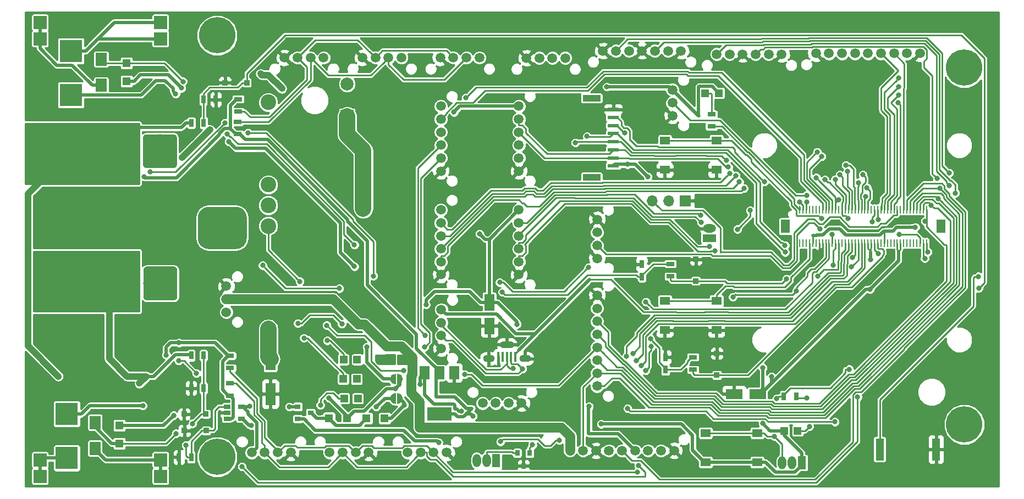
<source format=gtl>
%TF.GenerationSoftware,KiCad,Pcbnew,(2017-08-27 revision e3c64f1f0)-makepkg*%
%TF.CreationDate,2017-11-07T13:37:45+01:00*%
%TF.ProjectId,Breakout-Platine-Cube,427265616B6F75742D506C6174696E65,rev?*%
%TF.SameCoordinates,Original*%
%TF.FileFunction,Copper,L1,Top,Signal*%
%TF.FilePolarity,Positive*%
%FSLAX46Y46*%
G04 Gerber Fmt 4.6, Leading zero omitted, Abs format (unit mm)*
G04 Created by KiCad (PCBNEW (2017-08-27 revision e3c64f1f0)-makepkg) date 11/07/17 13:37:45*
%MOMM*%
%LPD*%
G01*
G04 APERTURE LIST*
%TA.AperFunction,EtchedComponent*%
%ADD10C,0.150000*%
%TD*%
%TA.AperFunction,ViaPad*%
%ADD11C,0.700000*%
%TD*%
%TA.AperFunction,SMDPad,CuDef*%
%ADD12R,1.400000X2.100000*%
%TD*%
%TA.AperFunction,SMDPad,CuDef*%
%ADD13R,0.250000X1.150000*%
%TD*%
%TA.AperFunction,ComponentPad*%
%ADD14R,2.000000X2.000000*%
%TD*%
%TA.AperFunction,ComponentPad*%
%ADD15C,2.000000*%
%TD*%
%TA.AperFunction,SMDPad,CuDef*%
%ADD16C,0.600000*%
%TD*%
%TA.AperFunction,Conductor*%
%ADD17C,0.100000*%
%TD*%
%TA.AperFunction,SMDPad,CuDef*%
%ADD18R,1.300000X3.400000*%
%TD*%
%TA.AperFunction,SMDPad,CuDef*%
%ADD19R,0.750000X1.200000*%
%TD*%
%TA.AperFunction,SMDPad,CuDef*%
%ADD20R,0.850900X0.850900*%
%TD*%
%TA.AperFunction,SMDPad,CuDef*%
%ADD21R,1.198880X1.198880*%
%TD*%
%TA.AperFunction,SMDPad,CuDef*%
%ADD22R,3.500000X3.500000*%
%TD*%
%TA.AperFunction,SMDPad,CuDef*%
%ADD23R,1.700000X2.000000*%
%TD*%
%TA.AperFunction,SMDPad,CuDef*%
%ADD24R,1.060000X0.650000*%
%TD*%
%TA.AperFunction,SMDPad,CuDef*%
%ADD25R,0.700000X1.300000*%
%TD*%
%TA.AperFunction,SMDPad,CuDef*%
%ADD26R,0.900000X0.800000*%
%TD*%
%TA.AperFunction,SMDPad,CuDef*%
%ADD27R,1.300000X1.300000*%
%TD*%
%TA.AperFunction,SMDPad,CuDef*%
%ADD28R,1.600000X3.500000*%
%TD*%
%TA.AperFunction,SMDPad,CuDef*%
%ADD29R,2.600000X1.600000*%
%TD*%
%TA.AperFunction,SMDPad,CuDef*%
%ADD30R,1.600000X2.600000*%
%TD*%
%TA.AperFunction,ComponentPad*%
%ADD31C,2.400000*%
%TD*%
%TA.AperFunction,ComponentPad*%
%ADD32C,1.500000*%
%TD*%
%TA.AperFunction,SMDPad,CuDef*%
%ADD33C,5.200000*%
%TD*%
%TA.AperFunction,ComponentPad*%
%ADD34C,5.600000*%
%TD*%
%TA.AperFunction,ComponentPad*%
%ADD35O,1.300000X2.000000*%
%TD*%
%TA.AperFunction,ComponentPad*%
%ADD36R,1.300000X2.000000*%
%TD*%
%TA.AperFunction,SMDPad,CuDef*%
%ADD37R,1.300000X0.700000*%
%TD*%
%TA.AperFunction,ComponentPad*%
%ADD38O,2.200000X1.100000*%
%TD*%
%TA.AperFunction,ComponentPad*%
%ADD39O,1.800000X1.100000*%
%TD*%
%TA.AperFunction,SMDPad,CuDef*%
%ADD40R,0.450000X1.500000*%
%TD*%
%TA.AperFunction,ComponentPad*%
%ADD41O,1.700000X1.700000*%
%TD*%
%TA.AperFunction,ComponentPad*%
%ADD42R,1.700000X1.700000*%
%TD*%
%TA.AperFunction,SMDPad,CuDef*%
%ADD43R,1.550000X1.300000*%
%TD*%
%TA.AperFunction,ComponentPad*%
%ADD44R,2.000000X1.300000*%
%TD*%
%TA.AperFunction,ComponentPad*%
%ADD45O,2.000000X1.300000*%
%TD*%
%TA.AperFunction,SMDPad,CuDef*%
%ADD46R,0.800000X0.900000*%
%TD*%
%TA.AperFunction,ComponentPad*%
%ADD47C,6.500000*%
%TD*%
%TA.AperFunction,SMDPad,CuDef*%
%ADD48R,2.800000X1.000000*%
%TD*%
%TA.AperFunction,SMDPad,CuDef*%
%ADD49R,1.800000X0.600000*%
%TD*%
%TA.AperFunction,SMDPad,CuDef*%
%ADD50R,1.500000X2.000000*%
%TD*%
%TA.AperFunction,SMDPad,CuDef*%
%ADD51R,3.800000X2.000000*%
%TD*%
%TA.AperFunction,ViaPad*%
%ADD52C,0.800000*%
%TD*%
%TA.AperFunction,Conductor*%
%ADD53C,0.500000*%
%TD*%
%TA.AperFunction,Conductor*%
%ADD54C,0.250000*%
%TD*%
%TA.AperFunction,Conductor*%
%ADD55C,0.750000*%
%TD*%
%TA.AperFunction,Conductor*%
%ADD56C,1.500000*%
%TD*%
%TA.AperFunction,Conductor*%
%ADD57C,1.000000*%
%TD*%
%TA.AperFunction,Conductor*%
%ADD58C,2.500000*%
%TD*%
%TA.AperFunction,Conductor*%
%ADD59C,0.254000*%
%TD*%
G04 APERTURE END LIST*
D10*
%TO.C,JP3*%
X227146000Y-143960400D02*
X227146000Y-142639600D01*
X227146000Y-142639600D02*
X227044400Y-142639600D01*
X227044400Y-142639600D02*
X227044400Y-143960400D01*
X227044400Y-143960400D02*
X226942800Y-143960400D01*
X226942800Y-143960400D02*
X226942800Y-142690400D01*
X226942800Y-142690400D02*
X226841200Y-142690400D01*
X226841200Y-142690400D02*
X226841200Y-143858800D01*
X226841200Y-143858800D02*
X226739600Y-143808000D01*
X226739600Y-143808000D02*
X226739600Y-142842800D01*
X226739600Y-142842800D02*
X226638000Y-142944400D01*
X226638000Y-142944400D02*
X226638000Y-143655600D01*
X226638000Y-143655600D02*
X226587200Y-143604800D01*
X226587200Y-143604800D02*
X226587200Y-143046000D01*
X227857200Y-142690400D02*
X227958800Y-142690400D01*
X227958800Y-142690400D02*
X227958800Y-143808000D01*
X227958800Y-143808000D02*
X228060400Y-143808000D01*
X228060400Y-143808000D02*
X228060400Y-142842800D01*
X228060400Y-142842800D02*
X228111200Y-142842800D01*
X228111200Y-142842800D02*
X228111200Y-143706400D01*
X228111200Y-143706400D02*
X228162000Y-143706400D01*
X228162000Y-143706400D02*
X228162000Y-142995200D01*
X228162000Y-142995200D02*
X228212800Y-142995200D01*
X228212800Y-142995200D02*
X228212800Y-143554000D01*
X227654000Y-144011200D02*
X227654000Y-142639600D01*
X227654000Y-142639600D02*
X227755600Y-142639600D01*
X227755600Y-142639600D02*
X227755600Y-143960400D01*
X227755600Y-143960400D02*
X227857200Y-143960400D01*
X227857200Y-143960400D02*
X227857200Y-142690400D01*
X227857200Y-142690400D02*
X227908000Y-142690400D01*
X227552400Y-144062000D02*
X227552400Y-142538000D01*
X227247600Y-144062000D02*
X227247600Y-142538000D01*
X227247600Y-142538000D02*
G75*
G03X226485600Y-143300000I0J-762000D01*
G01*
X226485600Y-143300000D02*
G75*
G03X227247600Y-144062000I762000J0D01*
G01*
X227552400Y-144062000D02*
G75*
G03X228314400Y-143300000I0J762000D01*
G01*
X228314400Y-143300000D02*
G75*
G03X227552400Y-142538000I-762000J0D01*
G01*
%TO.C,JP2*%
X228314400Y-146300000D02*
G75*
G03X227552400Y-145538000I-762000J0D01*
G01*
X227552400Y-147062000D02*
G75*
G03X228314400Y-146300000I0J762000D01*
G01*
X226485600Y-146300000D02*
G75*
G03X227247600Y-147062000I762000J0D01*
G01*
X227247600Y-145538000D02*
G75*
G03X226485600Y-146300000I0J-762000D01*
G01*
X227247600Y-147062000D02*
X227247600Y-145538000D01*
X227552400Y-147062000D02*
X227552400Y-145538000D01*
X227857200Y-145690400D02*
X227908000Y-145690400D01*
X227857200Y-146960400D02*
X227857200Y-145690400D01*
X227755600Y-146960400D02*
X227857200Y-146960400D01*
X227755600Y-145639600D02*
X227755600Y-146960400D01*
X227654000Y-145639600D02*
X227755600Y-145639600D01*
X227654000Y-147011200D02*
X227654000Y-145639600D01*
X228212800Y-145995200D02*
X228212800Y-146554000D01*
X228162000Y-145995200D02*
X228212800Y-145995200D01*
X228162000Y-146706400D02*
X228162000Y-145995200D01*
X228111200Y-146706400D02*
X228162000Y-146706400D01*
X228111200Y-145842800D02*
X228111200Y-146706400D01*
X228060400Y-145842800D02*
X228111200Y-145842800D01*
X228060400Y-146808000D02*
X228060400Y-145842800D01*
X227958800Y-146808000D02*
X228060400Y-146808000D01*
X227958800Y-145690400D02*
X227958800Y-146808000D01*
X227857200Y-145690400D02*
X227958800Y-145690400D01*
X226587200Y-146604800D02*
X226587200Y-146046000D01*
X226638000Y-146655600D02*
X226587200Y-146604800D01*
X226638000Y-145944400D02*
X226638000Y-146655600D01*
X226739600Y-145842800D02*
X226638000Y-145944400D01*
X226739600Y-146808000D02*
X226739600Y-145842800D01*
X226841200Y-146858800D02*
X226739600Y-146808000D01*
X226841200Y-145690400D02*
X226841200Y-146858800D01*
X226942800Y-145690400D02*
X226841200Y-145690400D01*
X226942800Y-146960400D02*
X226942800Y-145690400D01*
X227044400Y-146960400D02*
X226942800Y-146960400D01*
X227044400Y-145639600D02*
X227044400Y-146960400D01*
X227146000Y-145639600D02*
X227044400Y-145639600D01*
X227146000Y-146960400D02*
X227146000Y-145639600D01*
%TD*%
D11*
%TO.N,GND*%
%TO.C,REF\002A\002A*%
X184140000Y-144490000D03*
%TD*%
%TO.N,GND*%
%TO.C,REF\002A\002A*%
X183200000Y-145510000D03*
%TD*%
%TO.N,GND*%
%TO.C,REF\002A\002A*%
X184240000Y-145550000D03*
%TD*%
%TO.N,GND*%
%TO.C,REF\002A\002A*%
X237700000Y-156200000D03*
%TD*%
%TO.N,GND*%
%TO.C,REF\002A\002A*%
X236570000Y-156070000D03*
%TD*%
%TO.N,GND*%
%TO.C,REF\002A\002A*%
X226520000Y-155050000D03*
%TD*%
%TO.N,GND*%
%TO.C,REF\002A\002A*%
X225350000Y-154980000D03*
%TD*%
%TO.N,GND*%
%TO.C,REF\002A\002A*%
X214470000Y-155150000D03*
%TD*%
%TO.N,GND*%
%TO.C,REF\002A\002A*%
X213290000Y-155090000D03*
%TD*%
%TO.N,GND*%
%TO.C,REF\002A\002A*%
X212110000Y-91480000D03*
%TD*%
%TO.N,GND*%
%TO.C,REF\002A\002A*%
X210920000Y-91420000D03*
%TD*%
%TO.N,GND*%
%TO.C,REF\002A\002A*%
X218790000Y-93480000D03*
%TD*%
%TO.N,GND*%
%TO.C,REF\002A\002A*%
X219890000Y-93490000D03*
%TD*%
%TO.N,GND*%
%TO.C,REF\002A\002A*%
X230520000Y-93800000D03*
%TD*%
%TO.N,GND*%
%TO.C,REF\002A\002A*%
X231690000Y-93860000D03*
%TD*%
%TO.N,GND*%
%TO.C,REF\002A\002A*%
X233850000Y-114140000D03*
%TD*%
%TO.N,GND*%
%TO.C,REF\002A\002A*%
X233410000Y-113030000D03*
%TD*%
%TO.N,GND*%
%TO.C,REF\002A\002A*%
X232430000Y-123190000D03*
%TD*%
%TO.N,GND*%
%TO.C,REF\002A\002A*%
X232560000Y-121910000D03*
%TD*%
%TO.N,GND*%
%TO.C,REF\002A\002A*%
X232490000Y-120680000D03*
%TD*%
%TO.N,GND*%
%TO.C,REF\002A\002A*%
X307410000Y-96970000D03*
%TD*%
%TO.N,GND*%
%TO.C,REF\002A\002A*%
X307330000Y-96000000D03*
%TD*%
%TO.N,GND*%
%TO.C,REF\002A\002A*%
X307350000Y-94940000D03*
%TD*%
%TO.N,GND*%
%TO.C,REF\002A\002A*%
X290030000Y-93250000D03*
%TD*%
%TO.N,GND*%
%TO.C,REF\002A\002A*%
X288920000Y-93240000D03*
%TD*%
%TO.N,GND*%
%TO.C,REF\002A\002A*%
X286370000Y-95020000D03*
%TD*%
%TO.N,GND*%
%TO.C,REF\002A\002A*%
X268470000Y-94570000D03*
%TD*%
%TO.N,GND*%
%TO.C,REF\002A\002A*%
X267390000Y-94550000D03*
%TD*%
%TO.N,GND*%
%TO.C,REF\002A\002A*%
X266230000Y-94450000D03*
%TD*%
%TO.N,GND*%
%TO.C,REF\002A\002A*%
X252170000Y-124320000D03*
%TD*%
%TO.N,GND*%
%TO.C,REF\002A\002A*%
X252320000Y-123310000D03*
%TD*%
%TO.N,GND*%
%TO.C,REF\002A\002A*%
X252390000Y-122190000D03*
%TD*%
%TO.N,GND*%
%TO.C,REF\002A\002A*%
X256240000Y-117100000D03*
%TD*%
%TO.N,GND*%
%TO.C,REF\002A\002A*%
X256690000Y-117810000D03*
%TD*%
%TO.N,GND*%
%TO.C,REF\002A\002A*%
X256560000Y-124720000D03*
%TD*%
%TO.N,GND*%
%TO.C,REF\002A\002A*%
X256830000Y-123620000D03*
%TD*%
%TO.N,GND*%
%TO.C,REF\002A\002A*%
X256800000Y-129770000D03*
%TD*%
%TO.N,GND*%
%TO.C,REF\002A\002A*%
X257870000Y-156050000D03*
%TD*%
D12*
%TO.P,U1,0*%
%TO.N,N/C*%
X311250832Y-119749720D03*
X287250832Y-119750000D03*
D13*
%TO.P,U1,2*%
%TO.N,/FMU-~LED_AMBER*%
X289501664Y-117175000D03*
%TO.P,U1,1*%
%TO.N,Net-(U1-Pad1)*%
X289501664Y-122324720D03*
%TO.P,U1,4*%
%TO.N,/I2C_2_SDA*%
X290001664Y-117175000D03*
%TO.P,U1,6*%
%TO.N,/I2C_2_SCL*%
X290501664Y-117175000D03*
%TO.P,U1,8*%
%TO.N,Net-(U1-Pad8)*%
X291001664Y-117175000D03*
%TO.P,U1,10*%
%TO.N,Net-(U1-Pad10)*%
X291501664Y-117175000D03*
%TO.P,U1,12*%
%TO.N,Net-(U1-Pad12)*%
X292001664Y-117175000D03*
%TO.P,U1,14*%
%TO.N,Net-(U1-Pad14)*%
X292501664Y-117175000D03*
%TO.P,U1,16*%
%TO.N,/SERIAL_4_RX*%
X293001664Y-117175000D03*
%TO.P,U1,18*%
%TO.N,/SERIAL_4_TX*%
X293501664Y-117175000D03*
%TO.P,U1,20*%
%TO.N,/SERIAL_3_RX*%
X294001664Y-117175000D03*
%TO.P,U1,22*%
%TO.N,/SERIAL_3_TX*%
X294501664Y-117175000D03*
%TO.P,U1,24*%
%TO.N,/ALARM*%
X295001664Y-117175000D03*
%TO.P,U1,26*%
%TO.N,Net-(U1-Pad26)*%
X295501664Y-117175000D03*
%TO.P,U1,28*%
%TO.N,/IO-~LED_SAFETY_PROT*%
X296001664Y-117175000D03*
%TO.P,U1,30*%
%TO.N,/SERIAL2_RTS*%
X296501664Y-117175000D03*
%TO.P,U1,32*%
%TO.N,/SERIAL2_CTS*%
X297001664Y-117175000D03*
%TO.P,U1,34*%
%TO.N,/SERIAL2_RX*%
X297501664Y-117175000D03*
%TO.P,U1,36*%
%TO.N,/SERIAL2_TX*%
X298001664Y-117175000D03*
%TO.P,U1,38*%
%TO.N,/SERIAL1_RX*%
X298501664Y-117175000D03*
%TO.P,U1,40*%
%TO.N,/SERIAL1_TX*%
X299001664Y-117175000D03*
%TO.P,U1,42*%
%TO.N,/SERIAL1_RTS*%
X299501664Y-117175000D03*
%TO.P,U1,44*%
%TO.N,/SERIAL1_CTS*%
X300001664Y-117175000D03*
%TO.P,U1,46*%
%TO.N,Net-(U1-Pad46)*%
X300501664Y-117175000D03*
%TO.P,U1,48*%
%TO.N,/IO-USART1_RX_SPECTRUM_DSM*%
X301001664Y-117175000D03*
%TO.P,U1,50*%
%TO.N,/FMU-CH1-PROT*%
X301501664Y-117175000D03*
%TO.P,U1,52*%
%TO.N,/FMU-CH2-PROT*%
X302001664Y-117175000D03*
%TO.P,U1,54*%
%TO.N,/FMU-CH3-PROT*%
X302501664Y-117175000D03*
%TO.P,U1,56*%
%TO.N,/FMU-CH4-PROT*%
X303001664Y-117175000D03*
%TO.P,U1,58*%
%TO.N,/FMU-CH5-PROT*%
X303501664Y-117175000D03*
%TO.P,U1,60*%
%TO.N,/FMU-CH6-PROT*%
X304001664Y-117175000D03*
%TO.P,U1,62*%
%TO.N,/PPM_SBUS_PROT*%
X304501664Y-117175000D03*
%TO.P,U1,64*%
%TO.N,Net-(U1-Pad64)*%
X305001664Y-117175000D03*
%TO.P,U1,66*%
%TO.N,/IO-CH8-PROT*%
X305501664Y-117175000D03*
%TO.P,U1,68*%
%TO.N,/IO-CH7-PROT*%
X306001664Y-117175000D03*
%TO.P,U1,70*%
%TO.N,/IO-CH6-PROT*%
X306501664Y-117175000D03*
%TO.P,U1,72*%
%TO.N,/IO-CH5-PROT*%
X307001664Y-117175000D03*
%TO.P,U1,74*%
%TO.N,/IO-CH4-PROT*%
X307501664Y-117175000D03*
%TO.P,U1,76*%
%TO.N,/IO-CH3-PROT*%
X308001664Y-117175000D03*
%TO.P,U1,78*%
%TO.N,/IO-CH2-PROT*%
X308501664Y-117175000D03*
%TO.P,U1,80*%
%TO.N,/IO-CH1-PROT*%
X309001664Y-117175000D03*
%TO.P,U1,3*%
%TO.N,Net-(U1-Pad3)*%
X290001664Y-122324720D03*
%TO.P,U1,5*%
%TO.N,Net-(U1-Pad5)*%
X290501664Y-122324720D03*
%TO.P,U1,7*%
%TO.N,/FMU-~RESET*%
X291001664Y-122324720D03*
%TO.P,U1,9*%
%TO.N,+5V_Servo*%
X291501664Y-122324720D03*
%TO.P,U1,11*%
%TO.N,Net-(U1-Pad11)*%
X292001664Y-122324720D03*
%TO.P,U1,13*%
%TO.N,GND*%
X292501664Y-122324720D03*
%TO.P,U1,15*%
X293001664Y-122324720D03*
%TO.P,U1,17*%
%TO.N,/SAFETY*%
X293501664Y-122324720D03*
%TO.P,U1,19*%
%TO.N,/VDD_3V3_SPECTRUM_EN*%
X294001664Y-122324720D03*
%TO.P,U1,21*%
%TO.N,/PREASSURE_SENS_IN*%
X294501664Y-122324720D03*
%TO.P,U1,23*%
%TO.N,/AUX_BATT\00AD_VOLTAGE_SENS*%
X295001664Y-122324720D03*
%TO.P,U1,25*%
%TO.N,/AUX_BATT\00AD_CURRENT_SENS*%
X295501664Y-122324720D03*
%TO.P,U1,27*%
%TO.N,Net-(U1-Pad27)*%
X296001664Y-122324720D03*
%TO.P,U1,29*%
%TO.N,/VBUS*%
X296501664Y-122324720D03*
%TO.P,U1,31*%
%TO.N,/OTG_DP1*%
X297001664Y-122324720D03*
%TO.P,U1,33*%
%TO.N,/OTG_DM1*%
X297501664Y-122324720D03*
%TO.P,U1,35*%
%TO.N,/I2C_1_SDA*%
X298001664Y-122324720D03*
%TO.P,U1,37*%
%TO.N,/I2C_1_SCL*%
X298501664Y-122324720D03*
%TO.P,U1,39*%
%TO.N,/CAN_L_2*%
X299001664Y-122324720D03*
%TO.P,U1,41*%
%TO.N,/CAN_H_2*%
X299501664Y-122324720D03*
%TO.P,U1,43*%
%TO.N,+5V_Cube*%
X300001664Y-122324720D03*
%TO.P,U1,45*%
X300501664Y-122324720D03*
%TO.P,U1,47*%
%TO.N,/BATT\00AD_VOLTAGE_SENS_PROT*%
X301001664Y-122324720D03*
%TO.P,U1,49*%
%TO.N,/BATT\00AD_CURRENT_SENS_PROT*%
X301501664Y-122324720D03*
%TO.P,U1,51*%
%TO.N,Net-(U1-Pad51)*%
X302001664Y-122324720D03*
%TO.P,U1,53*%
%TO.N,+5V_Servo*%
X302501664Y-122324720D03*
%TO.P,U1,55*%
%TO.N,Net-(U1-Pad55)*%
X303001664Y-122324720D03*
%TO.P,U1,57*%
%TO.N,Net-(U1-Pad57)*%
X303501664Y-122324720D03*
%TO.P,U1,59*%
%TO.N,Net-(U1-Pad59)*%
X304001664Y-122324720D03*
%TO.P,U1,61*%
%TO.N,+5V_Cube*%
X304501664Y-122324720D03*
%TO.P,U1,63*%
X305001664Y-122324720D03*
%TO.P,U1,65*%
%TO.N,Net-(U1-Pad65)*%
X305501664Y-122324720D03*
%TO.P,U1,67*%
%TO.N,Net-(U1-Pad67)*%
X306001664Y-122324720D03*
%TO.P,U1,69*%
%TO.N,Net-(U1-Pad69)*%
X306501664Y-122324720D03*
%TO.P,U1,71*%
%TO.N,Net-(U1-Pad71)*%
X307001664Y-122324720D03*
%TO.P,U1,73*%
%TO.N,Net-(U1-Pad73)*%
X307501664Y-122324720D03*
%TO.P,U1,75*%
%TO.N,/IO-~RESET*%
X308001664Y-122324720D03*
%TO.P,U1,77*%
%TO.N,/CAN_L_1*%
X308501664Y-122324720D03*
%TO.P,U1,79*%
%TO.N,/CAN_H_1*%
X309001664Y-122324720D03*
%TD*%
D14*
%TO.P,U2,1*%
%TO.N,Net-(F5-Pad2)*%
X172529000Y-158304000D03*
%TO.P,U2,2*%
X172529000Y-155764000D03*
D15*
%TO.P,U2,4*%
%TO.N,GND*%
X172529000Y-145096000D03*
%TO.P,U2,3*%
X172529000Y-147636000D03*
D14*
%TO.P,U2,8*%
%TO.N,Net-(F2-Pad1)*%
X191071000Y-158304000D03*
%TO.P,U2,7*%
X191071000Y-155764000D03*
D15*
%TO.P,U2,6*%
%TO.N,GND*%
X191071000Y-147636000D03*
%TO.P,U2,5*%
X191071000Y-145096000D03*
%TD*%
D14*
%TO.P,U11,1*%
%TO.N,Net-(F6-Pad2)*%
X191071000Y-88296000D03*
%TO.P,U11,2*%
X191071000Y-90836000D03*
D15*
%TO.P,U11,4*%
%TO.N,GND*%
X191071000Y-101504000D03*
%TO.P,U11,3*%
X191071000Y-98964000D03*
D14*
%TO.P,U11,8*%
%TO.N,Net-(F3-Pad1)*%
X172529000Y-88296000D03*
%TO.P,U11,7*%
X172529000Y-90836000D03*
D15*
%TO.P,U11,6*%
%TO.N,GND*%
X172529000Y-98964000D03*
%TO.P,U11,5*%
X172529000Y-101504000D03*
%TD*%
D16*
%TO.P,JP1,2*%
%TO.N,Net-(A1-Pad5)*%
X226900000Y-140300000D03*
D17*
%TD*%
%TO.N,Net-(A1-Pad5)*%
%TO.C,JP1*%
G36*
X227200000Y-139750000D02*
X227200000Y-140850000D01*
X226600000Y-140750000D01*
X226600000Y-139850000D01*
X227200000Y-139750000D01*
X227200000Y-139750000D01*
G37*
D16*
%TO.P,JP1,1*%
%TO.N,+5V_Servo*%
X227900000Y-140300000D03*
D17*
%TD*%
%TO.N,+5V_Servo*%
%TO.C,JP1*%
G36*
X227600000Y-140850000D02*
X227600000Y-139750000D01*
X228200000Y-139850000D01*
X228200000Y-140750000D01*
X227600000Y-140850000D01*
X227600000Y-140850000D01*
G37*
D11*
%TO.N,GND*%
%TO.C,REF\002A\002A*%
X242300000Y-145300000D03*
%TD*%
%TO.N,GND*%
%TO.C,REF\002A\002A*%
X241075000Y-145275000D03*
%TD*%
%TO.N,GND*%
%TO.C,REF\002A\002A*%
X237525000Y-140350000D03*
%TD*%
%TO.N,GND*%
%TO.C,REF\002A\002A*%
X239475000Y-135650000D03*
%TD*%
%TO.N,GND*%
%TO.C,REF\002A\002A*%
X238775000Y-134675000D03*
%TD*%
%TO.N,GND*%
%TO.C,REF\002A\002A*%
X200400000Y-102500000D03*
%TD*%
%TO.N,GND*%
%TO.C,REF\002A\002A*%
X201300000Y-99450000D03*
%TD*%
%TO.N,GND*%
%TO.C,REF\002A\002A*%
X183275000Y-116525000D03*
%TD*%
%TO.N,GND*%
%TO.C,REF\002A\002A*%
X181075000Y-117625000D03*
%TD*%
%TO.N,GND*%
%TO.C,REF\002A\002A*%
X182175000Y-117625000D03*
%TD*%
%TO.N,GND*%
%TO.C,REF\002A\002A*%
X182150000Y-118700000D03*
%TD*%
%TO.N,GND*%
%TO.C,REF\002A\002A*%
X182150000Y-119800000D03*
%TD*%
%TO.N,GND*%
%TO.C,REF\002A\002A*%
X183275000Y-119775000D03*
%TD*%
%TO.N,GND*%
%TO.C,REF\002A\002A*%
X184375000Y-118650000D03*
%TD*%
%TO.N,GND*%
%TO.C,REF\002A\002A*%
X181050000Y-118700000D03*
%TD*%
%TO.N,GND*%
%TO.C,REF\002A\002A*%
X184375000Y-116525000D03*
%TD*%
%TO.N,GND*%
%TO.C,REF\002A\002A*%
X183275000Y-118675000D03*
%TD*%
%TO.N,GND*%
%TO.C,REF\002A\002A*%
X184375000Y-119750000D03*
%TD*%
%TO.N,GND*%
%TO.C,REF\002A\002A*%
X184375000Y-117625000D03*
%TD*%
%TO.N,GND*%
%TO.C,REF\002A\002A*%
X181050000Y-119800000D03*
%TD*%
%TO.N,GND*%
%TO.C,REF\002A\002A*%
X181075000Y-116525000D03*
%TD*%
%TO.N,GND*%
%TO.C,REF\002A\002A*%
X182175000Y-116525000D03*
%TD*%
%TO.N,GND*%
%TO.C,REF\002A\002A*%
X183275000Y-117625000D03*
%TD*%
%TO.N,GND*%
%TO.C,REF\002A\002A*%
X173800000Y-149600000D03*
%TD*%
D18*
%TO.P,BZ1,2*%
%TO.N,GND*%
X310500000Y-154150000D03*
%TO.P,BZ1,1*%
%TO.N,/ALARM*%
X301800000Y-154150000D03*
%TD*%
D11*
%TO.N,GND*%
%TO.C,REF\002A\002A*%
X174700000Y-146100000D03*
%TD*%
D15*
%TO.P,C10,2*%
%TO.N,Net-(C10-Pad2)*%
X219800000Y-97800000D03*
D14*
%TO.P,C10,1*%
%TO.N,/Power_Supply/Power_Supply*%
X219800000Y-102800000D03*
%TD*%
D19*
%TO.P,C3,2*%
%TO.N,GND*%
X268810000Y-139950000D03*
%TO.P,C3,1*%
%TO.N,/BATT\00AD_CURRENT_SENS_PROT_1*%
X268810000Y-141850000D03*
%TD*%
%TO.P,C4,2*%
%TO.N,GND*%
X265190000Y-125610000D03*
%TO.P,C4,1*%
%TO.N,/AUX_BATT\00AD_CURRENT_SENS_1*%
X265190000Y-127510000D03*
%TD*%
D20*
%TO.P,D4,2*%
%TO.N,/AUX_BATT\00AD_VOLTAGE_SENS*%
X198073860Y-148700000D03*
%TO.P,D4,1*%
%TO.N,GND*%
X194726140Y-148700000D03*
%TD*%
%TO.P,D3,1*%
%TO.N,GND*%
X201001140Y-97600000D03*
%TO.P,D3,2*%
%TO.N,/BATT\00AD_VOLTAGE_SENS_PROT*%
X204348860Y-97600000D03*
%TD*%
D21*
%TO.P,LD5,1*%
%TO.N,Net-(D5-Pad1)*%
X219250980Y-140300000D03*
%TO.P,LD5,2*%
%TO.N,Net-(LD5-Pad2)*%
X221349020Y-140300000D03*
%TD*%
D20*
%TO.P,D2,1*%
%TO.N,GND*%
X273490000Y-124826140D03*
%TO.P,D2,2*%
%TO.N,/AUX_BATT\00AD_CURRENT_SENS*%
X273490000Y-128173860D03*
%TD*%
%TO.P,D1,2*%
%TO.N,/BATT\00AD_CURRENT_SENS_PROT*%
X276720000Y-142713860D03*
%TO.P,D1,1*%
%TO.N,GND*%
X276720000Y-139366140D03*
%TD*%
D22*
%TO.P,F6,2*%
%TO.N,Net-(F6-Pad2)*%
X177300000Y-92700000D03*
%TO.P,F6,1*%
%TO.N,/Power_Supply/Power_Supply*%
X177300000Y-99500000D03*
%TD*%
%TO.P,F5,1*%
%TO.N,/Power_Supply/Power_Supply*%
X176650000Y-148700000D03*
%TO.P,F5,2*%
%TO.N,Net-(F5-Pad2)*%
X176650000Y-155500000D03*
%TD*%
D23*
%TO.P,F3,2*%
%TO.N,Net-(D14-Pad1)*%
X181950000Y-94000000D03*
%TO.P,F3,1*%
%TO.N,Net-(F3-Pad1)*%
X181950000Y-98000000D03*
%TD*%
%TO.P,F2,1*%
%TO.N,Net-(F2-Pad1)*%
X181000000Y-154000000D03*
%TO.P,F2,2*%
%TO.N,Net-(D13-Pad1)*%
X181000000Y-150000000D03*
%TD*%
D24*
%TO.P,U10,5*%
%TO.N,+5V_Sensors*%
X203500000Y-147550000D03*
%TO.P,U10,4*%
%TO.N,Net-(Q2-Pad1)*%
X203500000Y-149450000D03*
%TO.P,U10,3*%
%TO.N,+3V3*%
X201300000Y-149450000D03*
%TO.P,U10,2*%
%TO.N,GND*%
X201300000Y-148500000D03*
%TO.P,U10,1*%
%TO.N,Net-(D11-Pad2)*%
X201300000Y-147550000D03*
%TD*%
D25*
%TO.P,R17,2*%
%TO.N,GND*%
X193900000Y-155350000D03*
%TO.P,R17,1*%
%TO.N,Net-(D11-Pad2)*%
X195800000Y-155350000D03*
%TD*%
D26*
%TO.P,Q2,3*%
%TO.N,Net-(D6-Pad1)*%
X214200000Y-148500000D03*
%TO.P,Q2,2*%
%TO.N,/VBUS*%
X212200000Y-149450000D03*
%TO.P,Q2,1*%
%TO.N,Net-(Q2-Pad1)*%
X212200000Y-147550000D03*
%TD*%
D21*
%TO.P,LD4,2*%
%TO.N,Net-(LD4-Pad2)*%
X221299020Y-143300000D03*
%TO.P,LD4,1*%
%TO.N,Net-(D14-Pad1)*%
X219200980Y-143300000D03*
%TD*%
%TO.P,LD3,1*%
%TO.N,Net-(D13-Pad1)*%
X219350980Y-146300000D03*
%TO.P,LD3,2*%
%TO.N,Net-(LD3-Pad2)*%
X221449020Y-146300000D03*
%TD*%
%TO.P,LD2,1*%
%TO.N,+5V_Cube*%
X277049020Y-99200000D03*
%TO.P,LD2,2*%
%TO.N,Net-(LD2-Pad2)*%
X274950980Y-99200000D03*
%TD*%
D16*
%TO.P,JP3,2*%
%TO.N,Net-(D14-Pad2)*%
X226900000Y-143300000D03*
D17*
%TD*%
%TO.N,Net-(D14-Pad2)*%
%TO.C,JP3*%
G36*
X227200000Y-142750000D02*
X227200000Y-143850000D01*
X226600000Y-143750000D01*
X226600000Y-142850000D01*
X227200000Y-142750000D01*
X227200000Y-142750000D01*
G37*
D16*
%TO.P,JP3,1*%
%TO.N,+5V_Sensors*%
X227900000Y-143300000D03*
D17*
%TD*%
%TO.N,+5V_Sensors*%
%TO.C,JP3*%
G36*
X227600000Y-143850000D02*
X227600000Y-142750000D01*
X228200000Y-142850000D01*
X228200000Y-143750000D01*
X227600000Y-143850000D01*
X227600000Y-143850000D01*
G37*
D16*
%TO.P,JP2,1*%
%TO.N,+5V_Cube*%
X227900000Y-146300000D03*
D17*
%TD*%
%TO.N,+5V_Cube*%
%TO.C,JP2*%
G36*
X227600000Y-146850000D02*
X227600000Y-145750000D01*
X228200000Y-145850000D01*
X228200000Y-146750000D01*
X227600000Y-146850000D01*
X227600000Y-146850000D01*
G37*
D16*
%TO.P,JP2,2*%
%TO.N,Net-(D13-Pad2)*%
X226900000Y-146300000D03*
D17*
%TD*%
%TO.N,Net-(D13-Pad2)*%
%TO.C,JP2*%
G36*
X227200000Y-145750000D02*
X227200000Y-146850000D01*
X226600000Y-146750000D01*
X226600000Y-145850000D01*
X227200000Y-145750000D01*
X227200000Y-145750000D01*
G37*
D27*
%TO.P,D14,2*%
%TO.N,Net-(D14-Pad2)*%
X185850000Y-97400000D03*
%TO.P,D14,1*%
%TO.N,Net-(D14-Pad1)*%
X185850000Y-94600000D03*
%TD*%
%TO.P,D13,1*%
%TO.N,Net-(D13-Pad1)*%
X184750000Y-153250000D03*
%TO.P,D13,2*%
%TO.N,Net-(D13-Pad2)*%
X184750000Y-150450000D03*
%TD*%
D20*
%TO.P,D11,2*%
%TO.N,Net-(D11-Pad2)*%
X198123860Y-151250000D03*
%TO.P,D11,1*%
%TO.N,GND*%
X194776140Y-151250000D03*
%TD*%
D27*
%TO.P,D7,1*%
%TO.N,Net-(D6-Pad1)*%
X217030000Y-149330000D03*
%TO.P,D7,2*%
%TO.N,+5V_Sensors*%
X219830000Y-149330000D03*
%TD*%
%TO.P,D6,2*%
%TO.N,+5V_Cube*%
X225590000Y-149360000D03*
%TO.P,D6,1*%
%TO.N,Net-(D6-Pad1)*%
X222790000Y-149360000D03*
%TD*%
D28*
%TO.P,C8,2*%
%TO.N,GND*%
X208000000Y-145600000D03*
%TO.P,C8,1*%
%TO.N,Net-(A1-Pad6)*%
X208000000Y-140200000D03*
%TD*%
D29*
%TO.P,C7,2*%
%TO.N,GND*%
X279400000Y-145600000D03*
%TO.P,C7,1*%
%TO.N,+5V_Cube*%
X283000000Y-145600000D03*
%TD*%
D30*
%TO.P,C5,1*%
%TO.N,+5V_Sensors*%
X241700000Y-131500000D03*
%TO.P,C5,2*%
%TO.N,GND*%
X241700000Y-135100000D03*
%TD*%
D31*
%TO.P,A1,1*%
%TO.N,GND*%
X226725000Y-100635000D03*
%TO.P,A1,2*%
%TO.N,Net-(A1-Pad2)*%
X207675000Y-100635000D03*
%TO.P,A1,3*%
%TO.N,Net-(A1-Pad3)*%
X207675000Y-113335000D03*
%TO.P,A1,4*%
%TO.N,Net-(A1-Pad4)*%
X207675000Y-116515000D03*
%TO.P,A1,5*%
%TO.N,Net-(A1-Pad5)*%
X207675000Y-119695000D03*
%TO.P,A1,6*%
%TO.N,Net-(A1-Pad6)*%
X207675000Y-135575000D03*
%TO.P,A1,7*%
%TO.N,GND*%
X226725000Y-135575000D03*
%TD*%
D32*
%TO.P,J5,4*%
%TO.N,GND*%
X234300000Y-138600000D03*
%TO.P,J5,3*%
%TO.N,/OTG_DM1*%
X234300000Y-136600000D03*
%TO.P,J5,2*%
%TO.N,/OTG_DP1*%
X234300000Y-134600000D03*
%TO.P,J5,1*%
%TO.N,/VBUS*%
X234300000Y-132600000D03*
%TD*%
D11*
%TO.N,GND*%
%TO.C,REF\002A\002A*%
X185000000Y-134050000D03*
%TD*%
%TO.N,GND*%
%TO.C,REF\002A\002A*%
X186100000Y-134050000D03*
%TD*%
%TO.N,GND*%
%TO.C,REF\002A\002A*%
X187200000Y-135150000D03*
%TD*%
%TO.N,GND*%
%TO.C,REF\002A\002A*%
X184975000Y-137325000D03*
%TD*%
%TO.N,GND*%
%TO.C,REF\002A\002A*%
X206180000Y-108860000D03*
%TD*%
%TO.N,GND*%
%TO.C,REF\002A\002A*%
X207200000Y-109050000D03*
%TD*%
%TO.N,GND*%
%TO.C,REF\002A\002A*%
X205020000Y-108950000D03*
%TD*%
%TO.N,GND*%
%TO.C,REF\002A\002A*%
X205010000Y-110170000D03*
%TD*%
%TO.N,GND*%
%TO.C,REF\002A\002A*%
X207370000Y-110120000D03*
%TD*%
%TO.N,GND*%
%TO.C,REF\002A\002A*%
X206230000Y-110150000D03*
%TD*%
%TO.N,GND*%
%TO.C,REF\002A\002A*%
X206260000Y-111320000D03*
%TD*%
%TO.N,GND*%
%TO.C,REF\002A\002A*%
X207460000Y-111290000D03*
%TD*%
%TO.N,Net-(U6-Pad1)*%
%TO.C,REF\002A\002A*%
X192400000Y-129800000D03*
%TD*%
%TO.N,Net-(U6-Pad1)*%
%TO.C,REF\002A\002A*%
X191190000Y-128630000D03*
%TD*%
%TO.N,Net-(U6-Pad1)*%
%TO.C,REF\002A\002A*%
X190090000Y-127430000D03*
%TD*%
%TO.N,Net-(U6-Pad1)*%
%TO.C,REF\002A\002A*%
X190090000Y-128600000D03*
%TD*%
%TO.N,Net-(U6-Pad1)*%
%TO.C,REF\002A\002A*%
X188880000Y-129730000D03*
%TD*%
%TO.N,Net-(U6-Pad1)*%
%TO.C,REF\002A\002A*%
X188880000Y-128630000D03*
%TD*%
%TO.N,Net-(U6-Pad1)*%
%TO.C,REF\002A\002A*%
X190090000Y-129830000D03*
%TD*%
%TO.N,Net-(U6-Pad1)*%
%TO.C,REF\002A\002A*%
X191190000Y-129730000D03*
%TD*%
%TO.N,Net-(U6-Pad1)*%
%TO.C,REF\002A\002A*%
X188880000Y-127430000D03*
%TD*%
D17*
%TO.N,GND*%
%TO.C,U7*%
G36*
X189980969Y-115952504D02*
X190031447Y-115959992D01*
X190080948Y-115972391D01*
X190128995Y-115989583D01*
X190175126Y-116011401D01*
X190218897Y-116037636D01*
X190259885Y-116068035D01*
X190297696Y-116102304D01*
X190331965Y-116140115D01*
X190362364Y-116181103D01*
X190388599Y-116224874D01*
X190410417Y-116271005D01*
X190427609Y-116319052D01*
X190440008Y-116368553D01*
X190447496Y-116419031D01*
X190450000Y-116470000D01*
X190450000Y-120630000D01*
X190447496Y-120680969D01*
X190440008Y-120731447D01*
X190427609Y-120780948D01*
X190410417Y-120828995D01*
X190388599Y-120875126D01*
X190362364Y-120918897D01*
X190331965Y-120959885D01*
X190297696Y-120997696D01*
X190259885Y-121031965D01*
X190218897Y-121062364D01*
X190175126Y-121088599D01*
X190128995Y-121110417D01*
X190080948Y-121127609D01*
X190031447Y-121140008D01*
X189980969Y-121147496D01*
X189930000Y-121150000D01*
X185770000Y-121150000D01*
X185719031Y-121147496D01*
X185668553Y-121140008D01*
X185619052Y-121127609D01*
X185571005Y-121110417D01*
X185524874Y-121088599D01*
X185481103Y-121062364D01*
X185440115Y-121031965D01*
X185402304Y-120997696D01*
X185368035Y-120959885D01*
X185337636Y-120918897D01*
X185311401Y-120875126D01*
X185289583Y-120828995D01*
X185272391Y-120780948D01*
X185259992Y-120731447D01*
X185252504Y-120680969D01*
X185250000Y-120630000D01*
X185250000Y-116470000D01*
X185252504Y-116419031D01*
X185259992Y-116368553D01*
X185272391Y-116319052D01*
X185289583Y-116271005D01*
X185311401Y-116224874D01*
X185337636Y-116181103D01*
X185368035Y-116140115D01*
X185402304Y-116102304D01*
X185440115Y-116068035D01*
X185481103Y-116037636D01*
X185524874Y-116011401D01*
X185571005Y-115989583D01*
X185619052Y-115972391D01*
X185668553Y-115959992D01*
X185719031Y-115952504D01*
X185770000Y-115950000D01*
X189930000Y-115950000D01*
X189980969Y-115952504D01*
X189980969Y-115952504D01*
G37*
D33*
%TD*%
%TO.P,U7,3*%
%TO.N,GND*%
X187850000Y-118550000D03*
D17*
%TO.N,Net-(D10-Pad2)*%
%TO.C,U7*%
G36*
X186830969Y-105552504D02*
X186881447Y-105559992D01*
X186930948Y-105572391D01*
X186978995Y-105589583D01*
X187025126Y-105611401D01*
X187068897Y-105637636D01*
X187109885Y-105668035D01*
X187147696Y-105702304D01*
X187181965Y-105740115D01*
X187212364Y-105781103D01*
X187238599Y-105824874D01*
X187260417Y-105871005D01*
X187277609Y-105919052D01*
X187290008Y-105968553D01*
X187297496Y-106019031D01*
X187300000Y-106070000D01*
X187300000Y-110230000D01*
X187297496Y-110280969D01*
X187290008Y-110331447D01*
X187277609Y-110380948D01*
X187260417Y-110428995D01*
X187238599Y-110475126D01*
X187212364Y-110518897D01*
X187181965Y-110559885D01*
X187147696Y-110597696D01*
X187109885Y-110631965D01*
X187068897Y-110662364D01*
X187025126Y-110688599D01*
X186978995Y-110710417D01*
X186930948Y-110727609D01*
X186881447Y-110740008D01*
X186830969Y-110747496D01*
X186780000Y-110750000D01*
X182620000Y-110750000D01*
X182569031Y-110747496D01*
X182518553Y-110740008D01*
X182469052Y-110727609D01*
X182421005Y-110710417D01*
X182374874Y-110688599D01*
X182331103Y-110662364D01*
X182290115Y-110631965D01*
X182252304Y-110597696D01*
X182218035Y-110559885D01*
X182187636Y-110518897D01*
X182161401Y-110475126D01*
X182139583Y-110428995D01*
X182122391Y-110380948D01*
X182109992Y-110331447D01*
X182102504Y-110280969D01*
X182100000Y-110230000D01*
X182100000Y-106070000D01*
X182102504Y-106019031D01*
X182109992Y-105968553D01*
X182122391Y-105919052D01*
X182139583Y-105871005D01*
X182161401Y-105824874D01*
X182187636Y-105781103D01*
X182218035Y-105740115D01*
X182252304Y-105702304D01*
X182290115Y-105668035D01*
X182331103Y-105637636D01*
X182374874Y-105611401D01*
X182421005Y-105589583D01*
X182469052Y-105572391D01*
X182518553Y-105559992D01*
X182569031Y-105552504D01*
X182620000Y-105550000D01*
X186780000Y-105550000D01*
X186830969Y-105552504D01*
X186830969Y-105552504D01*
G37*
D33*
%TD*%
%TO.P,U7,1*%
%TO.N,Net-(D10-Pad2)*%
X184700000Y-108150000D03*
D17*
%TO.N,Net-(U5-Pad1)*%
%TO.C,U7*%
G36*
X193130969Y-105552504D02*
X193181447Y-105559992D01*
X193230948Y-105572391D01*
X193278995Y-105589583D01*
X193325126Y-105611401D01*
X193368897Y-105637636D01*
X193409885Y-105668035D01*
X193447696Y-105702304D01*
X193481965Y-105740115D01*
X193512364Y-105781103D01*
X193538599Y-105824874D01*
X193560417Y-105871005D01*
X193577609Y-105919052D01*
X193590008Y-105968553D01*
X193597496Y-106019031D01*
X193600000Y-106070000D01*
X193600000Y-110230000D01*
X193597496Y-110280969D01*
X193590008Y-110331447D01*
X193577609Y-110380948D01*
X193560417Y-110428995D01*
X193538599Y-110475126D01*
X193512364Y-110518897D01*
X193481965Y-110559885D01*
X193447696Y-110597696D01*
X193409885Y-110631965D01*
X193368897Y-110662364D01*
X193325126Y-110688599D01*
X193278995Y-110710417D01*
X193230948Y-110727609D01*
X193181447Y-110740008D01*
X193130969Y-110747496D01*
X193080000Y-110750000D01*
X188920000Y-110750000D01*
X188869031Y-110747496D01*
X188818553Y-110740008D01*
X188769052Y-110727609D01*
X188721005Y-110710417D01*
X188674874Y-110688599D01*
X188631103Y-110662364D01*
X188590115Y-110631965D01*
X188552304Y-110597696D01*
X188518035Y-110559885D01*
X188487636Y-110518897D01*
X188461401Y-110475126D01*
X188439583Y-110428995D01*
X188422391Y-110380948D01*
X188409992Y-110331447D01*
X188402504Y-110280969D01*
X188400000Y-110230000D01*
X188400000Y-106070000D01*
X188402504Y-106019031D01*
X188409992Y-105968553D01*
X188422391Y-105919052D01*
X188439583Y-105871005D01*
X188461401Y-105824874D01*
X188487636Y-105781103D01*
X188518035Y-105740115D01*
X188552304Y-105702304D01*
X188590115Y-105668035D01*
X188631103Y-105637636D01*
X188674874Y-105611401D01*
X188721005Y-105589583D01*
X188769052Y-105572391D01*
X188818553Y-105559992D01*
X188869031Y-105552504D01*
X188920000Y-105550000D01*
X193080000Y-105550000D01*
X193130969Y-105552504D01*
X193130969Y-105552504D01*
G37*
D33*
%TD*%
%TO.P,U7,2*%
%TO.N,Net-(U5-Pad1)*%
X191000000Y-108150000D03*
D25*
%TO.P,R11,2*%
%TO.N,GND*%
X195810000Y-144710000D03*
%TO.P,R11,1*%
%TO.N,/AUX_BATT\00AD_VOLTAGE_SENS*%
X197710000Y-144710000D03*
%TD*%
%TO.P,R13,1*%
%TO.N,Net-(D12-Pad2)*%
X195810000Y-139660000D03*
%TO.P,R13,2*%
%TO.N,/AUX_BATT\00AD_VOLTAGE_SENS*%
X197710000Y-139660000D03*
%TD*%
D34*
%TO.P,REF\002A\002A,1*%
%TO.N,N/C*%
X199800000Y-155300000D03*
%TD*%
%TO.P,REF\002A\002A,1*%
%TO.N,N/C*%
X199800000Y-90300000D03*
%TD*%
%TO.P,REF\002A\002A,1*%
%TO.N,N/C*%
X314800000Y-95300000D03*
%TD*%
%TO.P,REF\002A\002A,1*%
%TO.N,N/C*%
X314800000Y-150300000D03*
%TD*%
D11*
%TO.N,Net-(U5-Pad1)*%
%TO.C,REF\002A\002A*%
X188830000Y-109330000D03*
%TD*%
%TO.N,Net-(U5-Pad1)*%
%TO.C,REF\002A\002A*%
X188830000Y-107030000D03*
%TD*%
%TO.N,Net-(U5-Pad1)*%
%TO.C,REF\002A\002A*%
X188830000Y-108230000D03*
%TD*%
%TO.N,Net-(U5-Pad1)*%
%TO.C,REF\002A\002A*%
X191140000Y-109330000D03*
%TD*%
%TO.N,Net-(U5-Pad1)*%
%TO.C,REF\002A\002A*%
X190040000Y-109430000D03*
%TD*%
%TO.N,Net-(U5-Pad1)*%
%TO.C,REF\002A\002A*%
X191140000Y-108230000D03*
%TD*%
%TO.N,Net-(U5-Pad1)*%
%TO.C,REF\002A\002A*%
X191140000Y-107040000D03*
%TD*%
%TO.N,GND*%
%TO.C,REF\002A\002A*%
X263550000Y-125400000D03*
%TD*%
%TO.N,GND*%
%TO.C,REF\002A\002A*%
X291100000Y-125700000D03*
%TD*%
%TO.N,Net-(U5-Pad1)*%
%TO.C,REF\002A\002A*%
X190040000Y-108200000D03*
%TD*%
%TO.N,Net-(U5-Pad1)*%
%TO.C,REF\002A\002A*%
X190040000Y-107030000D03*
%TD*%
%TO.N,GND*%
%TO.C,REF\002A\002A*%
X205020000Y-111320000D03*
%TD*%
%TO.N,GND*%
%TO.C,REF\002A\002A*%
X187200000Y-134050000D03*
%TD*%
D32*
%TO.P,J21,10*%
%TO.N,GND*%
X270130000Y-154350000D03*
%TO.P,J21,8*%
%TO.N,/I2C_2_SCL*%
X266130000Y-154350000D03*
%TO.P,J21,9*%
%TO.N,/I2C_2_SDA*%
X268130000Y-154350000D03*
%TO.P,J21,6*%
%TO.N,/IO-CH7-PROT*%
X262130000Y-154350000D03*
%TO.P,J21,7*%
%TO.N,+5V_Sensors*%
X264130000Y-154350000D03*
%TO.P,J21,5*%
%TO.N,+5V_Servo*%
X260130000Y-154350000D03*
%TO.P,J21,4*%
%TO.N,GND*%
X258130000Y-154350000D03*
%TO.P,J21,3*%
%TO.N,/IO-CH5-PROT*%
X256130000Y-154350000D03*
%TO.P,J21,2*%
%TO.N,+5V_Servo*%
X254130000Y-154350000D03*
%TO.P,J21,1*%
%TO.N,GND*%
X252130000Y-154350000D03*
%TD*%
%TO.P,J20,8*%
%TO.N,/IO-CH6-PROT*%
X258300000Y-144400000D03*
%TO.P,J20,6*%
%TO.N,/IO-CH4-PROT*%
X258300000Y-140400000D03*
%TO.P,J20,7*%
%TO.N,/IO-CH5-PROT*%
X258300000Y-142400000D03*
%TO.P,J20,5*%
%TO.N,/IO-CH3-PROT*%
X258300000Y-138400000D03*
%TO.P,J20,4*%
%TO.N,/IO-CH2-PROT*%
X258300000Y-136400000D03*
%TO.P,J20,3*%
%TO.N,/IO-CH1-PROT*%
X258300000Y-134400000D03*
%TO.P,J20,2*%
%TO.N,+5V_Servo*%
X258300000Y-132400000D03*
%TO.P,J20,1*%
%TO.N,GND*%
X258300000Y-130400000D03*
%TD*%
D35*
%TO.P,J25,3*%
%TO.N,/SAFETY*%
X286790000Y-156210000D03*
%TO.P,J25,2*%
%TO.N,/IO-~LED_SAFETY_PROT*%
X288290000Y-156210000D03*
D36*
%TO.P,J25,1*%
%TO.N,+5V_Cube*%
X289790000Y-156210000D03*
%TD*%
D32*
%TO.P,J9,3*%
%TO.N,GND*%
X269900000Y-102700000D03*
%TO.P,J9,2*%
%TO.N,/PREASSURE_SENS_IN*%
X269900000Y-100700000D03*
%TO.P,J9,1*%
%TO.N,+5V_Cube*%
X269900000Y-98700000D03*
%TD*%
%TO.P,J16,3*%
%TO.N,/IO-CH3-PROT*%
X201200000Y-133000000D03*
%TO.P,J16,2*%
%TO.N,+5V_Servo*%
X201200000Y-131000000D03*
%TO.P,J16,1*%
%TO.N,GND*%
X201200000Y-129000000D03*
%TD*%
%TO.P,J14,6*%
%TO.N,GND*%
X234245618Y-111222266D03*
%TO.P,J14,5*%
%TO.N,/I2C_2_SDA*%
X234245618Y-109222266D03*
%TO.P,J14,4*%
%TO.N,/I2C_2_SCL*%
X234245618Y-107222266D03*
%TO.P,J14,3*%
%TO.N,/SERIAL_4_TX*%
X234245618Y-105222266D03*
%TO.P,J14,2*%
%TO.N,/SERIAL_4_RX*%
X234245618Y-103222266D03*
%TO.P,J14,1*%
%TO.N,+5V_Cube*%
X234245618Y-101222266D03*
%TD*%
%TO.P,J13,6*%
%TO.N,GND*%
X246245618Y-111222266D03*
%TO.P,J13,5*%
%TO.N,/I2C_1_SDA*%
X246245618Y-109222266D03*
%TO.P,J13,4*%
%TO.N,/I2C_1_SCL*%
X246245618Y-107222266D03*
%TO.P,J13,3*%
%TO.N,/SERIAL_3_TX*%
X246245618Y-105222266D03*
%TO.P,J13,2*%
%TO.N,/SERIAL_3_RX*%
X246245618Y-103222266D03*
%TO.P,J13,1*%
%TO.N,+5V_Cube*%
X246245618Y-101222266D03*
%TD*%
%TO.P,J1,6*%
%TO.N,GND*%
X246245618Y-127222266D03*
%TO.P,J1,5*%
%TO.N,/SERIAL1_RTS*%
X246245618Y-125222266D03*
%TO.P,J1,4*%
%TO.N,/SERIAL1_CTS*%
X246245618Y-123222266D03*
%TO.P,J1,3*%
%TO.N,/SERIAL1_RX*%
X246245618Y-121222266D03*
%TO.P,J1,2*%
%TO.N,/SERIAL1_TX*%
X246245618Y-119222266D03*
%TO.P,J1,1*%
%TO.N,+5V_Sensors*%
X246245618Y-117222266D03*
%TD*%
%TO.P,J6,6*%
%TO.N,GND*%
X234245618Y-127222266D03*
%TO.P,J6,5*%
%TO.N,/SERIAL2_RTS*%
X234245618Y-125222266D03*
%TO.P,J6,4*%
%TO.N,/SERIAL2_CTS*%
X234245618Y-123222266D03*
%TO.P,J6,3*%
%TO.N,/SERIAL2_RX*%
X234245618Y-121222266D03*
%TO.P,J6,2*%
%TO.N,/SERIAL2_TX*%
X234245618Y-119222266D03*
%TO.P,J6,1*%
%TO.N,+5V_Sensors*%
X234245618Y-117222266D03*
%TD*%
%TO.P,J8,4*%
%TO.N,GND*%
X235122266Y-154654382D03*
%TO.P,J8,3*%
%TO.N,/I2C_2_SDA*%
X233122266Y-154654382D03*
%TO.P,J8,2*%
%TO.N,/I2C_2_SCL*%
X231122266Y-154654382D03*
%TO.P,J8,1*%
%TO.N,+5V_Sensors*%
X229122266Y-154654382D03*
%TD*%
%TO.P,J4,4*%
%TO.N,GND*%
X247400000Y-93800000D03*
%TO.P,J4,3*%
%TO.N,/CAN_L_1*%
X249400000Y-93800000D03*
%TO.P,J4,2*%
%TO.N,/CAN_H_1*%
X251400000Y-93800000D03*
%TO.P,J4,1*%
%TO.N,+5V_Cube*%
X253400000Y-93800000D03*
%TD*%
%TO.P,J7,4*%
%TO.N,GND*%
X210177734Y-93745618D03*
%TO.P,J7,3*%
%TO.N,/I2C_1_SDA*%
X212177734Y-93745618D03*
%TO.P,J7,2*%
%TO.N,/I2C_1_SCL*%
X214177734Y-93745618D03*
%TO.P,J7,1*%
%TO.N,+5V_Sensors*%
X216177734Y-93745618D03*
%TD*%
%TO.P,J3,4*%
%TO.N,GND*%
X211122266Y-154654382D03*
%TO.P,J3,3*%
%TO.N,/I2C_2_SDA*%
X209122266Y-154654382D03*
%TO.P,J3,2*%
%TO.N,/I2C_2_SCL*%
X207122266Y-154654382D03*
%TO.P,J3,1*%
%TO.N,+5V_Sensors*%
X205122266Y-154654382D03*
%TD*%
%TO.P,J2,4*%
%TO.N,GND*%
X234177734Y-93745618D03*
%TO.P,J2,3*%
%TO.N,/I2C_1_SDA*%
X236177734Y-93745618D03*
%TO.P,J2,2*%
%TO.N,/I2C_1_SCL*%
X238177734Y-93745618D03*
%TO.P,J2,1*%
%TO.N,+5V_Sensors*%
X240177734Y-93745618D03*
%TD*%
%TO.P,J10,4*%
%TO.N,GND*%
X246670000Y-147030000D03*
%TO.P,J10,3*%
%TO.N,/CAN_L_2*%
X244670000Y-147030000D03*
%TO.P,J10,2*%
%TO.N,/CAN_H_2*%
X242670000Y-147030000D03*
%TO.P,J10,1*%
%TO.N,+5V_Cube*%
X240670000Y-147030000D03*
%TD*%
%TO.P,J11,4*%
%TO.N,GND*%
X222177734Y-93745618D03*
%TO.P,J11,3*%
%TO.N,/I2C_1_SDA*%
X224177734Y-93745618D03*
%TO.P,J11,2*%
%TO.N,/I2C_1_SCL*%
X226177734Y-93745618D03*
%TO.P,J11,1*%
%TO.N,+5V_Sensors*%
X228177734Y-93745618D03*
%TD*%
%TO.P,J12,4*%
%TO.N,GND*%
X223122266Y-154654382D03*
%TO.P,J12,3*%
%TO.N,/I2C_2_SDA*%
X221122266Y-154654382D03*
%TO.P,J12,2*%
%TO.N,/I2C_2_SCL*%
X219122266Y-154654382D03*
%TO.P,J12,1*%
%TO.N,+5V_Sensors*%
X217122266Y-154654382D03*
%TD*%
D37*
%TO.P,R3,2*%
%TO.N,/I2C_1_SDA*%
X203050000Y-102050000D03*
%TO.P,R3,1*%
%TO.N,+3V3*%
X203050000Y-100150000D03*
%TD*%
%TO.P,R1,1*%
%TO.N,+3V3*%
X202954382Y-105532806D03*
%TO.P,R1,2*%
%TO.N,/I2C_1_SCL*%
X202954382Y-103632806D03*
%TD*%
%TO.P,R7,2*%
%TO.N,/AUX_BATT\00AD_CURRENT_SENS*%
X269590000Y-127450000D03*
%TO.P,R7,1*%
%TO.N,/AUX_BATT\00AD_CURRENT_SENS_1*%
X269590000Y-125550000D03*
%TD*%
D25*
%TO.P,R10,2*%
%TO.N,GND*%
X199575000Y-100200000D03*
%TO.P,R10,1*%
%TO.N,/BATT\00AD_VOLTAGE_SENS_PROT*%
X197675000Y-100200000D03*
%TD*%
D38*
%TO.P,J24,6*%
%TO.N,GND*%
X244400000Y-138000000D03*
D39*
X241600000Y-140150000D03*
X247200000Y-140150000D03*
D40*
%TO.P,J24,1*%
%TO.N,/VBUS*%
X245700000Y-139900000D03*
%TO.P,J24,5*%
%TO.N,GND*%
X243100000Y-139900000D03*
%TO.P,J24,2*%
%TO.N,/OTG_DM1*%
X245050000Y-139900000D03*
%TO.P,J24,4*%
%TO.N,Net-(J24-Pad4)*%
X243750000Y-139900000D03*
%TO.P,J24,3*%
%TO.N,/OTG_DP1*%
X244400000Y-139900000D03*
%TD*%
D41*
%TO.P,J29,3*%
%TO.N,/PPM_SBUS_PROT*%
X266820000Y-115800000D03*
%TO.P,J29,2*%
%TO.N,+5V_Cube*%
X269360000Y-115800000D03*
D42*
%TO.P,J29,1*%
%TO.N,GND*%
X271900000Y-115800000D03*
%TD*%
D37*
%TO.P,R2,2*%
%TO.N,/I2C_2_SDA*%
X201800822Y-141600000D03*
%TO.P,R2,1*%
%TO.N,+3V3*%
X201800822Y-139700000D03*
%TD*%
%TO.P,R4,1*%
%TO.N,+3V3*%
X201800000Y-145850000D03*
%TO.P,R4,2*%
%TO.N,/I2C_2_SCL*%
X201800000Y-143950000D03*
%TD*%
%TO.P,R5,1*%
%TO.N,/FMU-~LED_AMBER*%
X275900000Y-104350000D03*
%TO.P,R5,2*%
%TO.N,Net-(LD2-Pad2)*%
X275900000Y-102450000D03*
%TD*%
%TO.P,R6,1*%
%TO.N,/BATT\00AD_CURRENT_SENS_PROT_1*%
X273070000Y-139950000D03*
%TO.P,R6,2*%
%TO.N,/BATT\00AD_CURRENT_SENS_PROT*%
X273070000Y-141850000D03*
%TD*%
D25*
%TO.P,R9,2*%
%TO.N,/IO-~LED_SAFETY_PROT*%
X287050000Y-146000000D03*
%TO.P,R9,1*%
%TO.N,Net-(LD1-Pad2)*%
X288950000Y-146000000D03*
%TD*%
%TO.P,R12,1*%
%TO.N,Net-(D10-Pad2)*%
X195836071Y-103801687D03*
%TO.P,R12,2*%
%TO.N,/BATT\00AD_VOLTAGE_SENS_PROT*%
X197736071Y-103801687D03*
%TD*%
D43*
%TO.P,SW1,1*%
%TO.N,+5V_Cube*%
X274995000Y-156130000D03*
%TO.P,SW1,2*%
X282945000Y-156130000D03*
%TO.P,SW1,3*%
%TO.N,/SAFETY*%
X274995000Y-151630000D03*
%TO.P,SW1,4*%
X282945000Y-151630000D03*
%TD*%
%TO.P,SW2,1*%
%TO.N,/FMU-~RESET*%
X276675000Y-131250000D03*
%TO.P,SW2,2*%
X268725000Y-131250000D03*
%TO.P,SW2,3*%
%TO.N,GND*%
X276675000Y-135750000D03*
%TO.P,SW2,4*%
X268725000Y-135750000D03*
%TD*%
%TO.P,SW3,4*%
%TO.N,GND*%
X268725000Y-111050000D03*
%TO.P,SW3,3*%
X276675000Y-111050000D03*
%TO.P,SW3,2*%
%TO.N,/IO-~RESET*%
X268725000Y-106550000D03*
%TO.P,SW3,1*%
X276675000Y-106550000D03*
%TD*%
D32*
%TO.P,J22,1*%
%TO.N,GND*%
X271200000Y-92700000D03*
%TO.P,J22,2*%
%TO.N,+5V_Servo*%
X269200000Y-92700000D03*
%TO.P,J22,3*%
%TO.N,/IO-CH1-PROT*%
X267200000Y-92700000D03*
%TO.P,J22,4*%
%TO.N,GND*%
X265200000Y-92700000D03*
%TO.P,J22,6*%
%TO.N,/IO-CH6-PROT*%
X261200000Y-92700000D03*
%TO.P,J22,5*%
%TO.N,+5V_Servo*%
X263200000Y-92700000D03*
%TO.P,J22,7*%
%TO.N,GND*%
X259200000Y-92700000D03*
%TD*%
D44*
%TO.P,J17,1*%
%TO.N,/ALARM*%
X275550000Y-121575000D03*
D45*
%TO.P,J17,2*%
%TO.N,GND*%
X275550000Y-120075000D03*
%TD*%
D32*
%TO.P,J19,1*%
%TO.N,GND*%
X308000000Y-93100000D03*
%TO.P,J19,2*%
%TO.N,+5V_Servo*%
X306000000Y-93100000D03*
%TO.P,J19,3*%
%TO.N,/IO-CH8-PROT*%
X304000000Y-93100000D03*
%TO.P,J19,4*%
%TO.N,/FMU-CH2-PROT*%
X302000000Y-93100000D03*
%TO.P,J19,6*%
%TO.N,/FMU-CH4-PROT*%
X298000000Y-93100000D03*
%TO.P,J19,5*%
%TO.N,/FMU-CH3-PROT*%
X300000000Y-93100000D03*
%TO.P,J19,8*%
%TO.N,/FMU-CH6-PROT*%
X294000000Y-93100000D03*
%TO.P,J19,7*%
%TO.N,/FMU-CH5-PROT*%
X296000000Y-93100000D03*
%TO.P,J19,9*%
%TO.N,GND*%
X292000000Y-93100000D03*
%TD*%
D46*
%TO.P,Q1,3*%
%TO.N,GND*%
X246950000Y-156710000D03*
%TO.P,Q1,2*%
%TO.N,Net-(J37-Pad2)*%
X246000000Y-154710000D03*
%TO.P,Q1,1*%
%TO.N,/VDD_3V3_SPECTRUM_EN*%
X247900000Y-154710000D03*
%TD*%
D17*
%TO.N,Net-(D10-Pad2)*%
%TO.C,J31*%
G36*
X178134278Y-106307825D02*
X178292022Y-106331224D01*
X178446713Y-106369972D01*
X178596861Y-106423696D01*
X178741020Y-106491878D01*
X178877802Y-106573862D01*
X179005889Y-106668858D01*
X179124049Y-106775951D01*
X179231142Y-106894111D01*
X179326138Y-107022198D01*
X179408122Y-107158980D01*
X179476304Y-107303139D01*
X179530028Y-107453287D01*
X179568776Y-107607978D01*
X179592175Y-107765722D01*
X179600000Y-107925000D01*
X179600000Y-111175000D01*
X179592175Y-111334278D01*
X179568776Y-111492022D01*
X179530028Y-111646713D01*
X179476304Y-111796861D01*
X179408122Y-111941020D01*
X179326138Y-112077802D01*
X179231142Y-112205889D01*
X179124049Y-112324049D01*
X179005889Y-112431142D01*
X178877802Y-112526138D01*
X178741020Y-112608122D01*
X178596861Y-112676304D01*
X178446713Y-112730028D01*
X178292022Y-112768776D01*
X178134278Y-112792175D01*
X177975000Y-112800000D01*
X173725000Y-112800000D01*
X173565722Y-112792175D01*
X173407978Y-112768776D01*
X173253287Y-112730028D01*
X173103139Y-112676304D01*
X172958980Y-112608122D01*
X172822198Y-112526138D01*
X172694111Y-112431142D01*
X172575951Y-112324049D01*
X172468858Y-112205889D01*
X172373862Y-112077802D01*
X172291878Y-111941020D01*
X172223696Y-111796861D01*
X172169972Y-111646713D01*
X172131224Y-111492022D01*
X172107825Y-111334278D01*
X172100000Y-111175000D01*
X172100000Y-107925000D01*
X172107825Y-107765722D01*
X172131224Y-107607978D01*
X172169972Y-107453287D01*
X172223696Y-107303139D01*
X172291878Y-107158980D01*
X172373862Y-107022198D01*
X172468858Y-106894111D01*
X172575951Y-106775951D01*
X172694111Y-106668858D01*
X172822198Y-106573862D01*
X172958980Y-106491878D01*
X173103139Y-106423696D01*
X173253287Y-106369972D01*
X173407978Y-106331224D01*
X173565722Y-106307825D01*
X173725000Y-106300000D01*
X177975000Y-106300000D01*
X178134278Y-106307825D01*
X178134278Y-106307825D01*
G37*
D47*
%TD*%
%TO.P,J31,1*%
%TO.N,Net-(D10-Pad2)*%
X175850000Y-109550000D03*
D17*
%TO.N,GND*%
%TO.C,J31*%
G36*
X176961700Y-113814085D02*
X177245639Y-113856203D01*
X177524083Y-113925950D01*
X177794349Y-114022652D01*
X178053835Y-114145380D01*
X178300043Y-114292951D01*
X178530600Y-114463944D01*
X178743287Y-114656713D01*
X178936056Y-114869400D01*
X179107049Y-115099957D01*
X179254620Y-115346165D01*
X179377348Y-115605651D01*
X179474050Y-115875917D01*
X179543797Y-116154361D01*
X179585915Y-116438300D01*
X179600000Y-116725000D01*
X179600000Y-117375000D01*
X179585915Y-117661700D01*
X179543797Y-117945639D01*
X179474050Y-118224083D01*
X179377348Y-118494349D01*
X179254620Y-118753835D01*
X179107049Y-119000043D01*
X178936056Y-119230600D01*
X178743287Y-119443287D01*
X178530600Y-119636056D01*
X178300043Y-119807049D01*
X178053835Y-119954620D01*
X177794349Y-120077348D01*
X177524083Y-120174050D01*
X177245639Y-120243797D01*
X176961700Y-120285915D01*
X176675000Y-120300000D01*
X175025000Y-120300000D01*
X174738300Y-120285915D01*
X174454361Y-120243797D01*
X174175917Y-120174050D01*
X173905651Y-120077348D01*
X173646165Y-119954620D01*
X173399957Y-119807049D01*
X173169400Y-119636056D01*
X172956713Y-119443287D01*
X172763944Y-119230600D01*
X172592951Y-119000043D01*
X172445380Y-118753835D01*
X172322652Y-118494349D01*
X172225950Y-118224083D01*
X172156203Y-117945639D01*
X172114085Y-117661700D01*
X172100000Y-117375000D01*
X172100000Y-116725000D01*
X172114085Y-116438300D01*
X172156203Y-116154361D01*
X172225950Y-115875917D01*
X172322652Y-115605651D01*
X172445380Y-115346165D01*
X172592951Y-115099957D01*
X172763944Y-114869400D01*
X172956713Y-114656713D01*
X173169400Y-114463944D01*
X173399957Y-114292951D01*
X173646165Y-114145380D01*
X173905651Y-114022652D01*
X174175917Y-113925950D01*
X174454361Y-113856203D01*
X174738300Y-113814085D01*
X175025000Y-113800000D01*
X176675000Y-113800000D01*
X176961700Y-113814085D01*
X176961700Y-113814085D01*
G37*
D47*
%TD*%
%TO.P,J31,2*%
%TO.N,GND*%
X175850000Y-117050000D03*
D17*
%TO.N,Net-(D12-Pad2)*%
%TO.C,J32*%
G36*
X178134278Y-126057825D02*
X178292022Y-126081224D01*
X178446713Y-126119972D01*
X178596861Y-126173696D01*
X178741020Y-126241878D01*
X178877802Y-126323862D01*
X179005889Y-126418858D01*
X179124049Y-126525951D01*
X179231142Y-126644111D01*
X179326138Y-126772198D01*
X179408122Y-126908980D01*
X179476304Y-127053139D01*
X179530028Y-127203287D01*
X179568776Y-127357978D01*
X179592175Y-127515722D01*
X179600000Y-127675000D01*
X179600000Y-130925000D01*
X179592175Y-131084278D01*
X179568776Y-131242022D01*
X179530028Y-131396713D01*
X179476304Y-131546861D01*
X179408122Y-131691020D01*
X179326138Y-131827802D01*
X179231142Y-131955889D01*
X179124049Y-132074049D01*
X179005889Y-132181142D01*
X178877802Y-132276138D01*
X178741020Y-132358122D01*
X178596861Y-132426304D01*
X178446713Y-132480028D01*
X178292022Y-132518776D01*
X178134278Y-132542175D01*
X177975000Y-132550000D01*
X173725000Y-132550000D01*
X173565722Y-132542175D01*
X173407978Y-132518776D01*
X173253287Y-132480028D01*
X173103139Y-132426304D01*
X172958980Y-132358122D01*
X172822198Y-132276138D01*
X172694111Y-132181142D01*
X172575951Y-132074049D01*
X172468858Y-131955889D01*
X172373862Y-131827802D01*
X172291878Y-131691020D01*
X172223696Y-131546861D01*
X172169972Y-131396713D01*
X172131224Y-131242022D01*
X172107825Y-131084278D01*
X172100000Y-130925000D01*
X172100000Y-127675000D01*
X172107825Y-127515722D01*
X172131224Y-127357978D01*
X172169972Y-127203287D01*
X172223696Y-127053139D01*
X172291878Y-126908980D01*
X172373862Y-126772198D01*
X172468858Y-126644111D01*
X172575951Y-126525951D01*
X172694111Y-126418858D01*
X172822198Y-126323862D01*
X172958980Y-126241878D01*
X173103139Y-126173696D01*
X173253287Y-126119972D01*
X173407978Y-126081224D01*
X173565722Y-126057825D01*
X173725000Y-126050000D01*
X177975000Y-126050000D01*
X178134278Y-126057825D01*
X178134278Y-126057825D01*
G37*
D47*
%TD*%
%TO.P,J32,1*%
%TO.N,Net-(D12-Pad2)*%
X175850000Y-129300000D03*
D17*
%TO.N,GND*%
%TO.C,J32*%
G36*
X176961700Y-133564085D02*
X177245639Y-133606203D01*
X177524083Y-133675950D01*
X177794349Y-133772652D01*
X178053835Y-133895380D01*
X178300043Y-134042951D01*
X178530600Y-134213944D01*
X178743287Y-134406713D01*
X178936056Y-134619400D01*
X179107049Y-134849957D01*
X179254620Y-135096165D01*
X179377348Y-135355651D01*
X179474050Y-135625917D01*
X179543797Y-135904361D01*
X179585915Y-136188300D01*
X179600000Y-136475000D01*
X179600000Y-137125000D01*
X179585915Y-137411700D01*
X179543797Y-137695639D01*
X179474050Y-137974083D01*
X179377348Y-138244349D01*
X179254620Y-138503835D01*
X179107049Y-138750043D01*
X178936056Y-138980600D01*
X178743287Y-139193287D01*
X178530600Y-139386056D01*
X178300043Y-139557049D01*
X178053835Y-139704620D01*
X177794349Y-139827348D01*
X177524083Y-139924050D01*
X177245639Y-139993797D01*
X176961700Y-140035915D01*
X176675000Y-140050000D01*
X175025000Y-140050000D01*
X174738300Y-140035915D01*
X174454361Y-139993797D01*
X174175917Y-139924050D01*
X173905651Y-139827348D01*
X173646165Y-139704620D01*
X173399957Y-139557049D01*
X173169400Y-139386056D01*
X172956713Y-139193287D01*
X172763944Y-138980600D01*
X172592951Y-138750043D01*
X172445380Y-138503835D01*
X172322652Y-138244349D01*
X172225950Y-137974083D01*
X172156203Y-137695639D01*
X172114085Y-137411700D01*
X172100000Y-137125000D01*
X172100000Y-136475000D01*
X172114085Y-136188300D01*
X172156203Y-135904361D01*
X172225950Y-135625917D01*
X172322652Y-135355651D01*
X172445380Y-135096165D01*
X172592951Y-134849957D01*
X172763944Y-134619400D01*
X172956713Y-134406713D01*
X173169400Y-134213944D01*
X173399957Y-134042951D01*
X173646165Y-133895380D01*
X173905651Y-133772652D01*
X174175917Y-133675950D01*
X174454361Y-133606203D01*
X174738300Y-133564085D01*
X175025000Y-133550000D01*
X176675000Y-133550000D01*
X176961700Y-133564085D01*
X176961700Y-133564085D01*
G37*
D47*
%TD*%
%TO.P,J32,2*%
%TO.N,GND*%
X175850000Y-136800000D03*
D21*
%TO.P,LD1,1*%
%TO.N,+5V_Cube*%
X287080980Y-151280000D03*
%TO.P,LD1,2*%
%TO.N,Net-(LD1-Pad2)*%
X289179020Y-151280000D03*
%TD*%
D32*
%TO.P,J23,6*%
%TO.N,/IO-CH4-PROT*%
X276700000Y-93200000D03*
%TO.P,J23,5*%
%TO.N,+5V_Servo*%
X278700000Y-93200000D03*
%TO.P,J23,4*%
%TO.N,GND*%
X280700000Y-93200000D03*
%TO.P,J23,3*%
%TO.N,/IO-CH2-PROT*%
X282700000Y-93200000D03*
%TO.P,J23,2*%
%TO.N,+5V_Servo*%
X284700000Y-93200000D03*
%TO.P,J23,1*%
%TO.N,GND*%
X286700000Y-93200000D03*
%TD*%
%TO.P,J18,4*%
%TO.N,GND*%
X258300000Y-124700000D03*
%TO.P,J18,3*%
%TO.N,/FMU-CH1-PROT*%
X258300000Y-122700000D03*
%TO.P,J18,2*%
%TO.N,+5V_Servo*%
X258300000Y-120700000D03*
%TO.P,J18,1*%
%TO.N,GND*%
X258300000Y-118700000D03*
%TD*%
D48*
%TO.P,J15,*%
%TO.N,*%
X257450000Y-112175000D03*
X257450000Y-99975000D03*
D49*
%TO.P,J15,8*%
%TO.N,GND*%
X260800000Y-101700000D03*
%TO.P,J15,7*%
%TO.N,/IO-~LED_SAFETY_PROT*%
X260800000Y-102950000D03*
%TO.P,J15,6*%
%TO.N,/SAFETY*%
X260800000Y-104200000D03*
%TO.P,J15,5*%
%TO.N,/I2C_1_SDA*%
X260800000Y-105450000D03*
%TO.P,J15,4*%
%TO.N,/I2C_1_SCL*%
X260800000Y-106700000D03*
%TO.P,J15,3*%
%TO.N,/SERIAL_3_RX*%
X260800000Y-107950000D03*
%TO.P,J15,2*%
%TO.N,/SERIAL_3_TX*%
X260800000Y-109200000D03*
%TO.P,J15,1*%
%TO.N,+5V_Cube*%
X260800000Y-110450000D03*
%TD*%
D50*
%TO.P,U9,1*%
%TO.N,GND*%
X236300000Y-142350000D03*
%TO.P,U9,3*%
%TO.N,+5V_Cube*%
X231700000Y-142350000D03*
%TO.P,U9,2*%
%TO.N,+3V3*%
X234000000Y-142350000D03*
D51*
X234000000Y-148650000D03*
%TD*%
D36*
%TO.P,J37,1*%
%TO.N,/IO-USART1_RX_SPECTRUM_DSM*%
X242760000Y-155880000D03*
D35*
%TO.P,J37,2*%
%TO.N,Net-(J37-Pad2)*%
X241260000Y-155880000D03*
%TO.P,J37,3*%
%TO.N,+3V3*%
X239760000Y-155880000D03*
%TD*%
D17*
%TO.N,/Power_Supply/Power_Supply*%
%TO.C,J30*%
G36*
X202884278Y-116757825D02*
X203042022Y-116781224D01*
X203196713Y-116819972D01*
X203346861Y-116873696D01*
X203491020Y-116941878D01*
X203627802Y-117023862D01*
X203755889Y-117118858D01*
X203874049Y-117225951D01*
X203981142Y-117344111D01*
X204076138Y-117472198D01*
X204158122Y-117608980D01*
X204226304Y-117753139D01*
X204280028Y-117903287D01*
X204318776Y-118057978D01*
X204342175Y-118215722D01*
X204350000Y-118375000D01*
X204350000Y-121625000D01*
X204342175Y-121784278D01*
X204318776Y-121942022D01*
X204280028Y-122096713D01*
X204226304Y-122246861D01*
X204158122Y-122391020D01*
X204076138Y-122527802D01*
X203981142Y-122655889D01*
X203874049Y-122774049D01*
X203755889Y-122881142D01*
X203627802Y-122976138D01*
X203491020Y-123058122D01*
X203346861Y-123126304D01*
X203196713Y-123180028D01*
X203042022Y-123218776D01*
X202884278Y-123242175D01*
X202725000Y-123250000D01*
X198475000Y-123250000D01*
X198315722Y-123242175D01*
X198157978Y-123218776D01*
X198003287Y-123180028D01*
X197853139Y-123126304D01*
X197708980Y-123058122D01*
X197572198Y-122976138D01*
X197444111Y-122881142D01*
X197325951Y-122774049D01*
X197218858Y-122655889D01*
X197123862Y-122527802D01*
X197041878Y-122391020D01*
X196973696Y-122246861D01*
X196919972Y-122096713D01*
X196881224Y-121942022D01*
X196857825Y-121784278D01*
X196850000Y-121625000D01*
X196850000Y-118375000D01*
X196857825Y-118215722D01*
X196881224Y-118057978D01*
X196919972Y-117903287D01*
X196973696Y-117753139D01*
X197041878Y-117608980D01*
X197123862Y-117472198D01*
X197218858Y-117344111D01*
X197325951Y-117225951D01*
X197444111Y-117118858D01*
X197572198Y-117023862D01*
X197708980Y-116941878D01*
X197853139Y-116873696D01*
X198003287Y-116819972D01*
X198157978Y-116781224D01*
X198315722Y-116757825D01*
X198475000Y-116750000D01*
X202725000Y-116750000D01*
X202884278Y-116757825D01*
X202884278Y-116757825D01*
G37*
D47*
%TD*%
%TO.P,J30,1*%
%TO.N,/Power_Supply/Power_Supply*%
X200600000Y-120000000D03*
D17*
%TO.N,GND*%
%TO.C,J30*%
G36*
X201711700Y-109264085D02*
X201995639Y-109306203D01*
X202274083Y-109375950D01*
X202544349Y-109472652D01*
X202803835Y-109595380D01*
X203050043Y-109742951D01*
X203280600Y-109913944D01*
X203493287Y-110106713D01*
X203686056Y-110319400D01*
X203857049Y-110549957D01*
X204004620Y-110796165D01*
X204127348Y-111055651D01*
X204224050Y-111325917D01*
X204293797Y-111604361D01*
X204335915Y-111888300D01*
X204350000Y-112175000D01*
X204350000Y-112825000D01*
X204335915Y-113111700D01*
X204293797Y-113395639D01*
X204224050Y-113674083D01*
X204127348Y-113944349D01*
X204004620Y-114203835D01*
X203857049Y-114450043D01*
X203686056Y-114680600D01*
X203493287Y-114893287D01*
X203280600Y-115086056D01*
X203050043Y-115257049D01*
X202803835Y-115404620D01*
X202544349Y-115527348D01*
X202274083Y-115624050D01*
X201995639Y-115693797D01*
X201711700Y-115735915D01*
X201425000Y-115750000D01*
X199775000Y-115750000D01*
X199488300Y-115735915D01*
X199204361Y-115693797D01*
X198925917Y-115624050D01*
X198655651Y-115527348D01*
X198396165Y-115404620D01*
X198149957Y-115257049D01*
X197919400Y-115086056D01*
X197706713Y-114893287D01*
X197513944Y-114680600D01*
X197342951Y-114450043D01*
X197195380Y-114203835D01*
X197072652Y-113944349D01*
X196975950Y-113674083D01*
X196906203Y-113395639D01*
X196864085Y-113111700D01*
X196850000Y-112825000D01*
X196850000Y-112175000D01*
X196864085Y-111888300D01*
X196906203Y-111604361D01*
X196975950Y-111325917D01*
X197072652Y-111055651D01*
X197195380Y-110796165D01*
X197342951Y-110549957D01*
X197513944Y-110319400D01*
X197706713Y-110106713D01*
X197919400Y-109913944D01*
X198149957Y-109742951D01*
X198396165Y-109595380D01*
X198655651Y-109472652D01*
X198925917Y-109375950D01*
X199204361Y-109306203D01*
X199488300Y-109264085D01*
X199775000Y-109250000D01*
X201425000Y-109250000D01*
X201711700Y-109264085D01*
X201711700Y-109264085D01*
G37*
D47*
%TD*%
%TO.P,J30,2*%
%TO.N,GND*%
X200600000Y-112500000D03*
D17*
%TO.N,GND*%
%TO.C,U8*%
G36*
X190030969Y-136352504D02*
X190081447Y-136359992D01*
X190130948Y-136372391D01*
X190178995Y-136389583D01*
X190225126Y-136411401D01*
X190268897Y-136437636D01*
X190309885Y-136468035D01*
X190347696Y-136502304D01*
X190381965Y-136540115D01*
X190412364Y-136581103D01*
X190438599Y-136624874D01*
X190460417Y-136671005D01*
X190477609Y-136719052D01*
X190490008Y-136768553D01*
X190497496Y-136819031D01*
X190500000Y-136870000D01*
X190500000Y-141030000D01*
X190497496Y-141080969D01*
X190490008Y-141131447D01*
X190477609Y-141180948D01*
X190460417Y-141228995D01*
X190438599Y-141275126D01*
X190412364Y-141318897D01*
X190381965Y-141359885D01*
X190347696Y-141397696D01*
X190309885Y-141431965D01*
X190268897Y-141462364D01*
X190225126Y-141488599D01*
X190178995Y-141510417D01*
X190130948Y-141527609D01*
X190081447Y-141540008D01*
X190030969Y-141547496D01*
X189980000Y-141550000D01*
X185820000Y-141550000D01*
X185769031Y-141547496D01*
X185718553Y-141540008D01*
X185669052Y-141527609D01*
X185621005Y-141510417D01*
X185574874Y-141488599D01*
X185531103Y-141462364D01*
X185490115Y-141431965D01*
X185452304Y-141397696D01*
X185418035Y-141359885D01*
X185387636Y-141318897D01*
X185361401Y-141275126D01*
X185339583Y-141228995D01*
X185322391Y-141180948D01*
X185309992Y-141131447D01*
X185302504Y-141080969D01*
X185300000Y-141030000D01*
X185300000Y-136870000D01*
X185302504Y-136819031D01*
X185309992Y-136768553D01*
X185322391Y-136719052D01*
X185339583Y-136671005D01*
X185361401Y-136624874D01*
X185387636Y-136581103D01*
X185418035Y-136540115D01*
X185452304Y-136502304D01*
X185490115Y-136468035D01*
X185531103Y-136437636D01*
X185574874Y-136411401D01*
X185621005Y-136389583D01*
X185669052Y-136372391D01*
X185718553Y-136359992D01*
X185769031Y-136352504D01*
X185820000Y-136350000D01*
X189980000Y-136350000D01*
X190030969Y-136352504D01*
X190030969Y-136352504D01*
G37*
D33*
%TD*%
%TO.P,U8,3*%
%TO.N,GND*%
X187900000Y-138950000D03*
D17*
%TO.N,Net-(D12-Pad2)*%
%TO.C,U8*%
G36*
X186880969Y-125952504D02*
X186931447Y-125959992D01*
X186980948Y-125972391D01*
X187028995Y-125989583D01*
X187075126Y-126011401D01*
X187118897Y-126037636D01*
X187159885Y-126068035D01*
X187197696Y-126102304D01*
X187231965Y-126140115D01*
X187262364Y-126181103D01*
X187288599Y-126224874D01*
X187310417Y-126271005D01*
X187327609Y-126319052D01*
X187340008Y-126368553D01*
X187347496Y-126419031D01*
X187350000Y-126470000D01*
X187350000Y-130630000D01*
X187347496Y-130680969D01*
X187340008Y-130731447D01*
X187327609Y-130780948D01*
X187310417Y-130828995D01*
X187288599Y-130875126D01*
X187262364Y-130918897D01*
X187231965Y-130959885D01*
X187197696Y-130997696D01*
X187159885Y-131031965D01*
X187118897Y-131062364D01*
X187075126Y-131088599D01*
X187028995Y-131110417D01*
X186980948Y-131127609D01*
X186931447Y-131140008D01*
X186880969Y-131147496D01*
X186830000Y-131150000D01*
X182670000Y-131150000D01*
X182619031Y-131147496D01*
X182568553Y-131140008D01*
X182519052Y-131127609D01*
X182471005Y-131110417D01*
X182424874Y-131088599D01*
X182381103Y-131062364D01*
X182340115Y-131031965D01*
X182302304Y-130997696D01*
X182268035Y-130959885D01*
X182237636Y-130918897D01*
X182211401Y-130875126D01*
X182189583Y-130828995D01*
X182172391Y-130780948D01*
X182159992Y-130731447D01*
X182152504Y-130680969D01*
X182150000Y-130630000D01*
X182150000Y-126470000D01*
X182152504Y-126419031D01*
X182159992Y-126368553D01*
X182172391Y-126319052D01*
X182189583Y-126271005D01*
X182211401Y-126224874D01*
X182237636Y-126181103D01*
X182268035Y-126140115D01*
X182302304Y-126102304D01*
X182340115Y-126068035D01*
X182381103Y-126037636D01*
X182424874Y-126011401D01*
X182471005Y-125989583D01*
X182519052Y-125972391D01*
X182568553Y-125959992D01*
X182619031Y-125952504D01*
X182670000Y-125950000D01*
X186830000Y-125950000D01*
X186880969Y-125952504D01*
X186880969Y-125952504D01*
G37*
D33*
%TD*%
%TO.P,U8,1*%
%TO.N,Net-(D12-Pad2)*%
X184750000Y-128550000D03*
D17*
%TO.N,Net-(U6-Pad1)*%
%TO.C,U8*%
G36*
X193180969Y-125952504D02*
X193231447Y-125959992D01*
X193280948Y-125972391D01*
X193328995Y-125989583D01*
X193375126Y-126011401D01*
X193418897Y-126037636D01*
X193459885Y-126068035D01*
X193497696Y-126102304D01*
X193531965Y-126140115D01*
X193562364Y-126181103D01*
X193588599Y-126224874D01*
X193610417Y-126271005D01*
X193627609Y-126319052D01*
X193640008Y-126368553D01*
X193647496Y-126419031D01*
X193650000Y-126470000D01*
X193650000Y-130630000D01*
X193647496Y-130680969D01*
X193640008Y-130731447D01*
X193627609Y-130780948D01*
X193610417Y-130828995D01*
X193588599Y-130875126D01*
X193562364Y-130918897D01*
X193531965Y-130959885D01*
X193497696Y-130997696D01*
X193459885Y-131031965D01*
X193418897Y-131062364D01*
X193375126Y-131088599D01*
X193328995Y-131110417D01*
X193280948Y-131127609D01*
X193231447Y-131140008D01*
X193180969Y-131147496D01*
X193130000Y-131150000D01*
X188970000Y-131150000D01*
X188919031Y-131147496D01*
X188868553Y-131140008D01*
X188819052Y-131127609D01*
X188771005Y-131110417D01*
X188724874Y-131088599D01*
X188681103Y-131062364D01*
X188640115Y-131031965D01*
X188602304Y-130997696D01*
X188568035Y-130959885D01*
X188537636Y-130918897D01*
X188511401Y-130875126D01*
X188489583Y-130828995D01*
X188472391Y-130780948D01*
X188459992Y-130731447D01*
X188452504Y-130680969D01*
X188450000Y-130630000D01*
X188450000Y-126470000D01*
X188452504Y-126419031D01*
X188459992Y-126368553D01*
X188472391Y-126319052D01*
X188489583Y-126271005D01*
X188511401Y-126224874D01*
X188537636Y-126181103D01*
X188568035Y-126140115D01*
X188602304Y-126102304D01*
X188640115Y-126068035D01*
X188681103Y-126037636D01*
X188724874Y-126011401D01*
X188771005Y-125989583D01*
X188819052Y-125972391D01*
X188868553Y-125959992D01*
X188919031Y-125952504D01*
X188970000Y-125950000D01*
X193130000Y-125950000D01*
X193180969Y-125952504D01*
X193180969Y-125952504D01*
G37*
D33*
%TD*%
%TO.P,U8,2*%
%TO.N,Net-(U6-Pad1)*%
X191050000Y-128550000D03*
D11*
%TO.N,GND*%
%TO.C,REF\002A\002A*%
X302950000Y-124500000D03*
%TD*%
%TO.N,GND*%
%TO.C,REF\002A\002A*%
X306625000Y-125200000D03*
%TD*%
%TO.N,GND*%
%TO.C,REF\002A\002A*%
X266400000Y-110350000D03*
%TD*%
%TO.N,GND*%
%TO.C,REF\002A\002A*%
X264500000Y-111950000D03*
%TD*%
%TO.N,GND*%
%TO.C,REF\002A\002A*%
X267150000Y-139300000D03*
%TD*%
%TO.N,GND*%
%TO.C,REF\002A\002A*%
X270500000Y-140400000D03*
%TD*%
%TO.N,GND*%
%TO.C,REF\002A\002A*%
X232800000Y-131400000D03*
%TD*%
%TO.N,GND*%
%TO.C,REF\002A\002A*%
X222750000Y-145900000D03*
%TD*%
%TO.N,GND*%
%TO.C,REF\002A\002A*%
X223700000Y-145550000D03*
%TD*%
%TO.N,GND*%
%TO.C,REF\002A\002A*%
X186100000Y-135150000D03*
%TD*%
%TO.N,GND*%
%TO.C,REF\002A\002A*%
X185000000Y-135150000D03*
%TD*%
%TO.N,GND*%
%TO.C,REF\002A\002A*%
X195100000Y-136650000D03*
%TD*%
%TO.N,GND*%
%TO.C,REF\002A\002A*%
X252400000Y-156250000D03*
%TD*%
%TO.N,GND*%
%TO.C,REF\002A\002A*%
X253900000Y-134650000D03*
%TD*%
%TO.N,GND*%
%TO.C,REF\002A\002A*%
X253800000Y-135950000D03*
%TD*%
%TO.N,GND*%
%TO.C,REF\002A\002A*%
X252400000Y-120900000D03*
%TD*%
%TO.N,GND*%
%TO.C,REF\002A\002A*%
X253700000Y-101250000D03*
%TD*%
%TO.N,GND*%
%TO.C,REF\002A\002A*%
X253600000Y-102400000D03*
%TD*%
%TO.N,GND*%
%TO.C,REF\002A\002A*%
X280100000Y-96700000D03*
%TD*%
%TO.N,GND*%
%TO.C,REF\002A\002A*%
X286000000Y-96650000D03*
%TD*%
%TO.N,GND*%
%TO.C,REF\002A\002A*%
X251250000Y-156300000D03*
%TD*%
%TO.N,GND*%
%TO.C,REF\002A\002A*%
X256890000Y-155880000D03*
%TD*%
%TO.N,Net-(A1-Pad5)*%
%TO.C,REF\002A\002A*%
X224820000Y-140800000D03*
%TD*%
%TO.N,Net-(A1-Pad5)*%
%TO.C,REF\002A\002A*%
X224840000Y-139860000D03*
%TD*%
%TO.N,GND*%
%TO.C,REF\002A\002A*%
X291920000Y-125050000D03*
%TD*%
%TO.N,GND*%
%TO.C,REF\002A\002A*%
X289900000Y-124810000D03*
%TD*%
%TO.N,GND*%
%TO.C,REF\002A\002A*%
X287140000Y-126900000D03*
%TD*%
%TO.N,GND*%
%TO.C,REF\002A\002A*%
X188300000Y-135150000D03*
%TD*%
%TO.N,GND*%
%TO.C,REF\002A\002A*%
X188300000Y-134050000D03*
%TD*%
%TO.N,GND*%
%TO.C,REF\002A\002A*%
X184975000Y-136225000D03*
%TD*%
%TO.N,GND*%
%TO.C,REF\002A\002A*%
X186075000Y-137325000D03*
%TD*%
%TO.N,GND*%
%TO.C,REF\002A\002A*%
X186075000Y-136225000D03*
%TD*%
%TO.N,GND*%
%TO.C,REF\002A\002A*%
X187200000Y-137300000D03*
%TD*%
%TO.N,GND*%
%TO.C,REF\002A\002A*%
X187200000Y-136200000D03*
%TD*%
%TO.N,GND*%
%TO.C,REF\002A\002A*%
X188300000Y-137275000D03*
%TD*%
%TO.N,GND*%
%TO.C,REF\002A\002A*%
X188300000Y-136175000D03*
%TD*%
%TO.N,GND*%
%TO.C,REF\002A\002A*%
X283725000Y-96650000D03*
%TD*%
%TO.N,GND*%
%TO.C,REF\002A\002A*%
X305025000Y-126350000D03*
%TD*%
D52*
%TO.N,+5V_Sensors*%
X231957134Y-131838290D03*
X257068439Y-147526560D03*
X245950000Y-134850000D03*
X217028097Y-146217996D03*
X204774979Y-147500000D03*
X227274990Y-144800000D03*
X240200000Y-120900000D03*
%TO.N,/ALARM*%
X279906635Y-120206636D03*
X295449925Y-115641758D03*
X281870000Y-117310000D03*
X316980000Y-127490000D03*
X292029297Y-112239651D03*
%TO.N,/BATT\00AD_CURRENT_SENS_PROT_1*%
X200974823Y-103800913D03*
X223850000Y-127400000D03*
X189513319Y-111385278D03*
X204550000Y-105350000D03*
X266499070Y-137099070D03*
X243300000Y-128400000D03*
X257000000Y-126100000D03*
%TO.N,/AUX_BATT\00AD_CURRENT_SENS_1*%
X196600000Y-142400000D03*
X193900000Y-140500000D03*
X243700000Y-129900000D03*
%TO.N,/AUX_BATT\00AD_CURRENT_SENS*%
X287430000Y-127840000D03*
X292238423Y-127426007D03*
%TO.N,/BATT\00AD_VOLTAGE_SENS_PROT*%
X317040000Y-129320000D03*
X301586409Y-123949099D03*
%TO.N,/AUX_BATT\00AD_VOLTAGE_SENS*%
X196030000Y-150180000D03*
X294649956Y-125725002D03*
X298400000Y-146100000D03*
X203600000Y-156800000D03*
%TO.N,+5V_Servo*%
X307297660Y-119872340D03*
%TO.N,+5V_Cube*%
X236250000Y-102150000D03*
X285167367Y-142917367D03*
X283800000Y-141550000D03*
X266100000Y-112100000D03*
X262950000Y-110200000D03*
X259800000Y-98250000D03*
X300434372Y-124895383D03*
X300300000Y-129450000D03*
X237373952Y-148226048D03*
X258900000Y-150250000D03*
X231074990Y-144100823D03*
X228600000Y-147300000D03*
X283800000Y-150150077D03*
%TO.N,/Power_Supply/Power_Supply*%
X206470000Y-96200000D03*
X207440000Y-96410000D03*
X209305000Y-98030000D03*
X197810000Y-105740000D03*
X195370000Y-108189174D03*
X209775000Y-98500000D03*
X223125000Y-116975000D03*
X222275000Y-116200001D03*
X222275000Y-117850000D03*
X222274998Y-117025000D03*
X193410000Y-99320000D03*
X198710000Y-104840000D03*
X194429587Y-109129587D03*
X188350000Y-147400000D03*
%TO.N,/SERIAL1_RTS*%
X276399628Y-123574309D03*
X299600000Y-115140000D03*
%TO.N,/SERIAL1_CTS*%
X275549114Y-122900677D03*
X299840000Y-113790000D03*
%TO.N,/SERIAL1_RX*%
X298535379Y-113006472D03*
X274330000Y-119149998D03*
%TO.N,/SERIAL1_TX*%
X274265320Y-118059999D03*
X299200000Y-111800000D03*
%TO.N,/I2C_1_SDA*%
X287220000Y-122700000D03*
X297601306Y-124557171D03*
X256750000Y-105880000D03*
%TO.N,/I2C_1_SCL*%
X287240000Y-123750000D03*
X254937340Y-106837340D03*
X297450000Y-126000000D03*
%TO.N,/I2C_2_SCL*%
X231794536Y-136543971D03*
X290551993Y-115975106D03*
X264680614Y-156635281D03*
%TO.N,/I2C_2_SDA*%
X289465010Y-115999995D03*
X264537423Y-157624988D03*
X231750021Y-138378564D03*
%TO.N,/CAN_H_1*%
X309226674Y-123730000D03*
%TO.N,/CAN_L_1*%
X308740000Y-124700000D03*
%TO.N,/OTG_DP1*%
X262821804Y-139837828D03*
X245405598Y-141700003D03*
%TO.N,/OTG_DM1*%
X263783058Y-139392262D03*
X246830000Y-141730000D03*
%TO.N,/SERIAL2_TX*%
X278727365Y-111570095D03*
X296580000Y-110320000D03*
%TO.N,/SERIAL2_RX*%
X279662214Y-111925174D03*
X296860361Y-111279907D03*
%TO.N,/SERIAL2_CTS*%
X280200000Y-112900000D03*
X295651903Y-111812778D03*
%TO.N,/SERIAL2_RTS*%
X280900000Y-113900000D03*
X294944788Y-112519893D03*
%TO.N,/PREASSURE_SENS_IN*%
X294500000Y-121000000D03*
X290543403Y-114975131D03*
%TO.N,/CAN_L_2*%
X264300000Y-140500000D03*
%TO.N,/CAN_H_2*%
X265081350Y-141237388D03*
%TO.N,/SERIAL_3_TX*%
X278510432Y-110593896D03*
X292886118Y-108989595D03*
%TO.N,/SERIAL_3_RX*%
X278200000Y-109600000D03*
X292186923Y-108274647D03*
%TO.N,/SERIAL_4_TX*%
X238083128Y-99922245D03*
%TO.N,/VDD_3V3_SPECTRUM_EN*%
X265800000Y-131400000D03*
X266600000Y-138300000D03*
X265757219Y-141974425D03*
X248360000Y-153455012D03*
%TO.N,/IO-USART1_RX_SPECTRUM_DSM*%
X300679689Y-119073316D03*
X243400000Y-152950000D03*
X262999998Y-147850000D03*
X252500001Y-152750000D03*
X294890000Y-149910000D03*
%TO.N,/IO-CH3-PROT*%
X206800002Y-125775000D03*
X218600000Y-129325000D03*
X216675000Y-135025000D03*
X228550021Y-142000000D03*
X237930549Y-142600008D03*
%TO.N,/FMU-CH1-PROT*%
X301606363Y-118697419D03*
X292607594Y-120149997D03*
%TO.N,/IO-CH1-PROT*%
X308760000Y-118970000D03*
X313450000Y-114620000D03*
%TO.N,/IO-CH2-PROT*%
X309738606Y-116475160D03*
X310621475Y-112373205D03*
%TO.N,/IO-CH4-PROT*%
X310821245Y-115471805D03*
X312497118Y-113459491D03*
%TO.N,/IO-CH6-PROT*%
X311050255Y-113874988D03*
X312520000Y-111500000D03*
%TO.N,/SAFETY*%
X279200000Y-130650000D03*
X288950000Y-129750000D03*
X262582340Y-105307660D03*
X285547660Y-152130010D03*
%TO.N,/IO-~LED_SAFETY_PROT*%
X296954143Y-118545855D03*
X284069981Y-112895061D03*
X297100000Y-141800000D03*
X285960000Y-146334924D03*
X293375882Y-112564967D03*
%TO.N,/VBUS*%
X233900000Y-153100000D03*
%TO.N,+3V3*%
X191920000Y-139590000D03*
X193920000Y-137709998D03*
%TO.N,/IO-~RESET*%
X304810000Y-120980000D03*
%TO.N,Net-(A1-Pad5)*%
X219000000Y-134800000D03*
X212225000Y-134725000D03*
X212525000Y-128250000D03*
%TO.N,Net-(D5-Pad1)*%
X216750000Y-137375000D03*
%TO.N,Net-(D13-Pad1)*%
X193450000Y-151700000D03*
%TO.N,Net-(D13-Pad2)*%
X193100000Y-148900000D03*
%TO.N,Net-(D14-Pad2)*%
X194335917Y-98428589D03*
X201581912Y-106680843D03*
X220924990Y-125950000D03*
%TO.N,Net-(D14-Pad1)*%
X194534574Y-97432478D03*
X201363022Y-105500925D03*
X213150000Y-136975000D03*
X220924990Y-122591043D03*
%TO.N,Net-(D10-Pad2)*%
X174500000Y-142050000D03*
X175350000Y-142900000D03*
%TO.N,Net-(D12-Pad2)*%
X187830000Y-143970000D03*
X188900000Y-142900000D03*
%TO.N,+3V3*%
X188550000Y-112100000D03*
X239200000Y-149000000D03*
%TO.N,/IO-~RESET*%
X292870855Y-118570857D03*
%TO.N,/FMU-CH6-PROT*%
X304600000Y-100650000D03*
%TO.N,/FMU-CH5-PROT*%
X304700000Y-99500000D03*
%TO.N,/FMU-CH4-PROT*%
X304700000Y-98250000D03*
%TO.N,/FMU-CH3-PROT*%
X304750000Y-96900000D03*
%TO.N,Net-(D11-Pad2)*%
X195000000Y-153500000D03*
%TO.N,Net-(D13-Pad1)*%
X215700000Y-147350000D03*
%TO.N,Net-(D13-Pad2)*%
X224300000Y-147600000D03*
%TO.N,Net-(D14-Pad2)*%
X222824989Y-138338177D03*
%TO.N,Net-(LD1-Pad2)*%
X290967803Y-150635010D03*
X290540000Y-146200000D03*
%TO.N,Net-(LD3-Pad2)*%
X221449020Y-146300000D03*
%TO.N,Net-(LD4-Pad2)*%
X221299020Y-143300000D03*
%TO.N,Net-(Q2-Pad1)*%
X205087118Y-150488129D03*
X210900000Y-147600000D03*
%TO.N,Net-(LD5-Pad2)*%
X221349020Y-140300000D03*
%TD*%
D53*
%TO.N,+5V_Sensors*%
X231957134Y-131272605D02*
X231957134Y-131838290D01*
X241700000Y-131500000D02*
X240400000Y-131500000D01*
X231957134Y-131061907D02*
X231957134Y-131272605D01*
X240400000Y-131500000D02*
X238681165Y-129781165D01*
X233237876Y-129781165D02*
X231957134Y-131061907D01*
X238681165Y-129781165D02*
X233237876Y-129781165D01*
X261530000Y-151750000D02*
X257000000Y-151750000D01*
X264130000Y-154350000D02*
X261530000Y-151750000D01*
X257000000Y-147594999D02*
X257068439Y-147526560D01*
X257000000Y-151750000D02*
X257000000Y-147594999D01*
X245950000Y-134450000D02*
X245950000Y-134850000D01*
X243000000Y-131500000D02*
X245950000Y-134450000D01*
X241700000Y-131500000D02*
X243000000Y-131500000D01*
X217428096Y-146617995D02*
X217028097Y-146217996D01*
X219830000Y-149019899D02*
X217428096Y-146617995D01*
X219830000Y-149330000D02*
X219830000Y-149019899D01*
X219830000Y-149330000D02*
X220900001Y-148259999D01*
X220900001Y-148259999D02*
X222390001Y-148259999D01*
X225850000Y-144800000D02*
X226709305Y-144800000D01*
X222390001Y-148259999D02*
X225850000Y-144800000D01*
X226709305Y-144800000D02*
X227274990Y-144800000D01*
X203500000Y-147550000D02*
X204724979Y-147550000D01*
X204724979Y-147550000D02*
X204774979Y-147500000D01*
X227674989Y-144400001D02*
X227274990Y-144800000D01*
X227900000Y-144174990D02*
X227674989Y-144400001D01*
X227900000Y-143300000D02*
X227900000Y-144174990D01*
X241700000Y-121767884D02*
X241067884Y-121767884D01*
X241067884Y-121767884D02*
X240200000Y-120900000D01*
X241700000Y-131500000D02*
X241700000Y-121767884D01*
X241700000Y-121767884D02*
X246245618Y-117222266D01*
X205937120Y-150080127D02*
X205937120Y-153839528D01*
X203705000Y-147550000D02*
X204530000Y-148375000D01*
X205937120Y-153839528D02*
X205872265Y-153904383D01*
X204530000Y-148673007D02*
X205937120Y-150080127D01*
X203500000Y-147550000D02*
X203705000Y-147550000D01*
X204530000Y-148375000D02*
X204530000Y-148673007D01*
X205872265Y-153904383D02*
X205122266Y-154654382D01*
D54*
%TO.N,/ALARM*%
X281870000Y-117310000D02*
X281870000Y-118243271D01*
X280306634Y-119806637D02*
X279906635Y-120206636D01*
X281870000Y-118243271D02*
X280306634Y-119806637D01*
X295001664Y-116090019D02*
X295049926Y-116041757D01*
X295001664Y-117175000D02*
X295001664Y-116090019D01*
X295049926Y-116041757D02*
X295449925Y-115641758D01*
X301800000Y-154150000D02*
X301800000Y-146502998D01*
X301800000Y-146502998D02*
X316220000Y-132082998D01*
X316414315Y-127490000D02*
X316980000Y-127490000D01*
X316220000Y-132082998D02*
X316220000Y-127684315D01*
X316220000Y-127684315D02*
X316414315Y-127490000D01*
X295001664Y-117175000D02*
X295001664Y-115271394D01*
X295001664Y-115271394D02*
X292429296Y-112699026D01*
X292429296Y-112639650D02*
X292029297Y-112239651D01*
X292429296Y-112699026D02*
X292429296Y-112639650D01*
D55*
%TO.N,GND*%
X292760000Y-123440000D02*
X292760000Y-124340000D01*
X292760000Y-124340000D02*
X291500000Y-125600000D01*
D54*
%TO.N,/BATT\00AD_CURRENT_SENS_PROT_1*%
X204550000Y-105350000D02*
X207365685Y-105350000D01*
X220699989Y-118684304D02*
X220699989Y-118974989D01*
X207365685Y-105350000D02*
X220699989Y-118684304D01*
X220699989Y-118974989D02*
X223850000Y-122125000D01*
X223850000Y-122125000D02*
X223850000Y-126834315D01*
X223850000Y-126834315D02*
X223850000Y-127400000D01*
X200574824Y-104200912D02*
X200974823Y-103800913D01*
X193390458Y-111385278D02*
X200574824Y-104200912D01*
X189513319Y-111385278D02*
X193390458Y-111385278D01*
X257000000Y-126100000D02*
X256900000Y-126100000D01*
X243865685Y-128400000D02*
X243300000Y-128400000D01*
X256900000Y-126100000D02*
X253227733Y-129772267D01*
X253227733Y-129772267D02*
X245237952Y-129772267D01*
X245237952Y-129772267D02*
X243865685Y-128400000D01*
X267900000Y-138500000D02*
X266899069Y-137499069D01*
X268810000Y-141850000D02*
X268810000Y-141625000D01*
X268810000Y-141625000D02*
X267900000Y-140715000D01*
X266899069Y-137499069D02*
X266499070Y-137099070D01*
X267900000Y-140715000D02*
X267900000Y-138500000D01*
X268810000Y-141850000D02*
X271170000Y-141850000D01*
X271170000Y-141850000D02*
X272170000Y-140850000D01*
X272170000Y-140850000D02*
X272170000Y-140550000D01*
X272170000Y-140550000D02*
X272770000Y-139950000D01*
X272770000Y-139950000D02*
X273070000Y-139950000D01*
%TO.N,/AUX_BATT\00AD_CURRENT_SENS_1*%
X244099999Y-130299999D02*
X243700000Y-129900000D01*
X253785039Y-130299999D02*
X244099999Y-130299999D01*
X256810047Y-127274991D02*
X253785039Y-130299999D01*
X264565000Y-127510000D02*
X264329991Y-127274991D01*
X264329991Y-127274991D02*
X256810047Y-127274991D01*
X265190000Y-127510000D02*
X264565000Y-127510000D01*
X193900000Y-140500000D02*
X194700000Y-140500000D01*
X194700000Y-140500000D02*
X196600000Y-142400000D01*
X269590000Y-125550000D02*
X266925000Y-125550000D01*
X266925000Y-125550000D02*
X265190000Y-127285000D01*
X265190000Y-127285000D02*
X265190000Y-127510000D01*
%TO.N,/BATT\00AD_CURRENT_SENS_PROT*%
X281486140Y-142713860D02*
X277395450Y-142713860D01*
X295049922Y-129150078D02*
X281486140Y-142713860D01*
X301501664Y-123109722D02*
X301616663Y-123224721D01*
X302274999Y-124175999D02*
X302274999Y-124398005D01*
X277395450Y-142713860D02*
X276720000Y-142713860D01*
X297522926Y-129150078D02*
X295049922Y-129150078D01*
X302274999Y-124398005D02*
X297522926Y-129150078D01*
X302146048Y-123224721D02*
X302397590Y-123476263D01*
X302397590Y-124053408D02*
X302274999Y-124175999D01*
X301616663Y-123224721D02*
X302146048Y-123224721D01*
X301501664Y-122324720D02*
X301501664Y-123109722D01*
X302397590Y-123476263D02*
X302397590Y-124053408D01*
X276720000Y-142713860D02*
X273333860Y-142713860D01*
X273333860Y-142713860D02*
X273070000Y-142450000D01*
X273070000Y-142450000D02*
X273070000Y-141850000D01*
%TO.N,GND*%
X292700000Y-123300000D02*
X293000000Y-123300000D01*
X292503328Y-123300000D02*
X292700000Y-123300000D01*
X293000000Y-123300000D02*
X293001664Y-123298336D01*
X293001664Y-123298336D02*
X293001664Y-122324720D01*
X292501664Y-123298336D02*
X292503328Y-123300000D01*
X292501664Y-122324720D02*
X292501664Y-123298336D01*
%TO.N,/AUX_BATT\00AD_CURRENT_SENS*%
X295374966Y-125092799D02*
X295374966Y-126450012D01*
X295501664Y-122324720D02*
X295474966Y-122351418D01*
X293214418Y-126450012D02*
X292638422Y-127026008D01*
X295374966Y-126450012D02*
X293214418Y-126450012D01*
X295474966Y-122351418D02*
X295474966Y-124992799D01*
X292638422Y-127026008D02*
X292238423Y-127426007D01*
X295474966Y-124992799D02*
X295374966Y-125092799D01*
X273490000Y-128173860D02*
X277964471Y-128173860D01*
X286745013Y-128524987D02*
X287030001Y-128239999D01*
X278315598Y-128524987D02*
X286745013Y-128524987D01*
X287030001Y-128239999D02*
X287430000Y-127840000D01*
X277964471Y-128173860D02*
X278315598Y-128524987D01*
X273490000Y-128173860D02*
X269713860Y-128173860D01*
X269713860Y-128173860D02*
X269590000Y-128050000D01*
X269590000Y-128050000D02*
X269590000Y-127450000D01*
%TO.N,/BATT\00AD_VOLTAGE_SENS_PROT*%
X204348860Y-97600000D02*
X204348860Y-96151140D01*
X204348860Y-96151140D02*
X210275045Y-90224955D01*
X210275045Y-90224955D02*
X314349957Y-90224955D01*
X314349957Y-90224955D02*
X317925001Y-93799999D01*
X317925001Y-93799999D02*
X317925001Y-128434999D01*
X317925001Y-128434999D02*
X317439999Y-128920001D01*
X317439999Y-128920001D02*
X317040000Y-129320000D01*
X197675000Y-100200000D02*
X197675000Y-99300000D01*
X197675000Y-99300000D02*
X198624549Y-98350451D01*
X198624549Y-98350451D02*
X202922959Y-98350451D01*
X202922959Y-98350451D02*
X203673410Y-97600000D01*
X203673410Y-97600000D02*
X204348860Y-97600000D01*
X197736071Y-103801687D02*
X197736071Y-100261071D01*
X197736071Y-100261071D02*
X197675000Y-100200000D01*
X301001664Y-122324720D02*
X301001664Y-123364354D01*
X301186410Y-123549100D02*
X301586409Y-123949099D01*
X301001664Y-123364354D02*
X301186410Y-123549100D01*
%TO.N,/AUX_BATT\00AD_VOLTAGE_SENS*%
X196030000Y-150068410D02*
X196030000Y-150180000D01*
X197398410Y-148700000D02*
X196030000Y-150068410D01*
X198073860Y-148700000D02*
X197398410Y-148700000D01*
X298400000Y-146665685D02*
X298400000Y-146100000D01*
X203600000Y-156800000D02*
X206050011Y-159250011D01*
X292049990Y-159250011D02*
X298400000Y-152900000D01*
X298400000Y-152900000D02*
X298400000Y-146665685D01*
X206050011Y-159250011D02*
X292049990Y-159250011D01*
X294649956Y-123501428D02*
X294649956Y-125159317D01*
X295001664Y-123149720D02*
X294649956Y-123501428D01*
X295001664Y-122324720D02*
X295001664Y-123149720D01*
X294649956Y-125159317D02*
X294649956Y-125725002D01*
X197710000Y-144710000D02*
X197710000Y-148336140D01*
X197710000Y-148336140D02*
X198073860Y-148700000D01*
X197710000Y-139660000D02*
X197710000Y-144710000D01*
%TO.N,+5V_Servo*%
X291501664Y-122324720D02*
X291501664Y-121176664D01*
X291501664Y-121176664D02*
X291475000Y-121150000D01*
D53*
X291475000Y-121175000D02*
X292089591Y-121175000D01*
X292089591Y-121175000D02*
X292139592Y-121124999D01*
X301800000Y-121100000D02*
X302401664Y-120498336D01*
X292139592Y-121124999D02*
X293031997Y-121124999D01*
X293031997Y-121124999D02*
X294031996Y-120125000D01*
X294031996Y-120125000D02*
X295650000Y-120125000D01*
X295650000Y-120125000D02*
X296625000Y-121100000D01*
X296625000Y-121100000D02*
X301800000Y-121100000D01*
X302401664Y-120498336D02*
X302498336Y-120498336D01*
X302498336Y-120498336D02*
X302521672Y-120475000D01*
X302521672Y-120475000D02*
X303875000Y-120475000D01*
X303875000Y-120475000D02*
X304410000Y-119940000D01*
X304410000Y-119940000D02*
X306664315Y-119940000D01*
X306664315Y-119940000D02*
X306731975Y-119872340D01*
X306731975Y-119872340D02*
X307297660Y-119872340D01*
D56*
X221550002Y-134884849D02*
X222484849Y-134884849D01*
X201200000Y-131000000D02*
X217665153Y-131000000D01*
X228200000Y-138300000D02*
X229700000Y-139800000D01*
X217665153Y-131000000D02*
X221550002Y-134884849D01*
X222484849Y-134884849D02*
X225900000Y-138300000D01*
X225900000Y-138300000D02*
X228200000Y-138300000D01*
X254130000Y-152130000D02*
X254130000Y-154350000D01*
X231000000Y-150800000D02*
X252800000Y-150800000D01*
X252800000Y-150800000D02*
X254130000Y-152130000D01*
X231000000Y-146800000D02*
X231000000Y-150800000D01*
X229700023Y-142848002D02*
X229700023Y-145500023D01*
X229900023Y-142648002D02*
X229700023Y-142848002D01*
X229900023Y-140000023D02*
X229900023Y-142648002D01*
X229700023Y-145500023D02*
X231000000Y-146800000D01*
X229700000Y-139800000D02*
X229900023Y-140000023D01*
D57*
X229700000Y-139800000D02*
X229400000Y-139800000D01*
D53*
X302498336Y-120498336D02*
X302501664Y-120501664D01*
D54*
X302501664Y-120501664D02*
X302501664Y-122324720D01*
D53*
%TO.N,Net-(F2-Pad1)*%
X191071000Y-155764000D02*
X182614000Y-155764000D01*
X182614000Y-155764000D02*
X181000000Y-154150000D01*
X181000000Y-154150000D02*
X181000000Y-154000000D01*
X191071000Y-155764000D02*
X191071000Y-158304000D01*
%TO.N,+5V_Cube*%
X269900000Y-98700000D02*
X273925000Y-102725000D01*
X273925000Y-102725000D02*
X273950000Y-102725000D01*
X273950000Y-102725000D02*
X273901539Y-102676539D01*
X273901539Y-102676539D02*
X273901539Y-98240559D01*
X273901539Y-98240559D02*
X273991539Y-98150559D01*
X273991539Y-98150559D02*
X275999579Y-98150559D01*
X275999579Y-98150559D02*
X277049020Y-99200000D01*
D54*
X304700000Y-123600000D02*
X304501664Y-123401664D01*
X304501664Y-123401664D02*
X304501664Y-122324720D01*
X304700000Y-123600000D02*
X305001664Y-123298336D01*
X305001664Y-123298336D02*
X305001664Y-122324720D01*
D53*
X304700000Y-125050000D02*
X304700000Y-123600000D01*
D54*
X300434372Y-123734372D02*
X300434372Y-123582428D01*
X300434372Y-123582428D02*
X300001664Y-123149720D01*
X300434372Y-123734372D02*
X300434372Y-123217012D01*
X300434372Y-123217012D02*
X300501664Y-123149720D01*
D53*
X231074990Y-144100823D02*
X231074990Y-142975010D01*
X231074990Y-142975010D02*
X231700000Y-142350000D01*
X274995000Y-156130000D02*
X274830000Y-156130000D01*
X274830000Y-156130000D02*
X273000000Y-154300000D01*
X273000000Y-154300000D02*
X273000000Y-152000000D01*
X271250000Y-150250000D02*
X259465685Y-150250000D01*
X259465685Y-150250000D02*
X258900000Y-150250000D01*
X273000000Y-152000000D02*
X271250000Y-150250000D01*
X246245618Y-101222266D02*
X237177734Y-101222266D01*
X237177734Y-101222266D02*
X236250000Y-102150000D01*
X283800000Y-141550000D02*
X283800000Y-144800000D01*
X283800000Y-144800000D02*
X283000000Y-145600000D01*
X285167367Y-143483052D02*
X285167367Y-142917367D01*
X285167367Y-143932633D02*
X285167367Y-143483052D01*
X283500000Y-145600000D02*
X285167367Y-143932633D01*
X283000000Y-145600000D02*
X283500000Y-145600000D01*
X262950000Y-110200000D02*
X264200000Y-110200000D01*
X264200000Y-110200000D02*
X266100000Y-112100000D01*
X262950000Y-110200000D02*
X261050000Y-110200000D01*
X261050000Y-110200000D02*
X260800000Y-110450000D01*
X259800000Y-98250000D02*
X269450000Y-98250000D01*
X269450000Y-98250000D02*
X269900000Y-98700000D01*
X300434372Y-123734372D02*
X300434372Y-124329698D01*
X300434372Y-124329698D02*
X300434372Y-124895383D01*
X283500000Y-145600000D02*
X299650000Y-129450000D01*
X304700000Y-125050000D02*
X300699999Y-129050001D01*
X299734315Y-129450000D02*
X300300000Y-129450000D01*
X299650000Y-129450000D02*
X299734315Y-129450000D01*
X300699999Y-129050001D02*
X300300000Y-129450000D01*
X231700000Y-142350000D02*
X231700000Y-145750000D01*
X231700000Y-145750000D02*
X233149999Y-147199999D01*
X236350001Y-147949990D02*
X236689953Y-147949990D01*
X233149999Y-147199999D02*
X236260001Y-147199999D01*
X236260001Y-147199999D02*
X236350001Y-147289999D01*
X236350001Y-147289999D02*
X236350001Y-147949990D01*
X236689953Y-147949990D02*
X236966011Y-148226048D01*
X236966011Y-148226048D02*
X237373952Y-148226048D01*
D54*
X300001664Y-122324720D02*
X300001664Y-123149720D01*
X300501664Y-122324720D02*
X300501664Y-123149720D01*
D53*
X225590000Y-149360000D02*
X226540000Y-149360000D01*
X226540000Y-149360000D02*
X228600000Y-147300000D01*
X228600000Y-147300000D02*
X228600000Y-147000000D01*
X228600000Y-147000000D02*
X227900000Y-146300000D01*
X287080980Y-151280000D02*
X284929923Y-151280000D01*
X284929923Y-151280000D02*
X283800000Y-150150077D01*
X289790000Y-156210000D02*
X289790000Y-154710000D01*
X289790000Y-154710000D02*
X287080980Y-152000980D01*
X287080980Y-152000980D02*
X287080980Y-151280000D01*
X282945000Y-156130000D02*
X284220000Y-156130000D01*
X284220000Y-156130000D02*
X285750010Y-157660010D01*
X285750010Y-157660010D02*
X288745639Y-157660010D01*
X288745639Y-157660010D02*
X289790000Y-156615649D01*
X289790000Y-156615649D02*
X289790000Y-156210000D01*
X274995000Y-156130000D02*
X276270000Y-156130000D01*
X276270000Y-156130000D02*
X282945000Y-156130000D01*
X231700000Y-142500000D02*
X231700000Y-142350000D01*
%TO.N,Net-(F3-Pad1)*%
X172529000Y-90836000D02*
X172529000Y-88296000D01*
X181950000Y-98000000D02*
X180600000Y-98000000D01*
X180600000Y-98000000D02*
X177500001Y-94900001D01*
X177500001Y-94900001D02*
X175093001Y-94900001D01*
X175093001Y-94900001D02*
X172529000Y-92336000D01*
X172529000Y-92336000D02*
X172529000Y-90836000D01*
X181450000Y-98000000D02*
X181950000Y-98000000D01*
D57*
%TO.N,/Power_Supply/Power_Supply*%
X207440000Y-96410000D02*
X206680000Y-96410000D01*
X206680000Y-96410000D02*
X206470000Y-96200000D01*
X207685000Y-96410000D02*
X207440000Y-96410000D01*
X209775000Y-98500000D02*
X207685000Y-96410000D01*
D53*
X177300000Y-99500000D02*
X188150000Y-99500000D01*
X188150000Y-99500000D02*
X190350000Y-97300000D01*
X191800000Y-97300000D02*
X193010001Y-98510001D01*
X190350000Y-97300000D02*
X191800000Y-97300000D01*
X193010001Y-98510001D02*
X193010001Y-98920001D01*
X193010001Y-98920001D02*
X193410000Y-99320000D01*
D54*
X223125000Y-117000000D02*
X223125000Y-116975000D01*
X222275000Y-117850000D02*
X223125000Y-117000000D01*
D58*
X222274998Y-117025000D02*
X222274998Y-108054998D01*
X222274998Y-108054998D02*
X219800000Y-105580000D01*
X219800000Y-105580000D02*
X219800000Y-102800000D01*
D57*
X196850000Y-106709174D02*
X196850000Y-106700000D01*
X196850000Y-106700000D02*
X198710000Y-104840000D01*
X196850000Y-106709174D02*
X196850000Y-106680000D01*
X196850000Y-106709174D02*
X194829586Y-108729588D01*
X194829586Y-108729588D02*
X194429587Y-109129587D01*
D53*
X176650000Y-148700000D02*
X178900000Y-148700000D01*
X178900000Y-148700000D02*
X180200000Y-147400000D01*
X180200000Y-147400000D02*
X187784315Y-147400000D01*
X187784315Y-147400000D02*
X188350000Y-147400000D01*
%TO.N,Net-(F5-Pad2)*%
X172529000Y-155764000D02*
X172529000Y-158304000D01*
X176650000Y-155500000D02*
X172793000Y-155500000D01*
X172793000Y-155500000D02*
X172529000Y-155764000D01*
X172700000Y-155500000D02*
X172050000Y-156150000D01*
%TO.N,Net-(F6-Pad2)*%
X177300000Y-92700000D02*
X179550000Y-92700000D01*
X189571000Y-88296000D02*
X191071000Y-88296000D01*
X179550000Y-92700000D02*
X183954000Y-88296000D01*
X183954000Y-88296000D02*
X189571000Y-88296000D01*
X179550000Y-92700000D02*
X181414000Y-90836000D01*
X181414000Y-90836000D02*
X189571000Y-90836000D01*
X189571000Y-90836000D02*
X191071000Y-90836000D01*
D54*
%TO.N,/SERIAL1_RTS*%
X246245618Y-125222266D02*
X246245618Y-124297267D01*
X263574999Y-116274999D02*
X266450011Y-119150011D01*
X246245618Y-124297267D02*
X246761619Y-124297267D01*
X246761619Y-124297267D02*
X247320619Y-123738267D01*
X247320619Y-123738267D02*
X247320619Y-122706265D01*
X247770628Y-121829372D02*
X253325001Y-116274999D01*
X247320619Y-122706265D02*
X247154825Y-122540471D01*
X247154825Y-122540471D02*
X247770628Y-121924668D01*
X247770628Y-121924668D02*
X247770628Y-121829372D01*
X253325001Y-116274999D02*
X263574999Y-116274999D01*
X266450011Y-119150011D02*
X269334728Y-119150011D01*
X275833943Y-123574309D02*
X276399628Y-123574309D01*
X269334728Y-119150011D02*
X273810395Y-123625678D01*
X275782574Y-123625678D02*
X275833943Y-123574309D01*
X273810395Y-123625678D02*
X275782574Y-123625678D01*
X299501664Y-115238336D02*
X299600000Y-115140000D01*
X299501664Y-117175000D02*
X299501664Y-115238336D01*
%TO.N,/SERIAL1_CTS*%
X246245618Y-123222266D02*
X246245618Y-122297267D01*
X246245618Y-122297267D02*
X246761619Y-122297267D01*
X263761399Y-115824988D02*
X266636411Y-118700000D01*
X246761619Y-122297267D02*
X247320619Y-121738267D01*
X247320619Y-121738267D02*
X247320619Y-121079381D01*
X254640824Y-115800010D02*
X254665801Y-115824987D01*
X254665801Y-115824987D02*
X263761399Y-115824988D01*
X247320619Y-121079381D02*
X252599990Y-115800010D01*
X269521128Y-118700000D02*
X273721805Y-122900677D01*
X252599990Y-115800010D02*
X254640824Y-115800010D01*
X266636411Y-118700000D02*
X269521128Y-118700000D01*
X273721805Y-122900677D02*
X274983429Y-122900677D01*
X274983429Y-122900677D02*
X275549114Y-122900677D01*
X300239999Y-114189999D02*
X299840000Y-113790000D01*
X300325002Y-114275002D02*
X300239999Y-114189999D01*
X300325002Y-115488002D02*
X300325002Y-114275002D01*
X300001664Y-117175000D02*
X300001664Y-115811340D01*
X300001664Y-115811340D02*
X300325002Y-115488002D01*
%TO.N,/SERIAL1_RX*%
X273429991Y-118249989D02*
X266822811Y-118249989D01*
X266822811Y-118249989D02*
X263947799Y-115374977D01*
X254852201Y-115374977D02*
X254827224Y-115350000D01*
X274330000Y-119149998D02*
X273429991Y-118249989D01*
X263947799Y-115374977D02*
X254852201Y-115374977D01*
X254827224Y-115350000D02*
X252000000Y-115350000D01*
X252000000Y-115350000D02*
X246245618Y-121104382D01*
X246245618Y-121104382D02*
X246245618Y-121222266D01*
X298424987Y-113682549D02*
X298535379Y-113572157D01*
X298501664Y-115751079D02*
X298424987Y-115674402D01*
X298501664Y-117175000D02*
X298501664Y-115751079D01*
X298535379Y-113572157D02*
X298535379Y-113006472D01*
X298424987Y-115674402D02*
X298424987Y-113682549D01*
%TO.N,/SERIAL1_TX*%
X273955310Y-117749989D02*
X274265320Y-118059999D01*
X264080965Y-114799967D02*
X267030987Y-117749989D01*
X255013679Y-114900044D02*
X259755602Y-114900044D01*
X255013624Y-114899989D02*
X255013679Y-114900044D01*
X267030987Y-117749989D02*
X273955310Y-117749989D01*
X251813600Y-114899989D02*
X255013624Y-114899989D01*
X246245618Y-119222266D02*
X247491323Y-119222266D01*
X259855679Y-114799967D02*
X264080965Y-114799967D01*
X247491323Y-119222266D02*
X251813600Y-114899989D01*
X259755602Y-114900044D02*
X259855679Y-114799967D01*
X299114998Y-113441998D02*
X299599999Y-112956997D01*
X298874998Y-114791998D02*
X299114998Y-114551998D01*
X299599999Y-112956997D02*
X299599999Y-112199999D01*
X299114998Y-114551998D02*
X299114998Y-113441998D01*
X298874998Y-115488002D02*
X298874998Y-114791998D01*
X299001664Y-115614668D02*
X298874998Y-115488002D01*
X299001664Y-117175000D02*
X299001664Y-115614668D01*
X299599999Y-112199999D02*
X299200000Y-111800000D01*
%TO.N,/I2C_1_SDA*%
X212177734Y-93745618D02*
X213575000Y-95142884D01*
X213575000Y-97150000D02*
X207825000Y-102900000D01*
X213575000Y-95142884D02*
X213575000Y-97150000D01*
X204002998Y-102050000D02*
X203050000Y-102050000D01*
X207825000Y-102900000D02*
X204852998Y-102900000D01*
X204852998Y-102900000D02*
X204002998Y-102050000D01*
X212177734Y-93745618D02*
X214923352Y-91000000D01*
X214923352Y-91000000D02*
X221432116Y-91000000D01*
X221432116Y-91000000D02*
X223427735Y-92995619D01*
X223427735Y-92995619D02*
X224177734Y-93745618D01*
X260800000Y-105450000D02*
X261400000Y-105450000D01*
X261400000Y-105450000D02*
X263899967Y-107949967D01*
X263899967Y-107949967D02*
X267478554Y-107949967D01*
X286590001Y-122300001D02*
X286820001Y-122300001D01*
X267478554Y-107949967D02*
X267503599Y-107975012D01*
X267503599Y-107975012D02*
X269946401Y-107975012D01*
X269946401Y-107975012D02*
X269971446Y-107949967D01*
X278344700Y-107975012D02*
X283350000Y-112980312D01*
X269971446Y-107949967D02*
X275428554Y-107949967D01*
X283350000Y-112980312D02*
X283350000Y-119060000D01*
X275428554Y-107949967D02*
X275453599Y-107975012D01*
X275453599Y-107975012D02*
X278344700Y-107975012D01*
X283350000Y-119060000D02*
X286590001Y-122300001D01*
X286820001Y-122300001D02*
X287220000Y-122700000D01*
X256750000Y-105880000D02*
X256820000Y-105950000D01*
X256820000Y-105950000D02*
X260300000Y-105950000D01*
X260300000Y-105950000D02*
X260800000Y-105450000D01*
X298001664Y-122324720D02*
X298001664Y-124156813D01*
X298001664Y-124156813D02*
X298001305Y-124157172D01*
X298001305Y-124157172D02*
X297601306Y-124557171D01*
X224177734Y-93745618D02*
X225252735Y-92670617D01*
X225252735Y-92670617D02*
X235102733Y-92670617D01*
X235427735Y-92995619D02*
X236177734Y-93745618D01*
X235102733Y-92670617D02*
X235427735Y-92995619D01*
%TO.N,/I2C_1_SCL*%
X203854382Y-103632806D02*
X202954382Y-103632806D01*
X207728605Y-103632806D02*
X203854382Y-103632806D01*
X214177734Y-97183677D02*
X207728605Y-103632806D01*
X214177734Y-93745618D02*
X214177734Y-97183677D01*
X214177734Y-93745618D02*
X216882116Y-96450000D01*
X216882116Y-96450000D02*
X223473352Y-96450000D01*
X223473352Y-96450000D02*
X225427735Y-94495617D01*
X225427735Y-94495617D02*
X226177734Y-93745618D01*
X226177734Y-93745618D02*
X226177734Y-94806278D01*
X226177734Y-94806278D02*
X228531456Y-97160000D01*
X228531456Y-97160000D02*
X234763352Y-97160000D01*
X234763352Y-97160000D02*
X237427735Y-94495617D01*
X237427735Y-94495617D02*
X238177734Y-93745618D01*
X282800000Y-113066723D02*
X282800000Y-119310000D01*
X261950000Y-106700000D02*
X263649978Y-108399978D01*
X278158300Y-108425023D02*
X282800000Y-113066723D01*
X275267199Y-108425023D02*
X278158300Y-108425023D01*
X270157846Y-108399978D02*
X275242154Y-108399978D01*
X275242154Y-108399978D02*
X275267199Y-108425023D01*
X270132801Y-108425023D02*
X270157846Y-108399978D01*
X260800000Y-106700000D02*
X261950000Y-106700000D01*
X282800000Y-119310000D02*
X286840001Y-123350001D01*
X267317199Y-108425023D02*
X270132801Y-108425023D01*
X267292154Y-108399978D02*
X267317199Y-108425023D01*
X263649978Y-108399978D02*
X267292154Y-108399978D01*
X286840001Y-123350001D02*
X287240000Y-123750000D01*
X255074680Y-106700000D02*
X254937340Y-106837340D01*
X260800000Y-106700000D02*
X255074680Y-106700000D01*
X297849999Y-125600001D02*
X297450000Y-126000000D01*
X298501664Y-122324720D02*
X298501664Y-124948336D01*
X298501664Y-124948336D02*
X297849999Y-125600001D01*
%TO.N,/I2C_2_SCL*%
X230675734Y-135425169D02*
X231394537Y-136143972D01*
X231394537Y-136143972D02*
X231794536Y-136543971D01*
X230675734Y-110792150D02*
X230675734Y-135425169D01*
X234245618Y-107222266D02*
X230675734Y-110792150D01*
X219122266Y-154654382D02*
X221327884Y-156860000D01*
X221327884Y-156860000D02*
X228916648Y-156860000D01*
X228916648Y-156860000D02*
X230372267Y-155404381D01*
X230372267Y-155404381D02*
X231122266Y-154654382D01*
X207122266Y-154654382D02*
X209367884Y-156900000D01*
X209367884Y-156900000D02*
X216876648Y-156900000D01*
X216876648Y-156900000D02*
X218372267Y-155404381D01*
X218372267Y-155404381D02*
X219122266Y-154654382D01*
X290501664Y-117175000D02*
X290501664Y-116025435D01*
X290501664Y-116025435D02*
X290551993Y-115975106D01*
X231122266Y-154654382D02*
X232047265Y-154654382D01*
X232047265Y-154654382D02*
X232047265Y-155170383D01*
X232047265Y-155170383D02*
X232606265Y-155729383D01*
X232606265Y-155729383D02*
X233479383Y-155729383D01*
X233479383Y-155729383D02*
X236099989Y-158349989D01*
X265725002Y-158349989D02*
X265725002Y-157679669D01*
X236099989Y-158349989D02*
X265725002Y-158349989D01*
X265725002Y-157679669D02*
X264680614Y-156635281D01*
X206649989Y-153121445D02*
X207122266Y-153593722D01*
X206649989Y-149979808D02*
X206649989Y-153121445D01*
X205499989Y-148829808D02*
X206649989Y-149979808D01*
X201800000Y-143950000D02*
X202700000Y-143950000D01*
X207122266Y-153593722D02*
X207122266Y-154654382D01*
X205499989Y-146749989D02*
X205499989Y-148829808D01*
X202700000Y-143950000D02*
X205499989Y-146749989D01*
%TO.N,/I2C_2_SDA*%
X231125745Y-134802176D02*
X232519538Y-136195969D01*
X234245618Y-109222266D02*
X231125745Y-112342139D01*
X231125745Y-112342139D02*
X231125745Y-134802176D01*
X232150020Y-137978565D02*
X231750021Y-138378564D01*
X232519538Y-137609047D02*
X232150020Y-137978565D01*
X232519538Y-136195969D02*
X232519538Y-137609047D01*
X290001664Y-116504496D02*
X289497163Y-115999995D01*
X290001664Y-117175000D02*
X290001664Y-116504496D01*
X289497163Y-115999995D02*
X289465010Y-115999995D01*
X236092872Y-157624988D02*
X263971738Y-157624988D01*
X233122266Y-154654382D02*
X236092872Y-157624988D01*
X263971738Y-157624988D02*
X264537423Y-157624988D01*
X205950000Y-148643408D02*
X207100000Y-149793408D01*
X201800822Y-142150822D02*
X205950000Y-146300000D01*
X209122266Y-154322266D02*
X209122266Y-154654382D01*
X201800822Y-141600000D02*
X201800822Y-142150822D01*
X205950000Y-146300000D02*
X205950000Y-148643408D01*
X207100000Y-149793408D02*
X207100000Y-152300000D01*
X207100000Y-152300000D02*
X209122266Y-154322266D01*
X221122266Y-154654382D02*
X222197267Y-153579381D01*
X223638267Y-153579381D02*
X223963269Y-153904383D01*
X222197267Y-153579381D02*
X223638267Y-153579381D01*
X228606265Y-153579381D02*
X232047265Y-153579381D01*
X223963269Y-153904383D02*
X228281263Y-153904383D01*
X228281263Y-153904383D02*
X228606265Y-153579381D01*
X232047265Y-153579381D02*
X232372267Y-153904383D01*
X232372267Y-153904383D02*
X233122266Y-154654382D01*
X209122266Y-154654382D02*
X210197267Y-153579381D01*
X210197267Y-153579381D02*
X211878263Y-153579381D01*
X216306263Y-153879383D02*
X216606265Y-153579381D01*
X220047265Y-153579381D02*
X220372267Y-153904383D01*
X211878263Y-153579381D02*
X212178265Y-153879383D01*
X212178265Y-153879383D02*
X216306263Y-153879383D01*
X216606265Y-153579381D02*
X220047265Y-153579381D01*
X220372267Y-153904383D02*
X221122266Y-154654382D01*
%TO.N,/CAN_H_1*%
X309001664Y-122324720D02*
X309001664Y-123504990D01*
X309001664Y-123504990D02*
X309226674Y-123730000D01*
X309001664Y-122324720D02*
X309001664Y-122774720D01*
%TO.N,/CAN_L_1*%
X308501664Y-124461664D02*
X308740000Y-124700000D01*
X308501664Y-122324720D02*
X308501664Y-124461664D01*
%TO.N,/OTG_DP1*%
X243450000Y-141850000D02*
X244400000Y-140900000D01*
X234300000Y-134950000D02*
X241200000Y-141850000D01*
X234300000Y-134600000D02*
X234300000Y-134950000D01*
X241200000Y-141850000D02*
X243450000Y-141850000D01*
X262821804Y-138278196D02*
X262821804Y-139272143D01*
X264424036Y-136675966D02*
X262821804Y-138278196D01*
X296274988Y-127158508D02*
X296083462Y-127350034D01*
X296274988Y-125465599D02*
X296274988Y-127158508D01*
X264424036Y-136131729D02*
X264424036Y-136675966D01*
X270344257Y-133450022D02*
X270319201Y-133424966D01*
X275055743Y-133450022D02*
X270344257Y-133450022D01*
X296083462Y-127350034D02*
X294023557Y-127350034D01*
X296374988Y-124115910D02*
X296374988Y-125365599D01*
X297001664Y-123489234D02*
X296374988Y-124115910D01*
X262821804Y-139272143D02*
X262821804Y-139837828D01*
X287923569Y-133450022D02*
X278294257Y-133450022D01*
X275080799Y-133424966D02*
X275055743Y-133450022D01*
X297001664Y-122324720D02*
X297001664Y-123489234D01*
X270319201Y-133424966D02*
X267130799Y-133424966D01*
X278269201Y-133424966D02*
X275080799Y-133424966D01*
X296374988Y-125365599D02*
X296274988Y-125465599D01*
X267130799Y-133424966D02*
X264424036Y-136131729D01*
X278294257Y-133450022D02*
X278269201Y-133424966D01*
X294023557Y-127350034D02*
X287923569Y-133450022D01*
X244400000Y-141260090D02*
X244839913Y-141700003D01*
X244839913Y-141700003D02*
X245405598Y-141700003D01*
X244400000Y-140900000D02*
X244400000Y-141260090D01*
X244400000Y-140900000D02*
X244400000Y-139900000D01*
%TO.N,/OTG_DM1*%
X246430001Y-142129999D02*
X246830000Y-141730000D01*
X246134987Y-142425013D02*
X246430001Y-142129999D01*
X241138603Y-142425013D02*
X246134987Y-142425013D01*
X236063589Y-137349999D02*
X241138603Y-142425013D01*
X235049999Y-137349999D02*
X236063589Y-137349999D01*
X234300000Y-136600000D02*
X235049999Y-137349999D01*
X296724999Y-127344908D02*
X296269862Y-127800045D01*
X297501664Y-122324720D02*
X297501664Y-123625645D01*
X267317199Y-133874977D02*
X264874047Y-136318129D01*
X278082801Y-133874977D02*
X275267199Y-133874977D01*
X270132801Y-133874977D02*
X267317199Y-133874977D01*
X275242143Y-133900033D02*
X270157857Y-133900033D01*
X275267199Y-133874977D02*
X275242143Y-133900033D01*
X278107857Y-133900033D02*
X278082801Y-133874977D01*
X288109969Y-133900033D02*
X278107857Y-133900033D01*
X294209957Y-127800045D02*
X288109969Y-133900033D01*
X296269862Y-127800045D02*
X294209957Y-127800045D01*
X264183057Y-138992263D02*
X263783058Y-139392262D01*
X296824999Y-125551999D02*
X296724999Y-125651999D01*
X297501664Y-123625645D02*
X296824999Y-124302310D01*
X296724999Y-125651999D02*
X296724999Y-127344908D01*
X270157857Y-133900033D02*
X270132801Y-133874977D01*
X264874047Y-138301273D02*
X264183057Y-138992263D01*
X264874047Y-136318129D02*
X264874047Y-138301273D01*
X296824999Y-124302310D02*
X296824999Y-125551999D01*
X246075001Y-140975001D02*
X245125001Y-140975001D01*
X246830000Y-141730000D02*
X246075001Y-140975001D01*
X245125001Y-140975001D02*
X245050000Y-140900000D01*
X245050000Y-140900000D02*
X245050000Y-139900000D01*
%TO.N,/SERIAL2_TX*%
X277322494Y-112974966D02*
X278327366Y-111970094D01*
X251167945Y-113000001D02*
X259110001Y-113000001D01*
X248762421Y-113897247D02*
X249115175Y-114250001D01*
X249917945Y-114250001D02*
X251167945Y-113000001D01*
X259110001Y-113000001D02*
X259135036Y-112974966D01*
X235223352Y-120200000D02*
X235995064Y-120200000D01*
X235995064Y-120200000D02*
X241945062Y-114250001D01*
X278327366Y-111970094D02*
X278727365Y-111570095D01*
X234245618Y-119222266D02*
X235223352Y-120200000D01*
X259135036Y-112974966D02*
X277322494Y-112974966D01*
X241945062Y-114250001D02*
X246776061Y-114250001D01*
X246776061Y-114250001D02*
X247128818Y-113897245D01*
X247128818Y-113897245D02*
X248762421Y-113897247D01*
X249115175Y-114250001D02*
X249917945Y-114250001D01*
X297744998Y-113578002D02*
X297744998Y-110919313D01*
X298001664Y-116350000D02*
X297974976Y-116323312D01*
X297974976Y-113807980D02*
X297744998Y-113578002D01*
X298001664Y-117175000D02*
X298001664Y-116350000D01*
X297974976Y-116323312D02*
X297974976Y-113807980D01*
X297744998Y-110919313D02*
X297145685Y-110320000D01*
X297145685Y-110320000D02*
X296580000Y-110320000D01*
%TO.N,/SERIAL2_RX*%
X296860361Y-111845592D02*
X296860361Y-111279907D01*
X297501664Y-117175000D02*
X297524966Y-117151698D01*
X297524966Y-117151698D02*
X297524966Y-114262731D01*
X297524966Y-114262731D02*
X296860361Y-113598127D01*
X296860361Y-113598127D02*
X296860361Y-111845592D01*
X259321436Y-113424977D02*
X278162411Y-113424977D01*
X259196402Y-113550011D02*
X259321436Y-113424977D01*
X248928776Y-114700012D02*
X250104344Y-114700012D01*
X255572824Y-113549956D02*
X255572879Y-113550011D01*
X248576020Y-114347256D02*
X248928776Y-114700012D01*
X255572879Y-113550011D02*
X259196402Y-113550011D01*
X250104344Y-114700012D02*
X251254401Y-113549956D01*
X246962460Y-114700012D02*
X247315217Y-114347255D01*
X235609208Y-121222266D02*
X242131462Y-114700012D01*
X234245618Y-121222266D02*
X235609208Y-121222266D01*
X247315217Y-114347255D02*
X248576020Y-114347256D01*
X279262215Y-112325173D02*
X279662214Y-111925174D01*
X251254401Y-113549956D02*
X255572824Y-113549956D01*
X278162411Y-113424977D02*
X279262215Y-112325173D01*
X242131462Y-114700012D02*
X246962460Y-114700012D01*
%TO.N,/SERIAL2_CTS*%
X297074956Y-116316706D02*
X297074955Y-114449131D01*
X296051902Y-112212777D02*
X295651903Y-111812778D01*
X296051902Y-113426078D02*
X296051902Y-112212777D01*
X297074955Y-114449131D02*
X296051902Y-113426078D01*
X297001664Y-117175000D02*
X297001664Y-116389998D01*
X297001664Y-116389998D02*
X297074956Y-116316706D01*
X255386424Y-113999967D02*
X255386479Y-114000022D01*
X248742376Y-115150022D02*
X250290746Y-115150022D01*
X255386479Y-114000022D02*
X259382802Y-114000022D01*
X279800001Y-113299999D02*
X280200000Y-112900000D01*
X251440801Y-113999967D02*
X255386424Y-113999967D01*
X279225012Y-113874988D02*
X279800001Y-113299999D01*
X259382802Y-114000022D02*
X259507836Y-113874988D01*
X247148860Y-115150022D02*
X247501617Y-114797265D01*
X259507836Y-113874988D02*
X279225012Y-113874988D01*
X234245618Y-123222266D02*
X242317862Y-115150022D01*
X248389619Y-114797265D02*
X248742376Y-115150022D01*
X250290746Y-115150022D02*
X251440801Y-113999967D01*
X247501617Y-114797265D02*
X248389619Y-114797265D01*
X242317862Y-115150022D02*
X247148860Y-115150022D01*
%TO.N,/SERIAL2_RTS*%
X296624946Y-116130306D02*
X296624946Y-114945533D01*
X294944788Y-113085578D02*
X294944788Y-112519893D01*
X296624946Y-114945533D02*
X294944788Y-113265375D01*
X294944788Y-113265375D02*
X294944788Y-113085578D01*
X296501664Y-116253588D02*
X296624946Y-116130306D01*
X296501664Y-117175000D02*
X296501664Y-116253588D01*
X247501617Y-116647267D02*
X249429912Y-116647267D01*
X234245618Y-124297267D02*
X234761619Y-124297267D01*
X234245618Y-125222266D02*
X234245618Y-124297267D01*
X234761619Y-124297267D02*
X235320619Y-123738267D01*
X235320619Y-122783675D02*
X242404294Y-115700000D01*
X242404294Y-115700000D02*
X246300000Y-115700000D01*
X235320619Y-123738267D02*
X235320619Y-122783675D01*
X249429912Y-116647267D02*
X251627200Y-114449978D01*
X246300000Y-115700000D02*
X246747265Y-116147265D01*
X246747265Y-116147265D02*
X247001615Y-116147265D01*
X259694236Y-114324999D02*
X280475001Y-114324999D01*
X247001615Y-116147265D02*
X247501617Y-116647267D01*
X251627200Y-114449978D02*
X255200024Y-114449978D01*
X255200024Y-114449978D02*
X255200079Y-114450033D01*
X255200079Y-114450033D02*
X259569202Y-114450033D01*
X259569202Y-114450033D02*
X259694236Y-114324999D01*
X280475001Y-114324999D02*
X280500001Y-114299999D01*
X280500001Y-114299999D02*
X280900000Y-113900000D01*
%TO.N,/PREASSURE_SENS_IN*%
X294501664Y-121001664D02*
X294500000Y-121000000D01*
X294501664Y-122324720D02*
X294501664Y-121001664D01*
X289977718Y-114975131D02*
X290543403Y-114975131D01*
X281652965Y-107849967D02*
X281759200Y-107849967D01*
X281759200Y-107849967D02*
X288884364Y-114975131D01*
X272600000Y-103400000D02*
X277202998Y-103400000D01*
X277202998Y-103400000D02*
X281652965Y-107849967D01*
X269900000Y-100700000D02*
X272600000Y-103400000D01*
X288884364Y-114975131D02*
X289977718Y-114975131D01*
%TO.N,/CAN_L_2*%
X299001664Y-122324720D02*
X299001664Y-126068194D01*
X275453599Y-134324988D02*
X275428543Y-134350044D01*
X264699999Y-140100001D02*
X264300000Y-140500000D01*
X269971457Y-134350044D02*
X269946401Y-134324988D01*
X269946401Y-134324988D02*
X267503599Y-134324988D01*
X294476355Y-128250056D02*
X288376367Y-134350044D01*
X265324058Y-139475942D02*
X264699999Y-140100001D01*
X296819802Y-128250056D02*
X294476355Y-128250056D01*
X277921457Y-134350044D02*
X277896401Y-134324988D01*
X288376367Y-134350044D02*
X277921457Y-134350044D01*
X275428543Y-134350044D02*
X269971457Y-134350044D01*
X265324058Y-136504529D02*
X265324058Y-139475942D01*
X277896401Y-134324988D02*
X275453599Y-134324988D01*
X267503599Y-134324988D02*
X265324058Y-136504529D01*
X299001664Y-126068194D02*
X296819802Y-128250056D01*
%TO.N,/CAN_H_2*%
X275614943Y-134800055D02*
X269785057Y-134800055D01*
X288763534Y-134800055D02*
X277735057Y-134800055D01*
X299501664Y-122324720D02*
X299501664Y-126204605D01*
X265774069Y-140544669D02*
X265481349Y-140837389D01*
X265774069Y-136751069D02*
X265774069Y-140544669D01*
X277710001Y-134774999D02*
X275639999Y-134774999D01*
X275639999Y-134774999D02*
X275614943Y-134800055D01*
X267750139Y-134774999D02*
X265774069Y-136751069D01*
X265481349Y-140837389D02*
X265081350Y-141237388D01*
X277735057Y-134800055D02*
X277710001Y-134774999D01*
X294863522Y-128700067D02*
X288763534Y-134800055D01*
X269785057Y-134800055D02*
X269760001Y-134774999D01*
X269760001Y-134774999D02*
X267750139Y-134774999D01*
X299501664Y-126204605D02*
X297006202Y-128700067D01*
X297006202Y-128700067D02*
X294863522Y-128700067D01*
%TO.N,/SERIAL_3_TX*%
X260800000Y-109200000D02*
X263177178Y-109200000D01*
X263277178Y-109300000D02*
X266919354Y-109300000D01*
X276852041Y-109325045D02*
X278120892Y-110593896D01*
X270505601Y-109325045D02*
X270530646Y-109300000D01*
X270530646Y-109300000D02*
X274869354Y-109300000D01*
X274894399Y-109325045D02*
X276852041Y-109325045D01*
X263177178Y-109200000D02*
X263277178Y-109300000D01*
X274869354Y-109300000D02*
X274894399Y-109325045D01*
X266944399Y-109325045D02*
X270505601Y-109325045D01*
X266919354Y-109300000D02*
X266944399Y-109325045D01*
X278120892Y-110593896D02*
X278510432Y-110593896D01*
X292486119Y-109419282D02*
X292886118Y-109019283D01*
X291011346Y-110894055D02*
X292486119Y-109419282D01*
X292886118Y-109019283D02*
X292886118Y-108989595D01*
X294501664Y-117175000D02*
X294501664Y-115737340D01*
X291011346Y-112247022D02*
X291011346Y-110894055D01*
X294501664Y-115737340D02*
X291011346Y-112247022D01*
X260800000Y-109200000D02*
X250223352Y-109200000D01*
X250223352Y-109200000D02*
X246245618Y-105222266D01*
%TO.N,/SERIAL_3_RX*%
X260800000Y-107950000D02*
X260175001Y-108574999D01*
X260175001Y-108574999D02*
X259639999Y-108574999D01*
X259639999Y-108574999D02*
X259624998Y-108590000D01*
X246761619Y-104147265D02*
X246245618Y-104147265D01*
X259624998Y-108590000D02*
X250590000Y-108590000D01*
X250590000Y-108590000D02*
X247320619Y-105320619D01*
X247320619Y-104706265D02*
X246761619Y-104147265D01*
X247320619Y-105320619D02*
X247320619Y-104706265D01*
X246245618Y-104147265D02*
X246245618Y-103222266D01*
X277800001Y-109200001D02*
X278200000Y-109600000D01*
X267130799Y-108875034D02*
X270319201Y-108875034D01*
X263463578Y-108849989D02*
X267105754Y-108849989D01*
X262563589Y-107950000D02*
X263463578Y-108849989D01*
X260800000Y-107950000D02*
X262563589Y-107950000D01*
X275080799Y-108875034D02*
X277475034Y-108875034D01*
X275055754Y-108849989D02*
X275080799Y-108875034D01*
X270344246Y-108849989D02*
X275055754Y-108849989D01*
X270319201Y-108875034D02*
X270344246Y-108849989D01*
X277475034Y-108875034D02*
X277800001Y-109200001D01*
X267105754Y-108849989D02*
X267130799Y-108875034D01*
X290561335Y-109900235D02*
X291786924Y-108674646D01*
X294001664Y-117175000D02*
X294001664Y-115873751D01*
X290561335Y-112433422D02*
X290561335Y-109900235D01*
X294001664Y-115873751D02*
X290561335Y-112433422D01*
X291786924Y-108674646D02*
X292186923Y-108274647D01*
%TO.N,/SERIAL_4_RX*%
X289661313Y-112806222D02*
X289661313Y-109231313D01*
X276940011Y-96510011D02*
X272279013Y-96510011D01*
X239225749Y-100647255D02*
X236679741Y-100647255D01*
X234995617Y-102472267D02*
X234245618Y-103222266D01*
X272044001Y-96274999D02*
X259421412Y-96274999D01*
X241075739Y-98797265D02*
X239225749Y-100647255D01*
X256899146Y-98797265D02*
X241075739Y-98797265D01*
X289661313Y-109231313D02*
X276940011Y-96510011D01*
X293001664Y-117175000D02*
X293001664Y-116146573D01*
X272279013Y-96510011D02*
X272044001Y-96274999D01*
X259421412Y-96274999D02*
X256899146Y-98797265D01*
X236679741Y-100647255D02*
X234995617Y-102331379D01*
X234995617Y-102331379D02*
X234995617Y-102472267D01*
X293001664Y-116146573D02*
X289661313Y-112806222D01*
%TO.N,/SERIAL_4_TX*%
X238483127Y-99522246D02*
X238083128Y-99922245D01*
X239658119Y-98347254D02*
X238483127Y-99522246D01*
X272465413Y-96060000D02*
X272230401Y-95824988D01*
X272230401Y-95824988D02*
X259235012Y-95824988D01*
X277480000Y-96060000D02*
X272465413Y-96060000D01*
X290111324Y-108691324D02*
X277480000Y-96060000D01*
X290111324Y-112619822D02*
X290111324Y-108691324D01*
X293501664Y-116010162D02*
X290111324Y-112619822D01*
X293501664Y-117175000D02*
X293501664Y-116010162D01*
X259235012Y-95824988D02*
X256712746Y-98347254D01*
X256712746Y-98347254D02*
X239658119Y-98347254D01*
%TO.N,/VDD_3V3_SPECTRUM_EN*%
X294001664Y-122324720D02*
X294001664Y-124724709D01*
X291685394Y-126750019D02*
X291396306Y-127039107D01*
X294001664Y-124724709D02*
X291976354Y-126750019D01*
X291976354Y-126750019D02*
X291685394Y-126750019D01*
X287300000Y-132550000D02*
X278667057Y-132550000D01*
X291396306Y-127039107D02*
X291396306Y-128453694D01*
X274682943Y-132550000D02*
X270717057Y-132550000D01*
X291396306Y-128453694D02*
X287300000Y-132550000D01*
X278667057Y-132550000D02*
X278642001Y-132524944D01*
X278642001Y-132524944D02*
X274707999Y-132524944D01*
X274707999Y-132524944D02*
X274682943Y-132550000D01*
X270717057Y-132550000D02*
X270692001Y-132524944D01*
X270692001Y-132524944D02*
X266924944Y-132524944D01*
X266924944Y-132524944D02*
X266199999Y-131799999D01*
X266199999Y-131799999D02*
X265800000Y-131400000D01*
X265757219Y-141974425D02*
X266250000Y-141481644D01*
X266250000Y-141481644D02*
X266250000Y-139215685D01*
X266250000Y-139215685D02*
X266600000Y-138865685D01*
X266600000Y-138865685D02*
X266600000Y-138300000D01*
X248360000Y-153455010D02*
X248360000Y-153455012D01*
X247900000Y-154710000D02*
X247900000Y-153915010D01*
X247900000Y-153915010D02*
X248360000Y-153455010D01*
%TO.N,/IO-USART1_RX_SPECTRUM_DSM*%
X300679689Y-118347309D02*
X300679689Y-118507631D01*
X301001664Y-118025334D02*
X300679689Y-118347309D01*
X301001664Y-117175000D02*
X301001664Y-118025334D01*
X300679689Y-118507631D02*
X300679689Y-119073316D01*
X243799999Y-152550001D02*
X243400000Y-152950000D01*
X249160999Y-152550001D02*
X243799999Y-152550001D01*
X250185999Y-153575001D02*
X249160999Y-152550001D01*
X251934316Y-152750000D02*
X251109315Y-153575001D01*
X252500001Y-152750000D02*
X251934316Y-152750000D01*
X251109315Y-153575001D02*
X250185999Y-153575001D01*
X294890000Y-149910000D02*
X284643609Y-149910000D01*
X284643609Y-149910000D02*
X284158676Y-149425067D01*
X284158676Y-149425067D02*
X276225067Y-149425067D01*
X276225067Y-149425067D02*
X275049999Y-148249999D01*
X275049999Y-148249999D02*
X263399997Y-148249999D01*
X263399997Y-148249999D02*
X262999998Y-147850000D01*
%TO.N,/IO-CH3-PROT*%
X309890115Y-115565995D02*
X310529132Y-116205012D01*
X313149956Y-128454405D02*
X298129407Y-143474954D01*
X308001664Y-116253587D02*
X308689256Y-115565995D01*
X285167887Y-147888634D02*
X284904276Y-147625023D01*
X308001664Y-117175000D02*
X308001664Y-116253587D01*
X308689256Y-115565995D02*
X309890115Y-115565995D01*
X292921396Y-147959956D02*
X285239208Y-147959956D01*
X313149956Y-118472144D02*
X313149956Y-128454405D01*
X261361648Y-141461648D02*
X259049999Y-139149999D01*
X310529132Y-116205012D02*
X310882824Y-116205012D01*
X267104143Y-146349967D02*
X262215824Y-141461648D01*
X297406398Y-143474954D02*
X292921396Y-147959956D01*
X310882824Y-116205012D02*
X313149956Y-118472144D01*
X284904276Y-147625023D02*
X277467199Y-147625023D01*
X277467199Y-147625023D02*
X276192143Y-146349967D01*
X276192143Y-146349967D02*
X267104143Y-146349967D01*
X262215824Y-141461648D02*
X261361648Y-141461648D01*
X298129407Y-143474954D02*
X297406398Y-143474954D01*
X259049999Y-139149999D02*
X258300000Y-138400000D01*
X285239208Y-147959956D02*
X285167887Y-147888634D01*
X210350002Y-129325000D02*
X207200001Y-126174999D01*
X207200001Y-126174999D02*
X206800002Y-125775000D01*
X218600000Y-129325000D02*
X210350002Y-129325000D01*
X237930549Y-142600008D02*
X238950008Y-142600008D01*
X238950008Y-142600008D02*
X240650000Y-144300000D01*
X240650000Y-144300000D02*
X252400000Y-144300000D01*
X252400000Y-144300000D02*
X257550001Y-139149999D01*
X257550001Y-139149999D02*
X258300000Y-138400000D01*
X221950000Y-136600000D02*
X218250000Y-136600000D01*
X218250000Y-136600000D02*
X216675000Y-135025000D01*
X223549990Y-137634305D02*
X222515685Y-136600000D01*
X223549990Y-140570283D02*
X223549990Y-137634305D01*
X228550021Y-142000000D02*
X224979707Y-142000000D01*
X222515685Y-136600000D02*
X221950000Y-136600000D01*
X224979707Y-142000000D02*
X223549990Y-140570283D01*
%TO.N,/FMU-CH1-PROT*%
X301606363Y-118697419D02*
X301501664Y-118592720D01*
X301501664Y-118592720D02*
X301501664Y-117175000D01*
X258300000Y-122700000D02*
X259675689Y-124075689D01*
X290899999Y-119200001D02*
X291640586Y-119200001D01*
X292590582Y-120149997D02*
X292607594Y-120149997D01*
X286865598Y-126175013D02*
X287934402Y-126175013D01*
X276051627Y-124299310D02*
X284989895Y-124299310D01*
X289051663Y-125057752D02*
X289051663Y-121048337D01*
X289051663Y-121048337D02*
X290899999Y-119200001D01*
X259675689Y-124075689D02*
X275828006Y-124075689D01*
X287934402Y-126175013D02*
X289051663Y-125057752D01*
X291640586Y-119200001D02*
X292590582Y-120149997D01*
X275828006Y-124075689D02*
X276051627Y-124299310D01*
X284989895Y-124299310D02*
X286865598Y-126175013D01*
%TO.N,/IO-CH1-PROT*%
X310979989Y-111002353D02*
X312712126Y-112734490D01*
X310979989Y-93216165D02*
X310979989Y-111002353D01*
X308888801Y-91124977D02*
X310979989Y-93216165D01*
X268549978Y-91350022D02*
X283686154Y-91350022D01*
X291111199Y-91124977D02*
X308888801Y-91124977D01*
X313450000Y-114054315D02*
X313450000Y-114620000D01*
X312845119Y-112734490D02*
X313450000Y-113339371D01*
X312712126Y-112734490D02*
X312845119Y-112734490D01*
X267200000Y-92700000D02*
X268549978Y-91350022D01*
X287588846Y-91225022D02*
X291011154Y-91225022D01*
X283811199Y-91224977D02*
X287588801Y-91224977D01*
X283686154Y-91350022D02*
X283811199Y-91224977D01*
X287588801Y-91224977D02*
X287588846Y-91225022D01*
X291011154Y-91225022D02*
X291111199Y-91124977D01*
X313450000Y-113339371D02*
X313450000Y-114054315D01*
X262472598Y-140561626D02*
X260000000Y-138089028D01*
X312100000Y-128231539D02*
X297756607Y-142574932D01*
X285612008Y-147059934D02*
X285277076Y-146725001D01*
X309001664Y-117175000D02*
X309001664Y-119835554D01*
X277840000Y-146725001D02*
X276564944Y-145449945D01*
X292548596Y-147059934D02*
X285612008Y-147059934D01*
X309001664Y-119835554D02*
X311766110Y-122600000D01*
X311766110Y-122600000D02*
X312000000Y-122600000D01*
X267476943Y-145449945D02*
X262588624Y-140561626D01*
X312000000Y-122600000D02*
X312100000Y-122700000D01*
X285277076Y-146725001D02*
X277840000Y-146725001D01*
X312100000Y-122700000D02*
X312100000Y-128231539D01*
X297756607Y-142574932D02*
X297033598Y-142574932D01*
X297033598Y-142574932D02*
X292548596Y-147059934D01*
X276564944Y-145449945D02*
X267476943Y-145449945D01*
X262588624Y-140561626D02*
X262472598Y-140561626D01*
X260000000Y-138089028D02*
X260000000Y-136100000D01*
X260000000Y-136100000D02*
X259049999Y-135149999D01*
X259049999Y-135149999D02*
X258300000Y-134400000D01*
X309001664Y-118728336D02*
X308760000Y-118970000D01*
X309001664Y-117175000D02*
X309001664Y-118728336D01*
%TO.N,/IO-CH2-PROT*%
X312699945Y-118902601D02*
X310723497Y-116926153D01*
X277653600Y-147175012D02*
X285090676Y-147175012D01*
X276378543Y-145899956D02*
X277653600Y-147175012D01*
X309338607Y-116075161D02*
X309738606Y-116475160D01*
X285425608Y-147509945D02*
X292734996Y-147509945D01*
X308501664Y-117175000D02*
X308501664Y-116389998D01*
X259549989Y-138275428D02*
X262286198Y-141011637D01*
X262286198Y-141011637D02*
X262402224Y-141011637D01*
X258300000Y-136400000D02*
X259549989Y-137649989D01*
X262402224Y-141011637D02*
X267290543Y-145899956D01*
X308816501Y-116075161D02*
X309338607Y-116075161D01*
X259549989Y-137649989D02*
X259549989Y-138275428D01*
X292734996Y-147509945D02*
X297219998Y-143024943D01*
X312699945Y-128268005D02*
X312699945Y-118902601D01*
X267290543Y-145899956D02*
X276378543Y-145899956D01*
X285090676Y-147175012D02*
X285425608Y-147509945D01*
X310723497Y-116926153D02*
X310189599Y-116926153D01*
X310189599Y-116926153D02*
X310138605Y-116875159D01*
X297219998Y-143024943D02*
X297943007Y-143024943D01*
X310138605Y-116875159D02*
X309738606Y-116475160D01*
X297943007Y-143024943D02*
X312699945Y-128268005D01*
X308501664Y-116389998D02*
X308816501Y-116075161D01*
X309900000Y-111651730D02*
X310221476Y-111973206D01*
X309075001Y-92583999D02*
X309075001Y-93855997D01*
X308574999Y-94355999D02*
X308574999Y-95244001D01*
X309075001Y-93855997D02*
X308574999Y-94355999D01*
X287216046Y-92125044D02*
X291383954Y-92125044D01*
X309900000Y-96569002D02*
X309900000Y-111651730D01*
X284183999Y-92124999D02*
X287216001Y-92124999D01*
X308574999Y-95244001D02*
X309900000Y-96569002D01*
X308516001Y-92024999D02*
X309075001Y-92583999D01*
X291383954Y-92125044D02*
X291483999Y-92024999D01*
X283858997Y-92450001D02*
X284183999Y-92124999D01*
X287216001Y-92124999D02*
X287216046Y-92125044D01*
X283449999Y-92450001D02*
X283858997Y-92450001D01*
X282700000Y-93200000D02*
X283449999Y-92450001D01*
X310221476Y-111973206D02*
X310621475Y-112373205D01*
X291483999Y-92024999D02*
X308516001Y-92024999D01*
%TO.N,/IO-CH5-PROT*%
X311625001Y-115443060D02*
X314049978Y-117868037D01*
X293294196Y-148859978D02*
X284866408Y-148859978D01*
X311204829Y-114665973D02*
X311625001Y-115086145D01*
X314049978Y-117868037D02*
X314049978Y-128827205D01*
X298502207Y-144374976D02*
X297779198Y-144374976D01*
X284866408Y-148859978D02*
X284795087Y-148788656D01*
X308316456Y-114665973D02*
X311204829Y-114665973D01*
X307001664Y-117175000D02*
X307001664Y-115980765D01*
X261881354Y-142400000D02*
X259360660Y-142400000D01*
X311625001Y-115086145D02*
X311625001Y-115443060D01*
X297779198Y-144374976D02*
X293294196Y-148859978D01*
X284795087Y-148788656D02*
X284531476Y-148525045D01*
X266731343Y-147249989D02*
X261881354Y-142400000D01*
X307001664Y-115980765D02*
X308316456Y-114665973D01*
X277094399Y-148525045D02*
X275819343Y-147249989D01*
X275819343Y-147249989D02*
X266731343Y-147249989D01*
X259360660Y-142400000D02*
X258300000Y-142400000D01*
X314049978Y-128827205D02*
X298502207Y-144374976D01*
X284531476Y-148525045D02*
X277094399Y-148525045D01*
X256130000Y-154350000D02*
X256130000Y-144570000D01*
X256130000Y-144570000D02*
X258300000Y-142400000D01*
%TO.N,/IO-CH4-PROT*%
X307501664Y-116117176D02*
X308502856Y-115115984D01*
X293107796Y-148409967D02*
X297592798Y-143924965D01*
X298315807Y-143924965D02*
X313599967Y-128640805D01*
X262029424Y-141911659D02*
X266917743Y-146799978D01*
X285052809Y-148409967D02*
X293107796Y-148409967D01*
X258300000Y-140400000D02*
X259811659Y-141911659D01*
X297592798Y-143924965D02*
X298315807Y-143924965D01*
X277280799Y-148075034D02*
X284717876Y-148075034D01*
X313599967Y-118250527D02*
X311221244Y-115871804D01*
X266917743Y-146799978D02*
X276005743Y-146799978D01*
X311221244Y-115871804D02*
X310821245Y-115471805D01*
X259811659Y-141911659D02*
X262029424Y-141911659D01*
X310465424Y-115115984D02*
X310821245Y-115471805D01*
X276005743Y-146799978D02*
X277280799Y-148075034D01*
X313599967Y-128640805D02*
X313599967Y-118250527D01*
X307501664Y-117175000D02*
X307501664Y-116117176D01*
X308502856Y-115115984D02*
X310465424Y-115115984D01*
X284717876Y-148075034D02*
X285052809Y-148409967D01*
X278099967Y-91800033D02*
X283872554Y-91800033D01*
X291197554Y-91675033D02*
X291297599Y-91574988D01*
X283997599Y-91674988D02*
X287402401Y-91674988D01*
X276700000Y-93200000D02*
X278099967Y-91800033D01*
X310529978Y-111256389D02*
X312097119Y-112823530D01*
X312097119Y-113059492D02*
X312497118Y-113459491D01*
X310529978Y-93402565D02*
X310529978Y-111256389D01*
X287402446Y-91675033D02*
X291197554Y-91675033D01*
X287402401Y-91674988D02*
X287402446Y-91675033D01*
X283872554Y-91800033D02*
X283997599Y-91674988D01*
X291297599Y-91574988D02*
X308702401Y-91574988D01*
X308702401Y-91574988D02*
X310529978Y-93402565D01*
X312097119Y-112823530D02*
X312097119Y-113059492D01*
%TO.N,/IO-CH6-PROT*%
X312120001Y-111100001D02*
X312520000Y-111500000D01*
X290824754Y-90775011D02*
X290924799Y-90674966D01*
X290924799Y-90674966D02*
X309075201Y-90674966D01*
X287775201Y-90774966D02*
X287775246Y-90775011D01*
X262999989Y-90900011D02*
X283499754Y-90900011D01*
X309075201Y-90674966D02*
X311430000Y-93029765D01*
X311430000Y-110410000D02*
X312120001Y-111100001D01*
X311430000Y-93029765D02*
X311430000Y-110410000D01*
X287775246Y-90775011D02*
X290824754Y-90775011D01*
X283624799Y-90774966D02*
X287775201Y-90774966D01*
X283499754Y-90900011D02*
X283624799Y-90774966D01*
X261200000Y-92700000D02*
X262999989Y-90900011D01*
X311050255Y-113874988D02*
X312075012Y-114899745D01*
X293480596Y-149309989D02*
X284680007Y-149309988D01*
X312075012Y-114899745D02*
X312075012Y-115256660D01*
X284680007Y-149309988D02*
X284345076Y-148975056D01*
X275632943Y-147700000D02*
X266300000Y-147700000D01*
X312075012Y-115256660D02*
X314499989Y-117681637D01*
X314499989Y-117681637D02*
X314499989Y-129013605D01*
X314499989Y-129013605D02*
X298688607Y-144824987D01*
X298688607Y-144824987D02*
X297965598Y-144824987D01*
X266300000Y-147700000D02*
X261750000Y-143150000D01*
X259360660Y-144400000D02*
X258300000Y-144400000D01*
X297965598Y-144824987D02*
X293480596Y-149309989D01*
X284345076Y-148975056D02*
X276907999Y-148975056D01*
X276907999Y-148975056D02*
X275632943Y-147700000D01*
X261750000Y-143150000D02*
X260610660Y-143150000D01*
X260610660Y-143150000D02*
X259360660Y-144400000D01*
X306501664Y-115844354D02*
X308471030Y-113874988D01*
X308471030Y-113874988D02*
X311050255Y-113874988D01*
X306501664Y-117175000D02*
X306501664Y-115844354D01*
%TO.N,/IO-CH7-PROT*%
X312525023Y-114713345D02*
X312525023Y-115070260D01*
X297674998Y-152988592D02*
X291863590Y-158800000D01*
X265028616Y-155910279D02*
X263690279Y-155910279D01*
X306001664Y-115707943D02*
X308559620Y-113149987D01*
X311775256Y-113526987D02*
X311775256Y-113963578D01*
X306001664Y-117175000D02*
X306001664Y-115707943D01*
X312525023Y-115070260D02*
X314950000Y-117495237D01*
X308559620Y-113149987D02*
X311398256Y-113149987D01*
X311398256Y-113149987D02*
X311775256Y-113526987D01*
X314950000Y-129200000D02*
X305586401Y-138563599D01*
X311775256Y-113963578D02*
X312525023Y-114713345D01*
X314950000Y-117495237D02*
X314950000Y-129200000D01*
X305586401Y-138563599D02*
X305586401Y-138663599D01*
X305586401Y-138663599D02*
X298975002Y-145274998D01*
X262879999Y-155099999D02*
X262130000Y-154350000D01*
X298975002Y-145274998D02*
X298151998Y-145274998D01*
X291863590Y-158800000D02*
X267918337Y-158800000D01*
X298151998Y-145274998D02*
X297674998Y-145751998D01*
X297674998Y-145751998D02*
X297674998Y-152988592D01*
X267918337Y-158800000D02*
X265028616Y-155910279D01*
X263690279Y-155910279D02*
X262879999Y-155099999D01*
%TO.N,/SAFETY*%
X288950000Y-129750000D02*
X288400000Y-130300000D01*
X288400000Y-130300000D02*
X279649998Y-130300000D01*
X279649998Y-130300000D02*
X279599999Y-130250001D01*
X279599999Y-130250001D02*
X279200000Y-130650000D01*
X293501664Y-122324720D02*
X293501664Y-124588299D01*
X293501664Y-124588299D02*
X291789954Y-126300008D01*
X290700000Y-127434315D02*
X288950000Y-129184315D01*
X291789954Y-126300008D02*
X291498994Y-126300008D01*
X291424001Y-126375001D02*
X291224999Y-126375001D01*
X291498994Y-126300008D02*
X291424001Y-126375001D01*
X290700000Y-126900000D02*
X290700000Y-127434315D01*
X291224999Y-126375001D02*
X290700000Y-126900000D01*
X288950000Y-129184315D02*
X288950000Y-129750000D01*
X261400000Y-104200000D02*
X262507660Y-105307660D01*
X262507660Y-105307660D02*
X262582340Y-105307660D01*
X260800000Y-104200000D02*
X261400000Y-104200000D01*
X286790000Y-153372350D02*
X285947659Y-152530009D01*
X284470010Y-152130010D02*
X285547660Y-152130010D01*
X282945000Y-151630000D02*
X283970000Y-151630000D01*
X286790000Y-156210000D02*
X286790000Y-153372350D01*
X285947659Y-152530009D02*
X285547660Y-152130010D01*
X283970000Y-151630000D02*
X284470010Y-152130010D01*
X282945000Y-151630000D02*
X281920000Y-151630000D01*
X281920000Y-151630000D02*
X274995000Y-151630000D01*
%TO.N,/IO-~LED_SAFETY_PROT*%
X296554144Y-118145856D02*
X296954143Y-118545855D01*
X296001664Y-117175000D02*
X296001664Y-117982284D01*
X296165236Y-118145856D02*
X296554144Y-118145856D01*
X296001664Y-117982284D02*
X296165236Y-118145856D01*
X294007968Y-112964966D02*
X293775881Y-112964966D01*
X293775881Y-112964966D02*
X293375882Y-112564967D01*
X296001664Y-117175000D02*
X296001664Y-116117172D01*
X296174935Y-115131933D02*
X294007968Y-112964966D01*
X296174935Y-115943901D02*
X296174935Y-115131933D01*
X296001664Y-116117172D02*
X296174935Y-115943901D01*
X267689999Y-107525001D02*
X269760001Y-107525001D01*
X261960001Y-103510001D02*
X261960001Y-103574999D01*
X260800000Y-102950000D02*
X261400000Y-102950000D01*
X269785046Y-107499956D02*
X275614954Y-107499956D01*
X262025001Y-103639999D02*
X262025001Y-104188591D01*
X275639999Y-107525001D02*
X279118003Y-107525001D01*
X261400000Y-102950000D02*
X261960001Y-103510001D01*
X264350000Y-107390000D02*
X267624999Y-107390000D01*
X267624999Y-107460001D02*
X267689999Y-107525001D01*
X261960001Y-103574999D02*
X262025001Y-103639999D01*
X262025001Y-104188591D02*
X262419069Y-104582659D01*
X262419069Y-104582659D02*
X262930341Y-104582659D01*
X262930341Y-104582659D02*
X263330000Y-104982318D01*
X263410000Y-106450000D02*
X264350000Y-107390000D01*
X275614954Y-107499956D02*
X275639999Y-107525001D01*
X263330000Y-104982318D02*
X263330000Y-106450000D01*
X267624999Y-107390000D02*
X267624999Y-107460001D01*
X263330000Y-106450000D02*
X263410000Y-106450000D01*
X269760001Y-107525001D02*
X269785046Y-107499956D01*
X279118003Y-107525001D02*
X279442991Y-107849989D01*
X283669982Y-112495062D02*
X284069981Y-112895061D01*
X279500000Y-108325080D02*
X283669982Y-112495062D01*
X279500000Y-107900000D02*
X279500000Y-108325080D01*
X289934315Y-144700000D02*
X294200000Y-144700000D01*
X294200000Y-144700000D02*
X296534315Y-142365685D01*
X296534315Y-142365685D02*
X296534315Y-141800000D01*
X296534315Y-141800000D02*
X297100000Y-141800000D01*
X287050000Y-146000000D02*
X287050000Y-145700000D01*
X289877660Y-144756655D02*
X289934315Y-144700000D01*
X287050000Y-145700000D02*
X288050000Y-144700000D01*
X288050000Y-144700000D02*
X289934315Y-144700000D01*
X289877660Y-144772340D02*
X289877660Y-144756655D01*
X286294924Y-146000000D02*
X285960000Y-146334924D01*
X287050000Y-146000000D02*
X286294924Y-146000000D01*
%TO.N,/VBUS*%
X246250000Y-138850000D02*
X246225000Y-138850000D01*
X246225000Y-138850000D02*
X245700000Y-139375000D01*
X245700000Y-139375000D02*
X245700000Y-139900000D01*
D53*
X248775000Y-136325000D02*
X246250000Y-138850000D01*
X248775000Y-136300000D02*
X248775000Y-136325000D01*
D54*
X295924977Y-125179199D02*
X295824977Y-125279199D01*
X295824977Y-125279199D02*
X295824977Y-126770801D01*
X296501664Y-122324720D02*
X296501664Y-123352824D01*
X257100013Y-127975011D02*
X257100001Y-127974999D01*
X265443957Y-132974955D02*
X260444001Y-127974999D01*
X287737169Y-133000011D02*
X278480657Y-133000011D01*
X293837157Y-126900023D02*
X287737169Y-133000011D01*
X274869343Y-133000011D02*
X270530657Y-133000011D01*
X274894399Y-132974955D02*
X274869343Y-133000011D01*
X295824977Y-126770801D02*
X295695755Y-126900023D01*
X278455601Y-132974955D02*
X274894399Y-132974955D01*
X278480657Y-133000011D02*
X278455601Y-132974955D01*
X295924977Y-123929510D02*
X295924977Y-125179199D01*
X295695755Y-126900023D02*
X293837157Y-126900023D01*
X296501664Y-123352824D02*
X295924977Y-123929510D01*
X260444001Y-127974999D02*
X259555999Y-127974999D01*
X270505601Y-132974955D02*
X265443957Y-132974955D01*
X270530657Y-133000011D02*
X270505601Y-132974955D01*
X259555987Y-127975011D02*
X257100013Y-127975011D01*
X259555999Y-127974999D02*
X259555987Y-127975011D01*
D53*
X212200000Y-149450000D02*
X213150000Y-149450000D01*
X213150000Y-149450000D02*
X214900000Y-151200000D01*
X214900000Y-151200000D02*
X228550000Y-151200000D01*
X228550000Y-151200000D02*
X230200000Y-152850000D01*
X230200000Y-152850000D02*
X233650000Y-152850000D01*
X233650000Y-152850000D02*
X233900000Y-153100000D01*
X248775000Y-136300000D02*
X245800000Y-136300000D01*
X245800000Y-136300000D02*
X242800000Y-133300000D01*
X242800000Y-133300000D02*
X235000000Y-133300000D01*
X235000000Y-133300000D02*
X234300000Y-132600000D01*
X257100001Y-127974999D02*
X248775000Y-136300000D01*
D54*
%TO.N,/PPM_SBUS_PROT*%
X268319978Y-117299978D02*
X267669999Y-116649999D01*
X274578303Y-117299978D02*
X268319978Y-117299978D01*
X285051996Y-123725000D02*
X277325000Y-123725000D01*
X277275000Y-123775000D02*
X277275000Y-119996675D01*
X267669999Y-116649999D02*
X266820000Y-115800000D01*
X277325000Y-123725000D02*
X277275000Y-123775000D01*
X288601652Y-120734182D02*
X288601652Y-124871352D01*
X304386665Y-118075001D02*
X303924999Y-118075001D01*
X295657956Y-118324987D02*
X294142044Y-118324987D01*
X304451665Y-118010001D02*
X304386665Y-118075001D01*
X301952129Y-119340000D02*
X301493803Y-119798326D01*
X290725823Y-118610011D02*
X288601652Y-120734182D01*
X292501983Y-119424987D02*
X291687007Y-118610011D01*
X302660000Y-119340000D02*
X301952129Y-119340000D01*
X294142044Y-118324987D02*
X293042044Y-119424987D01*
X293042044Y-119424987D02*
X292501983Y-119424987D01*
X297131294Y-119798325D02*
X295657956Y-118324987D01*
X277275000Y-119996675D02*
X274578303Y-117299978D01*
X287051998Y-125725002D02*
X285051996Y-123725000D01*
X300588290Y-119798325D02*
X297131294Y-119798325D01*
X301493803Y-119798326D02*
X300588290Y-119798325D01*
X303924999Y-118075001D02*
X302660000Y-119340000D01*
X304501664Y-117498336D02*
X304451665Y-117548335D01*
X304501664Y-117175000D02*
X304501664Y-117498336D01*
X287748002Y-125725002D02*
X287051998Y-125725002D01*
X291687007Y-118610011D02*
X290725823Y-118610011D01*
X288601652Y-124871352D02*
X287748002Y-125725002D01*
X304451665Y-117548335D02*
X304451665Y-118010001D01*
D53*
%TO.N,+3V3*%
X203254382Y-105532806D02*
X202954382Y-105532806D01*
X219899978Y-118713166D02*
X207569618Y-106382806D01*
X204104382Y-106382806D02*
X203254382Y-105532806D01*
X222899998Y-121988186D02*
X219899978Y-118988166D01*
X230500011Y-136400011D02*
X222899998Y-128799998D01*
X207569618Y-106382806D02*
X204104382Y-106382806D01*
X234000000Y-142100000D02*
X230500011Y-138600011D01*
X230500011Y-138600011D02*
X230500011Y-136400011D01*
X234000000Y-142350000D02*
X234000000Y-142100000D01*
X222899998Y-128799998D02*
X222899998Y-121988186D01*
X219899978Y-118988166D02*
X219899978Y-118713166D01*
X188550000Y-112100000D02*
X188710000Y-112260000D01*
X188710000Y-112260000D02*
X193517689Y-112260000D01*
X201772499Y-104650923D02*
X202654382Y-105532806D01*
X193517689Y-112260000D02*
X200186094Y-105591595D01*
X200186094Y-105591595D02*
X200186094Y-105419849D01*
X200186094Y-105419849D02*
X200955020Y-104650923D01*
X200955020Y-104650923D02*
X201772499Y-104650923D01*
X191920000Y-139024315D02*
X191920000Y-139590000D01*
X191920000Y-138380000D02*
X191920000Y-139024315D01*
X192599999Y-137700001D02*
X191920000Y-138380000D01*
X192609996Y-137709998D02*
X193354315Y-137709998D01*
X192599999Y-137700001D02*
X192609996Y-137709998D01*
X193354315Y-137709998D02*
X193920000Y-137709998D01*
X201824824Y-101075176D02*
X202750000Y-100150000D01*
X202654382Y-105532806D02*
X201824824Y-104703248D01*
X201824824Y-104703248D02*
X201824824Y-101075176D01*
X202750000Y-100150000D02*
X203050000Y-100150000D01*
X202654382Y-105532806D02*
X202954382Y-105532806D01*
D54*
%TO.N,/IO-~RESET*%
X281386400Y-108749989D02*
X282050011Y-109413600D01*
X292459998Y-118160000D02*
X292470856Y-118170858D01*
X289070000Y-118160000D02*
X292459998Y-118160000D01*
X276675000Y-106550000D02*
X278986411Y-106550000D01*
X278986411Y-106550000D02*
X281186400Y-108749989D01*
X288189480Y-116520097D02*
X288970000Y-117300617D01*
X281186400Y-108749989D02*
X281386400Y-108749989D01*
X282050011Y-109413600D02*
X282050011Y-109802089D01*
X282050011Y-109802089D02*
X288189480Y-115941558D01*
X288189480Y-115941558D02*
X288189480Y-116520097D01*
X288970000Y-117300617D02*
X288970000Y-118060000D01*
X288970000Y-118060000D02*
X289070000Y-118160000D01*
X292470856Y-118170858D02*
X292870855Y-118570857D01*
X307481944Y-120980000D02*
X305375685Y-120980000D01*
X308001664Y-121499720D02*
X307481944Y-120980000D01*
X308001664Y-122324720D02*
X308001664Y-121499720D01*
X305375685Y-120980000D02*
X304810000Y-120980000D01*
%TO.N,Net-(A1-Pad5)*%
X214040685Y-133475000D02*
X217675000Y-133475000D01*
X217675000Y-133475000D02*
X219000000Y-134800000D01*
X212225000Y-134725000D02*
X212790685Y-134725000D01*
X212790685Y-134725000D02*
X214040685Y-133475000D01*
X207675000Y-119695000D02*
X207675000Y-123400000D01*
X207675000Y-123400000D02*
X212525000Y-128250000D01*
%TO.N,Net-(D5-Pad1)*%
X217175420Y-137375000D02*
X216750000Y-137375000D01*
X219250980Y-139450560D02*
X217175420Y-137375000D01*
X219250980Y-140300000D02*
X219250980Y-139450560D01*
%TO.N,Net-(D13-Pad1)*%
X184750000Y-153250000D02*
X191900000Y-153250000D01*
X191900000Y-153250000D02*
X193450000Y-151700000D01*
D53*
X181000000Y-150000000D02*
X181000000Y-150650000D01*
X181000000Y-150650000D02*
X183600000Y-153250000D01*
X183600000Y-153250000D02*
X184750000Y-153250000D01*
%TO.N,Net-(D13-Pad2)*%
X184750000Y-150450000D02*
X191550000Y-150450000D01*
X191550000Y-150450000D02*
X193100000Y-148900000D01*
%TO.N,Net-(D14-Pad2)*%
X192300000Y-96400000D02*
X194328589Y-98428589D01*
X187000000Y-97400000D02*
X188000000Y-96400000D01*
X188000000Y-96400000D02*
X192300000Y-96400000D01*
X185850000Y-97400000D02*
X187000000Y-97400000D01*
X194328589Y-98428589D02*
X194335917Y-98428589D01*
X201981911Y-107080842D02*
X201581912Y-106680843D01*
X218749956Y-119189520D02*
X207285447Y-107725011D01*
X220924990Y-125950000D02*
X218749956Y-123774966D01*
X202626080Y-107725011D02*
X201981911Y-107080842D01*
X218749956Y-123774966D02*
X218749956Y-119189520D01*
X207285447Y-107725011D02*
X202626080Y-107725011D01*
D54*
%TO.N,Net-(D14-Pad1)*%
X185850000Y-94600000D02*
X182550000Y-94600000D01*
X182550000Y-94600000D02*
X181950000Y-94000000D01*
X194134575Y-97032479D02*
X194534574Y-97432478D01*
X191702096Y-94600000D02*
X194134575Y-97032479D01*
X185850000Y-94600000D02*
X191702096Y-94600000D01*
X220924990Y-122591043D02*
X219324967Y-120991020D01*
X207423624Y-107050000D02*
X203007782Y-107050000D01*
X203007782Y-107050000D02*
X201858706Y-105900924D01*
X201763021Y-105900924D02*
X201363022Y-105500925D01*
X219324967Y-118951343D02*
X207423624Y-107050000D01*
X219324967Y-120991020D02*
X219324967Y-118951343D01*
X201858706Y-105900924D02*
X201763021Y-105900924D01*
X213725420Y-136975000D02*
X213715685Y-136975000D01*
X213715685Y-136975000D02*
X213150000Y-136975000D01*
X219200980Y-143300000D02*
X219200980Y-142450560D01*
X219200980Y-142450560D02*
X213725420Y-136975000D01*
D53*
%TO.N,Net-(D10-Pad2)*%
X184700000Y-108150000D02*
X184700000Y-105450000D01*
X184700000Y-105450000D02*
X185640000Y-104510000D01*
X185640000Y-104510000D02*
X194277758Y-104510000D01*
X194277758Y-104510000D02*
X194986071Y-103801687D01*
X194986071Y-103801687D02*
X195836071Y-103801687D01*
D57*
X170650000Y-138200000D02*
X174950001Y-142500001D01*
X174950001Y-142500001D02*
X175350000Y-142900000D01*
X170650000Y-114750000D02*
X170650000Y-138200000D01*
X175850000Y-109550000D02*
X170650000Y-114750000D01*
%TO.N,Net-(D12-Pad2)*%
X188900000Y-142900000D02*
X187830000Y-143970000D01*
D53*
X195810000Y-139660000D02*
X195650000Y-139500000D01*
X189465685Y-142900000D02*
X188900000Y-142900000D01*
X195650000Y-139500000D02*
X193415685Y-139500000D01*
X193415685Y-139500000D02*
X190015685Y-142900000D01*
X190015685Y-142900000D02*
X189465685Y-142900000D01*
D57*
X188334315Y-142900000D02*
X188900000Y-142900000D01*
X183200001Y-130099999D02*
X183200001Y-140165686D01*
X185934315Y-142900000D02*
X188334315Y-142900000D01*
X183200001Y-140165686D02*
X185934315Y-142900000D01*
X183300000Y-130000000D02*
X183200001Y-130099999D01*
D53*
X183300000Y-130000000D02*
X184750000Y-128550000D01*
%TO.N,+3V3*%
X234000000Y-142350000D02*
X234000000Y-142600000D01*
X234000000Y-142600000D02*
X233500000Y-143100000D01*
X236400000Y-146050000D02*
X238158002Y-147808002D01*
X233500000Y-143100000D02*
X233500000Y-146050000D01*
X233500000Y-146050000D02*
X236400000Y-146050000D01*
X238158002Y-147808002D02*
X239050002Y-147808002D01*
X239050002Y-147808002D02*
X238208004Y-148650000D01*
X236400000Y-148650000D02*
X234000000Y-148650000D01*
X237781954Y-149076050D02*
X236826050Y-149076050D01*
X236826050Y-149076050D02*
X236400000Y-148650000D01*
X238208004Y-148650000D02*
X237781954Y-149076050D01*
X238208004Y-148650000D02*
X238850000Y-148650000D01*
X238850000Y-148650000D02*
X239200000Y-149000000D01*
X201500822Y-139700000D02*
X199500823Y-137700001D01*
X199500823Y-137700001D02*
X192599999Y-137700001D01*
X201800000Y-145850000D02*
X202280001Y-146330001D01*
X202280001Y-146330001D02*
X202280001Y-149185001D01*
X202280001Y-149185001D02*
X202015002Y-149450000D01*
X202015002Y-149450000D02*
X201300000Y-149450000D01*
D54*
%TO.N,/FMU-~LED_AMBER*%
X276800000Y-104350000D02*
X275900000Y-104350000D01*
X288639491Y-115487827D02*
X282500022Y-109348358D01*
X289501664Y-117175000D02*
X288639491Y-116312827D01*
X281572800Y-108299978D02*
X281451642Y-108299978D01*
X277501664Y-104350000D02*
X276800000Y-104350000D01*
X282500022Y-109227200D02*
X281572800Y-108299978D01*
X288639491Y-116312827D02*
X288639491Y-115487827D01*
X282500022Y-109348358D02*
X282500022Y-109227200D01*
X281451642Y-108299978D02*
X277501664Y-104350000D01*
%TO.N,/FMU-~RESET*%
X287192991Y-129150011D02*
X279373015Y-129150011D01*
X291001664Y-124791338D02*
X288155001Y-127638001D01*
X291001664Y-122324720D02*
X291001664Y-124791338D01*
X276675000Y-130350000D02*
X276675000Y-131250000D01*
X278050002Y-128974998D02*
X276675000Y-130350000D01*
X288155001Y-128188001D02*
X287192991Y-129150011D01*
X279198002Y-128974998D02*
X278050002Y-128974998D01*
X279373015Y-129150011D02*
X279198002Y-128974998D01*
X288155001Y-127638001D02*
X288155001Y-128188001D01*
%TO.N,/IO-CH8-PROT*%
X305575002Y-98398002D02*
X305575002Y-94675002D01*
X305501599Y-98471405D02*
X305575002Y-98398002D01*
X305501600Y-112801602D02*
X305501600Y-112598402D01*
X305501664Y-112391214D02*
X305501599Y-112391279D01*
X305501599Y-112391279D02*
X305501599Y-98471405D01*
X305575002Y-94675002D02*
X304000000Y-93100000D01*
X305501600Y-112598402D02*
X305501664Y-112598338D01*
X305501664Y-112598338D02*
X305501664Y-112391214D01*
%TO.N,/FMU-CH6-PROT*%
X304999999Y-101049999D02*
X304600000Y-100650000D01*
X304999999Y-115150001D02*
X304999999Y-101049999D01*
X304450000Y-115700000D02*
X304999999Y-115150001D01*
X304450000Y-115941662D02*
X304450000Y-115700000D01*
X304051663Y-116339999D02*
X304450000Y-115941662D01*
X304051663Y-116988591D02*
X304051663Y-116339999D01*
X304051654Y-116988600D02*
X304051663Y-116988591D01*
X304001664Y-117175000D02*
X304051654Y-117125010D01*
X304051654Y-117125010D02*
X304051654Y-116988600D01*
%TO.N,/FMU-CH5-PROT*%
X303501664Y-117175000D02*
X303501664Y-115998336D01*
X303501664Y-115998336D02*
X304500000Y-115000000D01*
X304500000Y-115000000D02*
X304500000Y-101696652D01*
X304500000Y-101696652D02*
X303501674Y-100698326D01*
X303501674Y-100698326D02*
X304300001Y-99899999D01*
X304300001Y-99899999D02*
X304700000Y-99500000D01*
%TO.N,/FMU-CH4-PROT*%
X303000001Y-101509414D02*
X303000001Y-99949999D01*
X303000001Y-99949999D02*
X304300001Y-98649999D01*
X304050000Y-114813590D02*
X304050000Y-102559413D01*
X303051654Y-117125010D02*
X303051655Y-115811935D01*
X303001664Y-117175000D02*
X303051654Y-117125010D01*
X304300001Y-98649999D02*
X304700000Y-98250000D01*
X303051655Y-115811935D02*
X304050000Y-114813590D01*
X304050000Y-102559413D02*
X303000001Y-101509414D01*
%TO.N,/FMU-CH3-PROT*%
X302550001Y-101695825D02*
X302550001Y-99099999D01*
X304350001Y-97299999D02*
X304750000Y-96900000D01*
X303400000Y-102545824D02*
X302550001Y-101695825D01*
X303400000Y-114827180D02*
X303400000Y-102545824D01*
X302601645Y-116290017D02*
X302601646Y-115625534D01*
X302551663Y-116339999D02*
X302601645Y-116290017D01*
X302551663Y-117125001D02*
X302551663Y-116339999D01*
X302550001Y-99099999D02*
X304350001Y-97299999D01*
X302501664Y-117175000D02*
X302551663Y-117125001D01*
X302601646Y-115625534D02*
X303400000Y-114827180D01*
%TO.N,/FMU-CH2-PROT*%
X302014966Y-101797200D02*
X302014966Y-98385034D01*
X302014966Y-98385034D02*
X304600000Y-95800000D01*
X304600000Y-95800000D02*
X304600000Y-95700000D01*
X304600000Y-95700000D02*
X302000000Y-93100000D01*
X302001664Y-117175000D02*
X302051655Y-117125009D01*
X302051655Y-117125009D02*
X302051655Y-116988599D01*
X302051655Y-116988599D02*
X302051663Y-116988591D01*
X302051663Y-116988591D02*
X302051663Y-116339999D01*
X302101654Y-116153598D02*
X302151636Y-116103616D01*
X302051663Y-116339999D02*
X302101653Y-116290009D01*
X302051655Y-101938065D02*
X302051655Y-101833889D01*
X302101653Y-116290009D02*
X302101654Y-116153598D01*
X302151636Y-116103616D02*
X302151637Y-115439133D01*
X302151637Y-115439133D02*
X302949990Y-114640780D01*
X302949990Y-114640780D02*
X302949990Y-102836400D01*
X302949990Y-102836400D02*
X302051655Y-101938065D01*
X302051655Y-101833889D02*
X302014966Y-101797200D01*
X302001664Y-117175000D02*
X302051654Y-117125010D01*
X302051654Y-101833888D02*
X302014966Y-101797200D01*
D58*
%TO.N,Net-(A1-Pad6)*%
X207675000Y-135575000D02*
X207675000Y-139875000D01*
X207675000Y-139875000D02*
X208000000Y-140200000D01*
D53*
%TO.N,Net-(D6-Pad1)*%
X214250000Y-148500000D02*
X215150000Y-149400000D01*
X215810000Y-149400000D02*
X215880000Y-149330000D01*
X214200000Y-148500000D02*
X214250000Y-148500000D01*
X215150000Y-149400000D02*
X215810000Y-149400000D01*
X215880000Y-149330000D02*
X217030000Y-149330000D01*
X217030000Y-149330000D02*
X218130001Y-150430001D01*
X221719999Y-150430001D02*
X222790000Y-149360000D01*
X218130001Y-150430001D02*
X221719999Y-150430001D01*
D54*
%TO.N,Net-(D11-Pad2)*%
X195800000Y-155350000D02*
X195800000Y-152898410D01*
X195800000Y-152898410D02*
X197448410Y-151250000D01*
X197448410Y-151250000D02*
X198123860Y-151250000D01*
X195000000Y-153500000D02*
X195000000Y-155150000D01*
X195000000Y-155150000D02*
X195200000Y-155350000D01*
X195200000Y-155350000D02*
X195800000Y-155350000D01*
X201300000Y-147550000D02*
X200100000Y-147550000D01*
X200100000Y-147550000D02*
X199500000Y-148150000D01*
X199500000Y-148150000D02*
X199500000Y-150950000D01*
X199200000Y-151250000D02*
X198123860Y-151250000D01*
X199500000Y-150950000D02*
X199200000Y-151250000D01*
%TO.N,Net-(D13-Pad1)*%
X215700000Y-146784315D02*
X215700000Y-147350000D01*
X217694534Y-145492994D02*
X216680095Y-145492994D01*
X219350980Y-146300000D02*
X218501540Y-146300000D01*
X218501540Y-146300000D02*
X217694534Y-145492994D01*
X215700000Y-146473089D02*
X215700000Y-146784315D01*
X216680095Y-145492994D02*
X215700000Y-146473089D01*
D53*
%TO.N,Net-(D13-Pad2)*%
X226900000Y-146300000D02*
X225600000Y-146300000D01*
X225600000Y-146300000D02*
X224300000Y-147600000D01*
%TO.N,Net-(D14-Pad2)*%
X226500000Y-143300000D02*
X226900000Y-143300000D01*
X222824989Y-138338177D02*
X222824990Y-140738178D01*
X222824990Y-140738178D02*
X225386812Y-143300000D01*
X225386812Y-143300000D02*
X226500000Y-143300000D01*
D54*
%TO.N,Net-(J37-Pad2)*%
X245350000Y-154710000D02*
X245194999Y-154554999D01*
X246000000Y-154710000D02*
X245350000Y-154710000D01*
X245194999Y-154554999D02*
X241335001Y-154554999D01*
X241335001Y-154554999D02*
X241260000Y-154630000D01*
X241260000Y-154630000D02*
X241260000Y-155880000D01*
%TO.N,Net-(LD1-Pad2)*%
X290322813Y-151280000D02*
X290567804Y-151035009D01*
X289179020Y-151280000D02*
X290322813Y-151280000D01*
X290567804Y-151035009D02*
X290967803Y-150635010D01*
X290540000Y-146200000D02*
X289150000Y-146200000D01*
X289150000Y-146200000D02*
X288950000Y-146000000D01*
X288950000Y-146000000D02*
X288950000Y-145700000D01*
D53*
%TO.N,+3V3*%
X201800822Y-139700000D02*
X201500822Y-139700000D01*
X201500822Y-139700000D02*
X200650000Y-140550822D01*
X200650000Y-140550822D02*
X200650000Y-145000000D01*
X200650000Y-145000000D02*
X201500000Y-145850000D01*
X201500000Y-145850000D02*
X201800000Y-145850000D01*
D54*
%TO.N,/FMU-~LED_AMBER*%
X289501664Y-117175000D02*
X289501664Y-116725000D01*
%TO.N,/FMU-~RESET*%
X268725000Y-131250000D02*
X269750000Y-131250000D01*
X269750000Y-131250000D02*
X276675000Y-131250000D01*
%TO.N,/IO-~RESET*%
X268725000Y-106550000D02*
X269750000Y-106550000D01*
X269750000Y-106550000D02*
X276675000Y-106550000D01*
%TO.N,/IO-CH8-PROT*%
X305501600Y-112801602D02*
X305501599Y-116033881D01*
X305501664Y-116033946D02*
X305501600Y-112801602D01*
X305501664Y-117175000D02*
X305501664Y-116033946D01*
%TO.N,GND*%
X190100000Y-139600000D02*
X190400000Y-139600000D01*
%TO.N,Net-(LD2-Pad2)*%
X275900000Y-102450000D02*
X275900000Y-99299580D01*
X275900000Y-99299580D02*
X275800420Y-99200000D01*
X275800420Y-99200000D02*
X274950980Y-99200000D01*
D53*
%TO.N,Net-(Q2-Pad1)*%
X204743129Y-150488129D02*
X205087118Y-150488129D01*
X203705000Y-149450000D02*
X204743129Y-150488129D01*
X203500000Y-149450000D02*
X203705000Y-149450000D01*
X210900000Y-147600000D02*
X212150000Y-147600000D01*
X212150000Y-147600000D02*
X212200000Y-147550000D01*
%TD*%
D59*
%TO.N,Net-(D10-Pad2)*%
G36*
X187773000Y-112099897D02*
X187772866Y-112253877D01*
X187773000Y-112254201D01*
X187773000Y-113173000D01*
X170252000Y-113173000D01*
X170252000Y-103927000D01*
X187773000Y-103927000D01*
X187773000Y-112099897D01*
X187773000Y-112099897D01*
G37*
X187773000Y-112099897D02*
X187772866Y-112253877D01*
X187773000Y-112254201D01*
X187773000Y-113173000D01*
X170252000Y-113173000D01*
X170252000Y-103927000D01*
X187773000Y-103927000D01*
X187773000Y-112099897D01*
%TO.N,Net-(D12-Pad2)*%
G36*
X187773000Y-132873000D02*
X171527000Y-132873000D01*
X171527000Y-123627000D01*
X187773000Y-123627000D01*
X187773000Y-132873000D01*
X187773000Y-132873000D01*
G37*
X187773000Y-132873000D02*
X171527000Y-132873000D01*
X171527000Y-123627000D01*
X187773000Y-123627000D01*
X187773000Y-132873000D01*
%TO.N,GND*%
G36*
X320148000Y-159848000D02*
X170252000Y-159848000D01*
X170252000Y-154764000D01*
X171144615Y-154764000D01*
X171144615Y-156764000D01*
X171173875Y-156911098D01*
X171255996Y-157034000D01*
X171173875Y-157156902D01*
X171144615Y-157304000D01*
X171144615Y-159304000D01*
X171173875Y-159451098D01*
X171257199Y-159575801D01*
X171381902Y-159659125D01*
X171529000Y-159688385D01*
X173529000Y-159688385D01*
X173676098Y-159659125D01*
X173800801Y-159575801D01*
X173884125Y-159451098D01*
X173913385Y-159304000D01*
X173913385Y-157304000D01*
X173884125Y-157156902D01*
X173802004Y-157034000D01*
X173884125Y-156911098D01*
X173913385Y-156764000D01*
X173913385Y-156127000D01*
X174515615Y-156127000D01*
X174515615Y-157250000D01*
X174544875Y-157397098D01*
X174628199Y-157521801D01*
X174752902Y-157605125D01*
X174900000Y-157634385D01*
X178400000Y-157634385D01*
X178547098Y-157605125D01*
X178671801Y-157521801D01*
X178755125Y-157397098D01*
X178784385Y-157250000D01*
X178784385Y-153750000D01*
X178755125Y-153602902D01*
X178671801Y-153478199D01*
X178547098Y-153394875D01*
X178400000Y-153365615D01*
X174900000Y-153365615D01*
X174752902Y-153394875D01*
X174628199Y-153478199D01*
X174544875Y-153602902D01*
X174515615Y-153750000D01*
X174515615Y-154873000D01*
X173913385Y-154873000D01*
X173913385Y-154764000D01*
X173884125Y-154616902D01*
X173800801Y-154492199D01*
X173676098Y-154408875D01*
X173529000Y-154379615D01*
X171529000Y-154379615D01*
X171381902Y-154408875D01*
X171257199Y-154492199D01*
X171173875Y-154616902D01*
X171144615Y-154764000D01*
X170252000Y-154764000D01*
X170252000Y-153000000D01*
X179765615Y-153000000D01*
X179765615Y-155000000D01*
X179794875Y-155147098D01*
X179878199Y-155271801D01*
X180002902Y-155355125D01*
X180150000Y-155384385D01*
X181347673Y-155384385D01*
X182170644Y-156207356D01*
X182374058Y-156343273D01*
X182614000Y-156391000D01*
X189686615Y-156391000D01*
X189686615Y-156764000D01*
X189715875Y-156911098D01*
X189797996Y-157034000D01*
X189715875Y-157156902D01*
X189686615Y-157304000D01*
X189686615Y-159304000D01*
X189715875Y-159451098D01*
X189799199Y-159575801D01*
X189923902Y-159659125D01*
X190071000Y-159688385D01*
X192071000Y-159688385D01*
X192218098Y-159659125D01*
X192342801Y-159575801D01*
X192426125Y-159451098D01*
X192455385Y-159304000D01*
X192455385Y-157304000D01*
X192426125Y-157156902D01*
X192344004Y-157034000D01*
X192426125Y-156911098D01*
X192455385Y-156764000D01*
X192455385Y-155635750D01*
X192915000Y-155635750D01*
X192915000Y-156126310D01*
X193011673Y-156359699D01*
X193190302Y-156538327D01*
X193423691Y-156635000D01*
X193614250Y-156635000D01*
X193773000Y-156476250D01*
X193773000Y-155477000D01*
X193073750Y-155477000D01*
X192915000Y-155635750D01*
X192455385Y-155635750D01*
X192455385Y-154764000D01*
X192426125Y-154616902D01*
X192397252Y-154573690D01*
X192915000Y-154573690D01*
X192915000Y-155064250D01*
X193073750Y-155223000D01*
X193773000Y-155223000D01*
X193773000Y-154223750D01*
X193614250Y-154065000D01*
X193423691Y-154065000D01*
X193190302Y-154161673D01*
X193011673Y-154340301D01*
X192915000Y-154573690D01*
X192397252Y-154573690D01*
X192342801Y-154492199D01*
X192218098Y-154408875D01*
X192071000Y-154379615D01*
X190071000Y-154379615D01*
X189923902Y-154408875D01*
X189799199Y-154492199D01*
X189715875Y-154616902D01*
X189686615Y-154764000D01*
X189686615Y-155137000D01*
X182873712Y-155137000D01*
X182234385Y-154497673D01*
X182234385Y-153000000D01*
X182205125Y-152852902D01*
X182121801Y-152728199D01*
X181997098Y-152644875D01*
X181850000Y-152615615D01*
X180150000Y-152615615D01*
X180002902Y-152644875D01*
X179878199Y-152728199D01*
X179794875Y-152852902D01*
X179765615Y-153000000D01*
X170252000Y-153000000D01*
X170252000Y-146950000D01*
X174515615Y-146950000D01*
X174515615Y-150450000D01*
X174544875Y-150597098D01*
X174628199Y-150721801D01*
X174752902Y-150805125D01*
X174900000Y-150834385D01*
X178400000Y-150834385D01*
X178547098Y-150805125D01*
X178671801Y-150721801D01*
X178755125Y-150597098D01*
X178784385Y-150450000D01*
X178784385Y-149327000D01*
X178900000Y-149327000D01*
X179139943Y-149279272D01*
X179343356Y-149143356D01*
X179486712Y-149000000D01*
X179765615Y-149000000D01*
X179765615Y-151000000D01*
X179794875Y-151147098D01*
X179878199Y-151271801D01*
X180002902Y-151355125D01*
X180150000Y-151384385D01*
X180847673Y-151384385D01*
X183156644Y-153693356D01*
X183360057Y-153829272D01*
X183600000Y-153877000D01*
X183715615Y-153877000D01*
X183715615Y-153900000D01*
X183744875Y-154047098D01*
X183828199Y-154171801D01*
X183952902Y-154255125D01*
X184100000Y-154284385D01*
X185400000Y-154284385D01*
X185547098Y-154255125D01*
X185671801Y-154171801D01*
X185755125Y-154047098D01*
X185784385Y-153900000D01*
X185784385Y-153752000D01*
X191899995Y-153752000D01*
X191900000Y-153752001D01*
X192092107Y-153713788D01*
X192254968Y-153604968D01*
X193382994Y-152476942D01*
X193603877Y-152477134D01*
X193889560Y-152359092D01*
X194022186Y-152226698D01*
X194224381Y-152310450D01*
X194490390Y-152310450D01*
X194649140Y-152151700D01*
X194649140Y-151377000D01*
X194903140Y-151377000D01*
X194903140Y-152151700D01*
X195061890Y-152310450D01*
X195327899Y-152310450D01*
X195561288Y-152213777D01*
X195739917Y-152035149D01*
X195836590Y-151801760D01*
X195836590Y-151535750D01*
X195677840Y-151377000D01*
X194903140Y-151377000D01*
X194649140Y-151377000D01*
X194629140Y-151377000D01*
X194629140Y-151123000D01*
X194649140Y-151123000D01*
X194649140Y-150348300D01*
X194490390Y-150189550D01*
X194224381Y-150189550D01*
X193990992Y-150286223D01*
X193812363Y-150464851D01*
X193715690Y-150698240D01*
X193715690Y-150964250D01*
X193723815Y-150972375D01*
X193605233Y-150923135D01*
X193296123Y-150922866D01*
X193010440Y-151040908D01*
X192791676Y-151259290D01*
X192673135Y-151544767D01*
X192672941Y-151767123D01*
X191692064Y-152748000D01*
X185784385Y-152748000D01*
X185784385Y-152600000D01*
X185755125Y-152452902D01*
X185671801Y-152328199D01*
X185547098Y-152244875D01*
X185400000Y-152215615D01*
X184100000Y-152215615D01*
X183952902Y-152244875D01*
X183828199Y-152328199D01*
X183744875Y-152452902D01*
X183735707Y-152498995D01*
X182234385Y-150997673D01*
X182234385Y-149800000D01*
X183715615Y-149800000D01*
X183715615Y-151100000D01*
X183744875Y-151247098D01*
X183828199Y-151371801D01*
X183952902Y-151455125D01*
X184100000Y-151484385D01*
X185400000Y-151484385D01*
X185547098Y-151455125D01*
X185671801Y-151371801D01*
X185755125Y-151247098D01*
X185784385Y-151100000D01*
X185784385Y-151077000D01*
X191550000Y-151077000D01*
X191789943Y-151029272D01*
X191993356Y-150893356D01*
X193209617Y-149677095D01*
X193253877Y-149677134D01*
X193539560Y-149559092D01*
X193718855Y-149380111D01*
X193762363Y-149485149D01*
X193940992Y-149663777D01*
X194174381Y-149760450D01*
X194440390Y-149760450D01*
X194599140Y-149601700D01*
X194599140Y-148827000D01*
X194579140Y-148827000D01*
X194579140Y-148573000D01*
X194599140Y-148573000D01*
X194599140Y-147798300D01*
X194853140Y-147798300D01*
X194853140Y-148573000D01*
X195627840Y-148573000D01*
X195786590Y-148414250D01*
X195786590Y-148148240D01*
X195689917Y-147914851D01*
X195511288Y-147736223D01*
X195277899Y-147639550D01*
X195011890Y-147639550D01*
X194853140Y-147798300D01*
X194599140Y-147798300D01*
X194440390Y-147639550D01*
X194174381Y-147639550D01*
X193940992Y-147736223D01*
X193762363Y-147914851D01*
X193665690Y-148148240D01*
X193665690Y-148366875D01*
X193540710Y-148241676D01*
X193255233Y-148123135D01*
X192946123Y-148122866D01*
X192660440Y-148240908D01*
X192441676Y-148459290D01*
X192323135Y-148744767D01*
X192323095Y-148790193D01*
X191290288Y-149823000D01*
X185784385Y-149823000D01*
X185784385Y-149800000D01*
X185755125Y-149652902D01*
X185671801Y-149528199D01*
X185547098Y-149444875D01*
X185400000Y-149415615D01*
X184100000Y-149415615D01*
X183952902Y-149444875D01*
X183828199Y-149528199D01*
X183744875Y-149652902D01*
X183715615Y-149800000D01*
X182234385Y-149800000D01*
X182234385Y-149000000D01*
X182205125Y-148852902D01*
X182121801Y-148728199D01*
X181997098Y-148644875D01*
X181850000Y-148615615D01*
X180150000Y-148615615D01*
X180002902Y-148644875D01*
X179878199Y-148728199D01*
X179794875Y-148852902D01*
X179765615Y-149000000D01*
X179486712Y-149000000D01*
X180459712Y-148027000D01*
X187878021Y-148027000D01*
X187909290Y-148058324D01*
X188194767Y-148176865D01*
X188503877Y-148177134D01*
X188789560Y-148059092D01*
X189008324Y-147840710D01*
X189126865Y-147555233D01*
X189127134Y-147246123D01*
X189009092Y-146960440D01*
X188790710Y-146741676D01*
X188505233Y-146623135D01*
X188196123Y-146622866D01*
X187910440Y-146740908D01*
X187878292Y-146773000D01*
X180200000Y-146773000D01*
X179960058Y-146820727D01*
X179756644Y-146956644D01*
X178784385Y-147928903D01*
X178784385Y-146950000D01*
X178755125Y-146802902D01*
X178671801Y-146678199D01*
X178547098Y-146594875D01*
X178400000Y-146565615D01*
X174900000Y-146565615D01*
X174752902Y-146594875D01*
X174628199Y-146678199D01*
X174544875Y-146802902D01*
X174515615Y-146950000D01*
X170252000Y-146950000D01*
X170252000Y-144995750D01*
X194825000Y-144995750D01*
X194825000Y-145486310D01*
X194921673Y-145719699D01*
X195100302Y-145898327D01*
X195333691Y-145995000D01*
X195524250Y-145995000D01*
X195683000Y-145836250D01*
X195683000Y-144837000D01*
X195937000Y-144837000D01*
X195937000Y-145836250D01*
X196095750Y-145995000D01*
X196286309Y-145995000D01*
X196519698Y-145898327D01*
X196698327Y-145719699D01*
X196795000Y-145486310D01*
X196795000Y-144995750D01*
X196636250Y-144837000D01*
X195937000Y-144837000D01*
X195683000Y-144837000D01*
X194983750Y-144837000D01*
X194825000Y-144995750D01*
X170252000Y-144995750D01*
X170252000Y-139042266D01*
X174329866Y-143120131D01*
X174329868Y-143120134D01*
X174729867Y-143520133D01*
X175014387Y-143710242D01*
X175350000Y-143777000D01*
X175685613Y-143710242D01*
X175970133Y-143520133D01*
X176160242Y-143235613D01*
X176227000Y-142900000D01*
X176160242Y-142564387D01*
X175970133Y-142279867D01*
X175570134Y-141879868D01*
X175570131Y-141879866D01*
X171527000Y-137836734D01*
X171527000Y-133377000D01*
X182323001Y-133377000D01*
X182323001Y-140165686D01*
X182389759Y-140501299D01*
X182579868Y-140785819D01*
X185314182Y-143520133D01*
X185598702Y-143710242D01*
X185934315Y-143777001D01*
X185934320Y-143777000D01*
X186991390Y-143777000D01*
X186953000Y-143970000D01*
X187019758Y-144305613D01*
X187209867Y-144590133D01*
X187494387Y-144780242D01*
X187830000Y-144847000D01*
X188165613Y-144780242D01*
X188450133Y-144590133D01*
X189106575Y-143933690D01*
X194825000Y-143933690D01*
X194825000Y-144424250D01*
X194983750Y-144583000D01*
X195683000Y-144583000D01*
X195683000Y-143583750D01*
X195937000Y-143583750D01*
X195937000Y-144583000D01*
X196636250Y-144583000D01*
X196795000Y-144424250D01*
X196795000Y-143933690D01*
X196698327Y-143700301D01*
X196519698Y-143521673D01*
X196286309Y-143425000D01*
X196095750Y-143425000D01*
X195937000Y-143583750D01*
X195683000Y-143583750D01*
X195524250Y-143425000D01*
X195333691Y-143425000D01*
X195100302Y-143521673D01*
X194921673Y-143700301D01*
X194825000Y-143933690D01*
X189106575Y-143933690D01*
X189513265Y-143527000D01*
X190015685Y-143527000D01*
X190255628Y-143479272D01*
X190459041Y-143343356D01*
X193130367Y-140672030D01*
X193240908Y-140939560D01*
X193459290Y-141158324D01*
X193744767Y-141276865D01*
X194053877Y-141277134D01*
X194339560Y-141159092D01*
X194494493Y-141004429D01*
X195823058Y-142332993D01*
X195822866Y-142553877D01*
X195940908Y-142839560D01*
X196159290Y-143058324D01*
X196444767Y-143176865D01*
X196753877Y-143177134D01*
X197039560Y-143059092D01*
X197208000Y-142890946D01*
X197208000Y-143708150D01*
X197088199Y-143788199D01*
X197004875Y-143912902D01*
X196975615Y-144060000D01*
X196975615Y-145360000D01*
X197004875Y-145507098D01*
X197088199Y-145631801D01*
X197208000Y-145711850D01*
X197208000Y-148235874D01*
X197206303Y-148236212D01*
X197043442Y-148345032D01*
X195985513Y-149402961D01*
X195876123Y-149402866D01*
X195692588Y-149478701D01*
X195786590Y-149251760D01*
X195786590Y-148985750D01*
X195627840Y-148827000D01*
X194853140Y-148827000D01*
X194853140Y-149601700D01*
X195011890Y-149760450D01*
X195277899Y-149760450D01*
X195401954Y-149709065D01*
X195371676Y-149739290D01*
X195253135Y-150024767D01*
X195252992Y-150189550D01*
X195061890Y-150189550D01*
X194903140Y-150348300D01*
X194903140Y-151123000D01*
X195677840Y-151123000D01*
X195836590Y-150964250D01*
X195836590Y-150941012D01*
X195874767Y-150956865D01*
X196183877Y-150957134D01*
X196469560Y-150839092D01*
X196688324Y-150620710D01*
X196806865Y-150335233D01*
X196807134Y-150026123D01*
X196799850Y-150008496D01*
X197397282Y-149411064D01*
X197501312Y-149480575D01*
X197648410Y-149509835D01*
X198499310Y-149509835D01*
X198646408Y-149480575D01*
X198771111Y-149397251D01*
X198854435Y-149272548D01*
X198883695Y-149125450D01*
X198883695Y-148274550D01*
X198854435Y-148127452D01*
X198771111Y-148002749D01*
X198646408Y-147919425D01*
X198499310Y-147890165D01*
X198212000Y-147890165D01*
X198212000Y-145711850D01*
X198331801Y-145631801D01*
X198415125Y-145507098D01*
X198444385Y-145360000D01*
X198444385Y-144060000D01*
X198415125Y-143912902D01*
X198331801Y-143788199D01*
X198212000Y-143708150D01*
X198212000Y-140661850D01*
X198331801Y-140581801D01*
X198415125Y-140457098D01*
X198444385Y-140310000D01*
X198444385Y-139010000D01*
X198415125Y-138862902D01*
X198331801Y-138738199D01*
X198207098Y-138654875D01*
X198060000Y-138625615D01*
X197360000Y-138625615D01*
X197212902Y-138654875D01*
X197088199Y-138738199D01*
X197004875Y-138862902D01*
X196975615Y-139010000D01*
X196975615Y-140310000D01*
X197004875Y-140457098D01*
X197088199Y-140581801D01*
X197208000Y-140661850D01*
X197208000Y-141909259D01*
X197040710Y-141741676D01*
X196755233Y-141623135D01*
X196532877Y-141622941D01*
X195604321Y-140694385D01*
X196160000Y-140694385D01*
X196307098Y-140665125D01*
X196431801Y-140581801D01*
X196515125Y-140457098D01*
X196544385Y-140310000D01*
X196544385Y-139010000D01*
X196515125Y-138862902D01*
X196431801Y-138738199D01*
X196307098Y-138654875D01*
X196160000Y-138625615D01*
X195460000Y-138625615D01*
X195312902Y-138654875D01*
X195188199Y-138738199D01*
X195104875Y-138862902D01*
X195102866Y-138873000D01*
X193415685Y-138873000D01*
X193175742Y-138920728D01*
X192987966Y-139046196D01*
X192972329Y-139056644D01*
X192666643Y-139362330D01*
X192579092Y-139150440D01*
X192547000Y-139118292D01*
X192547000Y-138639712D01*
X192849714Y-138336998D01*
X193448021Y-138336998D01*
X193479290Y-138368322D01*
X193764767Y-138486863D01*
X194073877Y-138487132D01*
X194359560Y-138369090D01*
X194401723Y-138327001D01*
X199241111Y-138327001D01*
X200614110Y-139700000D01*
X200206644Y-140107466D01*
X200070728Y-140310879D01*
X200023000Y-140550822D01*
X200023000Y-145000000D01*
X200070728Y-145239943D01*
X200167893Y-145385361D01*
X200206644Y-145443356D01*
X200765615Y-146002327D01*
X200765615Y-146200000D01*
X200794875Y-146347098D01*
X200878199Y-146471801D01*
X201002902Y-146555125D01*
X201150000Y-146584385D01*
X201647673Y-146584385D01*
X201653001Y-146589713D01*
X201653001Y-146840615D01*
X200770000Y-146840615D01*
X200622902Y-146869875D01*
X200498199Y-146953199D01*
X200434855Y-147048000D01*
X200100000Y-147048000D01*
X199907892Y-147086212D01*
X199745032Y-147195032D01*
X199145032Y-147795032D01*
X199036212Y-147957893D01*
X198997999Y-148150000D01*
X198998000Y-148150005D01*
X198998000Y-150742064D01*
X198992064Y-150748000D01*
X198918468Y-150748000D01*
X198904435Y-150677452D01*
X198821111Y-150552749D01*
X198696408Y-150469425D01*
X198549310Y-150440165D01*
X197698410Y-150440165D01*
X197551312Y-150469425D01*
X197426609Y-150552749D01*
X197343285Y-150677452D01*
X197324343Y-150772678D01*
X197256303Y-150786212D01*
X197093442Y-150895032D01*
X197093440Y-150895035D01*
X195445032Y-152543442D01*
X195336212Y-152706303D01*
X195319311Y-152791267D01*
X195155233Y-152723135D01*
X194846123Y-152722866D01*
X194560440Y-152840908D01*
X194341676Y-153059290D01*
X194223135Y-153344767D01*
X194222866Y-153653877D01*
X194340908Y-153939560D01*
X194498000Y-154096927D01*
X194498000Y-154115406D01*
X194376309Y-154065000D01*
X194185750Y-154065000D01*
X194027000Y-154223750D01*
X194027000Y-155223000D01*
X194047000Y-155223000D01*
X194047000Y-155477000D01*
X194027000Y-155477000D01*
X194027000Y-156476250D01*
X194185750Y-156635000D01*
X194376309Y-156635000D01*
X194609698Y-156538327D01*
X194788327Y-156359699D01*
X194885000Y-156126310D01*
X194885000Y-155731674D01*
X194933380Y-155764000D01*
X195007893Y-155813788D01*
X195065615Y-155825270D01*
X195065615Y-156000000D01*
X195094875Y-156147098D01*
X195178199Y-156271801D01*
X195302902Y-156355125D01*
X195450000Y-156384385D01*
X196150000Y-156384385D01*
X196297098Y-156355125D01*
X196421801Y-156271801D01*
X196505125Y-156147098D01*
X196534385Y-156000000D01*
X196534385Y-155929172D01*
X196622450Y-155929172D01*
X197105100Y-157097275D01*
X197998024Y-157991759D01*
X199165283Y-158476447D01*
X200429172Y-158477550D01*
X201597275Y-157994900D01*
X202491759Y-157101976D01*
X202976447Y-155934717D01*
X202977550Y-154670828D01*
X202494900Y-153502725D01*
X202140661Y-153147867D01*
X202645096Y-153147867D01*
X202793522Y-153507085D01*
X203068117Y-153782160D01*
X203427076Y-153931212D01*
X203815751Y-153931552D01*
X204174969Y-153783126D01*
X204450044Y-153508531D01*
X204599096Y-153149572D01*
X204599436Y-152760897D01*
X204451010Y-152401679D01*
X204176415Y-152126604D01*
X203817456Y-151977552D01*
X203428781Y-151977212D01*
X203069563Y-152125638D01*
X202794488Y-152400233D01*
X202645436Y-152759192D01*
X202645096Y-153147867D01*
X202140661Y-153147867D01*
X201601976Y-152608241D01*
X200434717Y-152123553D01*
X199170828Y-152122450D01*
X198002725Y-152605100D01*
X197108241Y-153498024D01*
X196623553Y-154665283D01*
X196622450Y-155929172D01*
X196534385Y-155929172D01*
X196534385Y-154700000D01*
X196505125Y-154552902D01*
X196421801Y-154428199D01*
X196302000Y-154348150D01*
X196302000Y-153106346D01*
X197447281Y-151961064D01*
X197551312Y-152030575D01*
X197698410Y-152059835D01*
X198549310Y-152059835D01*
X198696408Y-152030575D01*
X198821111Y-151947251D01*
X198904435Y-151822548D01*
X198918468Y-151752000D01*
X199199995Y-151752000D01*
X199200000Y-151752001D01*
X199392107Y-151713788D01*
X199554968Y-151604968D01*
X199854968Y-151304968D01*
X199963788Y-151142108D01*
X200002001Y-150950000D01*
X200002000Y-150949995D01*
X200002000Y-148357936D01*
X200140343Y-148219593D01*
X200293750Y-148373000D01*
X201173000Y-148373000D01*
X201173000Y-148353000D01*
X201427000Y-148353000D01*
X201427000Y-148373000D01*
X201447000Y-148373000D01*
X201447000Y-148627000D01*
X201427000Y-148627000D01*
X201427000Y-148647000D01*
X201173000Y-148647000D01*
X201173000Y-148627000D01*
X200293750Y-148627000D01*
X200135000Y-148785750D01*
X200135000Y-148951310D01*
X200231673Y-149184699D01*
X200385615Y-149338640D01*
X200385615Y-149775000D01*
X200414875Y-149922098D01*
X200498199Y-150046801D01*
X200622902Y-150130125D01*
X200770000Y-150159385D01*
X201830000Y-150159385D01*
X201977098Y-150130125D01*
X202074240Y-150065217D01*
X202254945Y-150029272D01*
X202458358Y-149893356D01*
X202585615Y-149766099D01*
X202585615Y-149775000D01*
X202614875Y-149922098D01*
X202698199Y-150046801D01*
X202822902Y-150130125D01*
X202970000Y-150159385D01*
X203527673Y-150159385D01*
X204299773Y-150931485D01*
X204503186Y-151067401D01*
X204583427Y-151083362D01*
X204646408Y-151146453D01*
X204931885Y-151264994D01*
X205240995Y-151265263D01*
X205310120Y-151236701D01*
X205310120Y-153527545D01*
X204899075Y-153527187D01*
X204484706Y-153698401D01*
X204167399Y-154015154D01*
X203995462Y-154429224D01*
X203995071Y-154877573D01*
X204166285Y-155291942D01*
X204483038Y-155609249D01*
X204897108Y-155781186D01*
X205345457Y-155781577D01*
X205759826Y-155610363D01*
X206077133Y-155293610D01*
X206122164Y-155185162D01*
X206166285Y-155291942D01*
X206483038Y-155609249D01*
X206897108Y-155781186D01*
X207345457Y-155781577D01*
X207482783Y-155724835D01*
X209012914Y-157254965D01*
X209012916Y-157254968D01*
X209175777Y-157363788D01*
X209367884Y-157402000D01*
X216876643Y-157402000D01*
X216876648Y-157402001D01*
X217068755Y-157363788D01*
X217231616Y-157254968D01*
X218727232Y-155759351D01*
X218727235Y-155759349D01*
X218761647Y-155724937D01*
X218897108Y-155781186D01*
X219345457Y-155781577D01*
X219482783Y-155724835D01*
X220972916Y-157214968D01*
X221135777Y-157323788D01*
X221327884Y-157362001D01*
X221327889Y-157362000D01*
X228916643Y-157362000D01*
X228916648Y-157362001D01*
X229108755Y-157323788D01*
X229271616Y-157214968D01*
X230761647Y-155724937D01*
X230897108Y-155781186D01*
X231345457Y-155781577D01*
X231759826Y-155610363D01*
X231768575Y-155601629D01*
X232251295Y-156084348D01*
X232251297Y-156084351D01*
X232315126Y-156127000D01*
X232414157Y-156193171D01*
X232606265Y-156231383D01*
X233271447Y-156231383D01*
X235745019Y-158704954D01*
X235745021Y-158704957D01*
X235809456Y-158748011D01*
X206257946Y-158748011D01*
X204376942Y-156867006D01*
X204377134Y-156646123D01*
X204259092Y-156360440D01*
X204040710Y-156141676D01*
X203755233Y-156023135D01*
X203446123Y-156022866D01*
X203160440Y-156140908D01*
X202941676Y-156359290D01*
X202823135Y-156644767D01*
X202822866Y-156953877D01*
X202940908Y-157239560D01*
X203159290Y-157458324D01*
X203444767Y-157576865D01*
X203667123Y-157577059D01*
X205695041Y-159604976D01*
X205695043Y-159604979D01*
X205819869Y-159688385D01*
X205857904Y-159713799D01*
X206050011Y-159752012D01*
X206050016Y-159752011D01*
X292049985Y-159752011D01*
X292049990Y-159752012D01*
X292242098Y-159713799D01*
X292404958Y-159604979D01*
X298754968Y-153254968D01*
X298863788Y-153092107D01*
X298902001Y-152900000D01*
X298902000Y-152899995D01*
X298902000Y-146696761D01*
X299058324Y-146540710D01*
X299176865Y-146255233D01*
X299177134Y-145946123D01*
X299097209Y-145752690D01*
X299167109Y-145738786D01*
X299329970Y-145629966D01*
X305941369Y-139018567D01*
X306050189Y-138855707D01*
X306061601Y-138798335D01*
X315304965Y-129554970D01*
X315304968Y-129554968D01*
X315413788Y-129392107D01*
X315423731Y-129342119D01*
X315452001Y-129200000D01*
X315452000Y-129199995D01*
X315452000Y-117495237D01*
X315445762Y-117463877D01*
X315413788Y-117303129D01*
X315365009Y-117230127D01*
X315304968Y-117140269D01*
X315304965Y-117140267D01*
X313561796Y-115397097D01*
X313603877Y-115397134D01*
X313889560Y-115279092D01*
X314108324Y-115060710D01*
X314226865Y-114775233D01*
X314227134Y-114466123D01*
X314109092Y-114180440D01*
X313952000Y-114023073D01*
X313952000Y-113339376D01*
X313952001Y-113339371D01*
X313913788Y-113147264D01*
X313804968Y-112984403D01*
X313200087Y-112379522D01*
X313037226Y-112270702D01*
X312938668Y-112251097D01*
X312879672Y-112192101D01*
X312959560Y-112159092D01*
X313178324Y-111940710D01*
X313296865Y-111655233D01*
X313297134Y-111346123D01*
X313179092Y-111060440D01*
X312960710Y-110841676D01*
X312675233Y-110723135D01*
X312452877Y-110722941D01*
X311932000Y-110202064D01*
X311932000Y-107651426D01*
X312022649Y-107651426D01*
X312330591Y-108396703D01*
X312900298Y-108967405D01*
X313645036Y-109276647D01*
X314451426Y-109277351D01*
X315196703Y-108969409D01*
X315767405Y-108399702D01*
X316076647Y-107654964D01*
X316077351Y-106848574D01*
X315769409Y-106103297D01*
X315199702Y-105532595D01*
X314454964Y-105223353D01*
X313648574Y-105222649D01*
X312903297Y-105530591D01*
X312332595Y-106100298D01*
X312023353Y-106845036D01*
X312022649Y-107651426D01*
X311932000Y-107651426D01*
X311932000Y-96678341D01*
X312105100Y-97097275D01*
X312998024Y-97991759D01*
X314165283Y-98476447D01*
X315429172Y-98477550D01*
X316597275Y-97994900D01*
X317423001Y-97170614D01*
X317423001Y-126833971D01*
X317420710Y-126831676D01*
X317135233Y-126713135D01*
X316826123Y-126712866D01*
X316540440Y-126830908D01*
X316375300Y-126995760D01*
X316222208Y-127026212D01*
X316059347Y-127135032D01*
X315865032Y-127329347D01*
X315756212Y-127492208D01*
X315717999Y-127684315D01*
X315718000Y-127684320D01*
X315718000Y-131875063D01*
X301445032Y-146148030D01*
X301336212Y-146310891D01*
X301297999Y-146502998D01*
X301298000Y-146503003D01*
X301298000Y-152065615D01*
X301150000Y-152065615D01*
X301002902Y-152094875D01*
X300878199Y-152178199D01*
X300794875Y-152302902D01*
X300765615Y-152450000D01*
X300765615Y-155850000D01*
X300794875Y-155997098D01*
X300878199Y-156121801D01*
X301002902Y-156205125D01*
X301150000Y-156234385D01*
X302450000Y-156234385D01*
X302597098Y-156205125D01*
X302721801Y-156121801D01*
X302805125Y-155997098D01*
X302834385Y-155850000D01*
X302834385Y-154435750D01*
X309215000Y-154435750D01*
X309215000Y-155976310D01*
X309311673Y-156209699D01*
X309490302Y-156388327D01*
X309723691Y-156485000D01*
X310214250Y-156485000D01*
X310373000Y-156326250D01*
X310373000Y-154277000D01*
X310627000Y-154277000D01*
X310627000Y-156326250D01*
X310785750Y-156485000D01*
X311276309Y-156485000D01*
X311509698Y-156388327D01*
X311688327Y-156209699D01*
X311785000Y-155976310D01*
X311785000Y-154435750D01*
X311626250Y-154277000D01*
X310627000Y-154277000D01*
X310373000Y-154277000D01*
X309373750Y-154277000D01*
X309215000Y-154435750D01*
X302834385Y-154435750D01*
X302834385Y-152450000D01*
X302809261Y-152323690D01*
X309215000Y-152323690D01*
X309215000Y-153864250D01*
X309373750Y-154023000D01*
X310373000Y-154023000D01*
X310373000Y-151973750D01*
X310627000Y-151973750D01*
X310627000Y-154023000D01*
X311626250Y-154023000D01*
X311785000Y-153864250D01*
X311785000Y-152323690D01*
X311688327Y-152090301D01*
X311509698Y-151911673D01*
X311276309Y-151815000D01*
X310785750Y-151815000D01*
X310627000Y-151973750D01*
X310373000Y-151973750D01*
X310214250Y-151815000D01*
X309723691Y-151815000D01*
X309490302Y-151911673D01*
X309311673Y-152090301D01*
X309215000Y-152323690D01*
X302809261Y-152323690D01*
X302805125Y-152302902D01*
X302721801Y-152178199D01*
X302597098Y-152094875D01*
X302450000Y-152065615D01*
X302302000Y-152065615D01*
X302302000Y-150929172D01*
X311622450Y-150929172D01*
X312105100Y-152097275D01*
X312998024Y-152991759D01*
X314165283Y-153476447D01*
X315429172Y-153477550D01*
X316597275Y-152994900D01*
X317491759Y-152101976D01*
X317976447Y-150934717D01*
X317977550Y-149670828D01*
X317494900Y-148502725D01*
X316601976Y-147608241D01*
X315434717Y-147123553D01*
X314170828Y-147122450D01*
X313002725Y-147605100D01*
X312108241Y-148498024D01*
X311623553Y-149665283D01*
X311622450Y-150929172D01*
X302302000Y-150929172D01*
X302302000Y-146710934D01*
X303271900Y-145741034D01*
X307572614Y-145741034D01*
X307910940Y-146559846D01*
X308536858Y-147186858D01*
X309355079Y-147526613D01*
X310241034Y-147527386D01*
X311059846Y-147189060D01*
X311686858Y-146563142D01*
X312026613Y-145744921D01*
X312027386Y-144858966D01*
X311689060Y-144040154D01*
X311063142Y-143413142D01*
X310244921Y-143073387D01*
X309358966Y-143072614D01*
X308540154Y-143410940D01*
X307913142Y-144036858D01*
X307573387Y-144855079D01*
X307572614Y-145741034D01*
X303271900Y-145741034D01*
X312023227Y-136989707D01*
X312022649Y-137651426D01*
X312330591Y-138396703D01*
X312900298Y-138967405D01*
X313645036Y-139276647D01*
X314451426Y-139277351D01*
X315196703Y-138969409D01*
X315767405Y-138399702D01*
X316076647Y-137654964D01*
X316077351Y-136848574D01*
X315769409Y-136103297D01*
X315199702Y-135532595D01*
X314454964Y-135223353D01*
X313790161Y-135222773D01*
X316574965Y-132437968D01*
X316574968Y-132437966D01*
X316683788Y-132275105D01*
X316687762Y-132255125D01*
X316722001Y-132082998D01*
X316722000Y-132082993D01*
X316722000Y-130029278D01*
X316884767Y-130096865D01*
X317193877Y-130097134D01*
X317479560Y-129979092D01*
X317698324Y-129760710D01*
X317816865Y-129475233D01*
X317817059Y-129252877D01*
X318279966Y-128789969D01*
X318279969Y-128789967D01*
X318356213Y-128675860D01*
X318388789Y-128627107D01*
X318427001Y-128434999D01*
X318427001Y-93800004D01*
X318427002Y-93799999D01*
X318388789Y-93607892D01*
X318330369Y-93520460D01*
X318279969Y-93445031D01*
X318279966Y-93445029D01*
X314704925Y-89869987D01*
X314542064Y-89761167D01*
X314349957Y-89722954D01*
X314349952Y-89722955D01*
X210275045Y-89722955D01*
X210082937Y-89761167D01*
X210017705Y-89804755D01*
X209920077Y-89869987D01*
X209920075Y-89869990D01*
X203993892Y-95796172D01*
X203885072Y-95959033D01*
X203846859Y-96151140D01*
X203846860Y-96151145D01*
X203846860Y-96805392D01*
X203776312Y-96819425D01*
X203651609Y-96902749D01*
X203568285Y-97027452D01*
X203549343Y-97122678D01*
X203481303Y-97136212D01*
X203318442Y-97245032D01*
X202715023Y-97848451D01*
X202024291Y-97848451D01*
X201902840Y-97727000D01*
X201128140Y-97727000D01*
X201128140Y-97747000D01*
X200874140Y-97747000D01*
X200874140Y-97727000D01*
X200099440Y-97727000D01*
X199977989Y-97848451D01*
X198624554Y-97848451D01*
X198624549Y-97848450D01*
X198432441Y-97886663D01*
X198269581Y-97995483D01*
X197320032Y-98945032D01*
X197211212Y-99107893D01*
X197194569Y-99191560D01*
X197177902Y-99194875D01*
X197053199Y-99278199D01*
X196969875Y-99402902D01*
X196940615Y-99550000D01*
X196940615Y-100850000D01*
X196969875Y-100997098D01*
X197053199Y-101121801D01*
X197177902Y-101205125D01*
X197234071Y-101216298D01*
X197234071Y-102799837D01*
X197114270Y-102879886D01*
X197030946Y-103004589D01*
X197001686Y-103151687D01*
X197001686Y-104451687D01*
X197030946Y-104598785D01*
X197114270Y-104723488D01*
X197238973Y-104806812D01*
X197386071Y-104836072D01*
X197473663Y-104836072D01*
X196290140Y-106019594D01*
X196229867Y-106059867D01*
X196171121Y-106147787D01*
X193984385Y-108334523D01*
X193984385Y-106070000D01*
X193915543Y-105723907D01*
X193719497Y-105430503D01*
X193426093Y-105234457D01*
X193080000Y-105165615D01*
X188920000Y-105165615D01*
X188573907Y-105234457D01*
X188280503Y-105430503D01*
X188277000Y-105435746D01*
X188277000Y-105137000D01*
X194277758Y-105137000D01*
X194517701Y-105089272D01*
X194721114Y-104953356D01*
X195121778Y-104552692D01*
X195130946Y-104598785D01*
X195214270Y-104723488D01*
X195338973Y-104806812D01*
X195486071Y-104836072D01*
X196186071Y-104836072D01*
X196333169Y-104806812D01*
X196457872Y-104723488D01*
X196541196Y-104598785D01*
X196570456Y-104451687D01*
X196570456Y-103151687D01*
X196541196Y-103004589D01*
X196457872Y-102879886D01*
X196333169Y-102796562D01*
X196186071Y-102767302D01*
X195486071Y-102767302D01*
X195338973Y-102796562D01*
X195214270Y-102879886D01*
X195130946Y-103004589D01*
X195101686Y-103151687D01*
X195101686Y-103174687D01*
X194986071Y-103174687D01*
X194746129Y-103222414D01*
X194542715Y-103358331D01*
X194018046Y-103883000D01*
X188277000Y-103883000D01*
X188277000Y-103800000D01*
X188248303Y-103655728D01*
X188166579Y-103533421D01*
X188044272Y-103451697D01*
X187900000Y-103423000D01*
X170252000Y-103423000D01*
X170252000Y-87296000D01*
X171144615Y-87296000D01*
X171144615Y-89296000D01*
X171173875Y-89443098D01*
X171255996Y-89566000D01*
X171173875Y-89688902D01*
X171144615Y-89836000D01*
X171144615Y-91836000D01*
X171173875Y-91983098D01*
X171257199Y-92107801D01*
X171381902Y-92191125D01*
X171529000Y-92220385D01*
X171902000Y-92220385D01*
X171902000Y-92336000D01*
X171949728Y-92575943D01*
X172067617Y-92752377D01*
X172085644Y-92779356D01*
X174649645Y-95343357D01*
X174853058Y-95479273D01*
X175093001Y-95527001D01*
X177240289Y-95527001D01*
X179086080Y-97372792D01*
X179050000Y-97365615D01*
X175550000Y-97365615D01*
X175402902Y-97394875D01*
X175278199Y-97478199D01*
X175194875Y-97602902D01*
X175165615Y-97750000D01*
X175165615Y-101250000D01*
X175194875Y-101397098D01*
X175278199Y-101521801D01*
X175402902Y-101605125D01*
X175550000Y-101634385D01*
X179050000Y-101634385D01*
X179197098Y-101605125D01*
X179321801Y-101521801D01*
X179405125Y-101397098D01*
X179434385Y-101250000D01*
X179434385Y-100127000D01*
X188150000Y-100127000D01*
X188389943Y-100079272D01*
X188593356Y-99943356D01*
X190609712Y-97927000D01*
X191540288Y-97927000D01*
X192383001Y-98769713D01*
X192383001Y-98920001D01*
X192430729Y-99159944D01*
X192549408Y-99337560D01*
X192566645Y-99363357D01*
X192632905Y-99429617D01*
X192632866Y-99473877D01*
X192750908Y-99759560D01*
X192969290Y-99978324D01*
X193254767Y-100096865D01*
X193563877Y-100097134D01*
X193849560Y-99979092D01*
X194068324Y-99760710D01*
X194186865Y-99475233D01*
X194187100Y-99205460D01*
X194489794Y-99205723D01*
X194775477Y-99087681D01*
X194994241Y-98869299D01*
X195112782Y-98583822D01*
X195113051Y-98274712D01*
X195018910Y-98046873D01*
X195192898Y-97873188D01*
X195311439Y-97587711D01*
X195311708Y-97278601D01*
X195216525Y-97048240D01*
X199940690Y-97048240D01*
X199940690Y-97314250D01*
X200099440Y-97473000D01*
X200874140Y-97473000D01*
X200874140Y-96698300D01*
X201128140Y-96698300D01*
X201128140Y-97473000D01*
X201902840Y-97473000D01*
X202061590Y-97314250D01*
X202061590Y-97048240D01*
X201964917Y-96814851D01*
X201786288Y-96636223D01*
X201552899Y-96539550D01*
X201286890Y-96539550D01*
X201128140Y-96698300D01*
X200874140Y-96698300D01*
X200715390Y-96539550D01*
X200449381Y-96539550D01*
X200215992Y-96636223D01*
X200037363Y-96814851D01*
X199940690Y-97048240D01*
X195216525Y-97048240D01*
X195193666Y-96992918D01*
X194975284Y-96774154D01*
X194689807Y-96655613D01*
X194467451Y-96655419D01*
X192057064Y-94245032D01*
X191894203Y-94136212D01*
X191702096Y-94097999D01*
X191702091Y-94098000D01*
X186884385Y-94098000D01*
X186884385Y-93950000D01*
X186855125Y-93802902D01*
X186771801Y-93678199D01*
X186647098Y-93594875D01*
X186500000Y-93565615D01*
X185200000Y-93565615D01*
X185052902Y-93594875D01*
X184928199Y-93678199D01*
X184844875Y-93802902D01*
X184815615Y-93950000D01*
X184815615Y-94098000D01*
X183184385Y-94098000D01*
X183184385Y-93000000D01*
X183155125Y-92852902D01*
X183071801Y-92728199D01*
X182947098Y-92644875D01*
X182800000Y-92615615D01*
X181100000Y-92615615D01*
X180952902Y-92644875D01*
X180828199Y-92728199D01*
X180744875Y-92852902D01*
X180715615Y-93000000D01*
X180715615Y-95000000D01*
X180744875Y-95147098D01*
X180828199Y-95271801D01*
X180952902Y-95355125D01*
X181100000Y-95384385D01*
X182800000Y-95384385D01*
X182947098Y-95355125D01*
X183071801Y-95271801D01*
X183155125Y-95147098D01*
X183164096Y-95102000D01*
X184815615Y-95102000D01*
X184815615Y-95250000D01*
X184844875Y-95397098D01*
X184928199Y-95521801D01*
X185052902Y-95605125D01*
X185200000Y-95634385D01*
X186500000Y-95634385D01*
X186647098Y-95605125D01*
X186771801Y-95521801D01*
X186855125Y-95397098D01*
X186884385Y-95250000D01*
X186884385Y-95102000D01*
X191494160Y-95102000D01*
X192165160Y-95773000D01*
X188000000Y-95773000D01*
X187760058Y-95820727D01*
X187556644Y-95956644D01*
X186864293Y-96648995D01*
X186855125Y-96602902D01*
X186771801Y-96478199D01*
X186647098Y-96394875D01*
X186500000Y-96365615D01*
X185200000Y-96365615D01*
X185052902Y-96394875D01*
X184928199Y-96478199D01*
X184844875Y-96602902D01*
X184815615Y-96750000D01*
X184815615Y-98050000D01*
X184844875Y-98197098D01*
X184928199Y-98321801D01*
X185052902Y-98405125D01*
X185200000Y-98434385D01*
X186500000Y-98434385D01*
X186647098Y-98405125D01*
X186771801Y-98321801D01*
X186855125Y-98197098D01*
X186884385Y-98050000D01*
X186884385Y-98027000D01*
X187000000Y-98027000D01*
X187239943Y-97979272D01*
X187443356Y-97843356D01*
X188259712Y-97027000D01*
X189736288Y-97027000D01*
X187890288Y-98873000D01*
X183184385Y-98873000D01*
X183184385Y-97000000D01*
X183155125Y-96852902D01*
X183071801Y-96728199D01*
X182947098Y-96644875D01*
X182800000Y-96615615D01*
X181100000Y-96615615D01*
X180952902Y-96644875D01*
X180828199Y-96728199D01*
X180744875Y-96852902D01*
X180715615Y-97000000D01*
X180715615Y-97228903D01*
X178321097Y-94834385D01*
X179050000Y-94834385D01*
X179197098Y-94805125D01*
X179321801Y-94721801D01*
X179405125Y-94597098D01*
X179434385Y-94450000D01*
X179434385Y-93327000D01*
X179550000Y-93327000D01*
X179789943Y-93279272D01*
X179993356Y-93143356D01*
X181673712Y-91463000D01*
X189686615Y-91463000D01*
X189686615Y-91836000D01*
X189715875Y-91983098D01*
X189799199Y-92107801D01*
X189923902Y-92191125D01*
X190071000Y-92220385D01*
X192071000Y-92220385D01*
X192218098Y-92191125D01*
X192342801Y-92107801D01*
X192426125Y-91983098D01*
X192455385Y-91836000D01*
X192455385Y-90929172D01*
X196622450Y-90929172D01*
X197105100Y-92097275D01*
X197998024Y-92991759D01*
X199165283Y-93476447D01*
X200429172Y-93477550D01*
X201597275Y-92994900D01*
X202491759Y-92101976D01*
X202976447Y-90934717D01*
X202977550Y-89670828D01*
X202494900Y-88502725D01*
X201601976Y-87608241D01*
X200434717Y-87123553D01*
X199170828Y-87122450D01*
X198002725Y-87605100D01*
X197108241Y-88498024D01*
X196623553Y-89665283D01*
X196622450Y-90929172D01*
X192455385Y-90929172D01*
X192455385Y-89836000D01*
X192426125Y-89688902D01*
X192344004Y-89566000D01*
X192426125Y-89443098D01*
X192455385Y-89296000D01*
X192455385Y-87296000D01*
X192426125Y-87148902D01*
X192342801Y-87024199D01*
X192218098Y-86940875D01*
X192071000Y-86911615D01*
X190071000Y-86911615D01*
X189923902Y-86940875D01*
X189799199Y-87024199D01*
X189715875Y-87148902D01*
X189686615Y-87296000D01*
X189686615Y-87669000D01*
X183954000Y-87669000D01*
X183714058Y-87716727D01*
X183510644Y-87852644D01*
X179434385Y-91928903D01*
X179434385Y-90950000D01*
X179405125Y-90802902D01*
X179321801Y-90678199D01*
X179197098Y-90594875D01*
X179050000Y-90565615D01*
X175550000Y-90565615D01*
X175402902Y-90594875D01*
X175278199Y-90678199D01*
X175194875Y-90802902D01*
X175165615Y-90950000D01*
X175165615Y-94085903D01*
X173300097Y-92220385D01*
X173529000Y-92220385D01*
X173676098Y-92191125D01*
X173800801Y-92107801D01*
X173884125Y-91983098D01*
X173913385Y-91836000D01*
X173913385Y-89836000D01*
X173884125Y-89688902D01*
X173802004Y-89566000D01*
X173884125Y-89443098D01*
X173913385Y-89296000D01*
X173913385Y-87296000D01*
X173884125Y-87148902D01*
X173800801Y-87024199D01*
X173676098Y-86940875D01*
X173529000Y-86911615D01*
X171529000Y-86911615D01*
X171381902Y-86940875D01*
X171257199Y-87024199D01*
X171173875Y-87148902D01*
X171144615Y-87296000D01*
X170252000Y-87296000D01*
X170252000Y-86752000D01*
X320148000Y-86752000D01*
X320148000Y-159848000D01*
X320148000Y-159848000D01*
G37*
X320148000Y-159848000D02*
X170252000Y-159848000D01*
X170252000Y-154764000D01*
X171144615Y-154764000D01*
X171144615Y-156764000D01*
X171173875Y-156911098D01*
X171255996Y-157034000D01*
X171173875Y-157156902D01*
X171144615Y-157304000D01*
X171144615Y-159304000D01*
X171173875Y-159451098D01*
X171257199Y-159575801D01*
X171381902Y-159659125D01*
X171529000Y-159688385D01*
X173529000Y-159688385D01*
X173676098Y-159659125D01*
X173800801Y-159575801D01*
X173884125Y-159451098D01*
X173913385Y-159304000D01*
X173913385Y-157304000D01*
X173884125Y-157156902D01*
X173802004Y-157034000D01*
X173884125Y-156911098D01*
X173913385Y-156764000D01*
X173913385Y-156127000D01*
X174515615Y-156127000D01*
X174515615Y-157250000D01*
X174544875Y-157397098D01*
X174628199Y-157521801D01*
X174752902Y-157605125D01*
X174900000Y-157634385D01*
X178400000Y-157634385D01*
X178547098Y-157605125D01*
X178671801Y-157521801D01*
X178755125Y-157397098D01*
X178784385Y-157250000D01*
X178784385Y-153750000D01*
X178755125Y-153602902D01*
X178671801Y-153478199D01*
X178547098Y-153394875D01*
X178400000Y-153365615D01*
X174900000Y-153365615D01*
X174752902Y-153394875D01*
X174628199Y-153478199D01*
X174544875Y-153602902D01*
X174515615Y-153750000D01*
X174515615Y-154873000D01*
X173913385Y-154873000D01*
X173913385Y-154764000D01*
X173884125Y-154616902D01*
X173800801Y-154492199D01*
X173676098Y-154408875D01*
X173529000Y-154379615D01*
X171529000Y-154379615D01*
X171381902Y-154408875D01*
X171257199Y-154492199D01*
X171173875Y-154616902D01*
X171144615Y-154764000D01*
X170252000Y-154764000D01*
X170252000Y-153000000D01*
X179765615Y-153000000D01*
X179765615Y-155000000D01*
X179794875Y-155147098D01*
X179878199Y-155271801D01*
X180002902Y-155355125D01*
X180150000Y-155384385D01*
X181347673Y-155384385D01*
X182170644Y-156207356D01*
X182374058Y-156343273D01*
X182614000Y-156391000D01*
X189686615Y-156391000D01*
X189686615Y-156764000D01*
X189715875Y-156911098D01*
X189797996Y-157034000D01*
X189715875Y-157156902D01*
X189686615Y-157304000D01*
X189686615Y-159304000D01*
X189715875Y-159451098D01*
X189799199Y-159575801D01*
X189923902Y-159659125D01*
X190071000Y-159688385D01*
X192071000Y-159688385D01*
X192218098Y-159659125D01*
X192342801Y-159575801D01*
X192426125Y-159451098D01*
X192455385Y-159304000D01*
X192455385Y-157304000D01*
X192426125Y-157156902D01*
X192344004Y-157034000D01*
X192426125Y-156911098D01*
X192455385Y-156764000D01*
X192455385Y-155635750D01*
X192915000Y-155635750D01*
X192915000Y-156126310D01*
X193011673Y-156359699D01*
X193190302Y-156538327D01*
X193423691Y-156635000D01*
X193614250Y-156635000D01*
X193773000Y-156476250D01*
X193773000Y-155477000D01*
X193073750Y-155477000D01*
X192915000Y-155635750D01*
X192455385Y-155635750D01*
X192455385Y-154764000D01*
X192426125Y-154616902D01*
X192397252Y-154573690D01*
X192915000Y-154573690D01*
X192915000Y-155064250D01*
X193073750Y-155223000D01*
X193773000Y-155223000D01*
X193773000Y-154223750D01*
X193614250Y-154065000D01*
X193423691Y-154065000D01*
X193190302Y-154161673D01*
X193011673Y-154340301D01*
X192915000Y-154573690D01*
X192397252Y-154573690D01*
X192342801Y-154492199D01*
X192218098Y-154408875D01*
X192071000Y-154379615D01*
X190071000Y-154379615D01*
X189923902Y-154408875D01*
X189799199Y-154492199D01*
X189715875Y-154616902D01*
X189686615Y-154764000D01*
X189686615Y-155137000D01*
X182873712Y-155137000D01*
X182234385Y-154497673D01*
X182234385Y-153000000D01*
X182205125Y-152852902D01*
X182121801Y-152728199D01*
X181997098Y-152644875D01*
X181850000Y-152615615D01*
X180150000Y-152615615D01*
X180002902Y-152644875D01*
X179878199Y-152728199D01*
X179794875Y-152852902D01*
X179765615Y-153000000D01*
X170252000Y-153000000D01*
X170252000Y-146950000D01*
X174515615Y-146950000D01*
X174515615Y-150450000D01*
X174544875Y-150597098D01*
X174628199Y-150721801D01*
X174752902Y-150805125D01*
X174900000Y-150834385D01*
X178400000Y-150834385D01*
X178547098Y-150805125D01*
X178671801Y-150721801D01*
X178755125Y-150597098D01*
X178784385Y-150450000D01*
X178784385Y-149327000D01*
X178900000Y-149327000D01*
X179139943Y-149279272D01*
X179343356Y-149143356D01*
X179486712Y-149000000D01*
X179765615Y-149000000D01*
X179765615Y-151000000D01*
X179794875Y-151147098D01*
X179878199Y-151271801D01*
X180002902Y-151355125D01*
X180150000Y-151384385D01*
X180847673Y-151384385D01*
X183156644Y-153693356D01*
X183360057Y-153829272D01*
X183600000Y-153877000D01*
X183715615Y-153877000D01*
X183715615Y-153900000D01*
X183744875Y-154047098D01*
X183828199Y-154171801D01*
X183952902Y-154255125D01*
X184100000Y-154284385D01*
X185400000Y-154284385D01*
X185547098Y-154255125D01*
X185671801Y-154171801D01*
X185755125Y-154047098D01*
X185784385Y-153900000D01*
X185784385Y-153752000D01*
X191899995Y-153752000D01*
X191900000Y-153752001D01*
X192092107Y-153713788D01*
X192254968Y-153604968D01*
X193382994Y-152476942D01*
X193603877Y-152477134D01*
X193889560Y-152359092D01*
X194022186Y-152226698D01*
X194224381Y-152310450D01*
X194490390Y-152310450D01*
X194649140Y-152151700D01*
X194649140Y-151377000D01*
X194903140Y-151377000D01*
X194903140Y-152151700D01*
X195061890Y-152310450D01*
X195327899Y-152310450D01*
X195561288Y-152213777D01*
X195739917Y-152035149D01*
X195836590Y-151801760D01*
X195836590Y-151535750D01*
X195677840Y-151377000D01*
X194903140Y-151377000D01*
X194649140Y-151377000D01*
X194629140Y-151377000D01*
X194629140Y-151123000D01*
X194649140Y-151123000D01*
X194649140Y-150348300D01*
X194490390Y-150189550D01*
X194224381Y-150189550D01*
X193990992Y-150286223D01*
X193812363Y-150464851D01*
X193715690Y-150698240D01*
X193715690Y-150964250D01*
X193723815Y-150972375D01*
X193605233Y-150923135D01*
X193296123Y-150922866D01*
X193010440Y-151040908D01*
X192791676Y-151259290D01*
X192673135Y-151544767D01*
X192672941Y-151767123D01*
X191692064Y-152748000D01*
X185784385Y-152748000D01*
X185784385Y-152600000D01*
X185755125Y-152452902D01*
X185671801Y-152328199D01*
X185547098Y-152244875D01*
X185400000Y-152215615D01*
X184100000Y-152215615D01*
X183952902Y-152244875D01*
X183828199Y-152328199D01*
X183744875Y-152452902D01*
X183735707Y-152498995D01*
X182234385Y-150997673D01*
X182234385Y-149800000D01*
X183715615Y-149800000D01*
X183715615Y-151100000D01*
X183744875Y-151247098D01*
X183828199Y-151371801D01*
X183952902Y-151455125D01*
X184100000Y-151484385D01*
X185400000Y-151484385D01*
X185547098Y-151455125D01*
X185671801Y-151371801D01*
X185755125Y-151247098D01*
X185784385Y-151100000D01*
X185784385Y-151077000D01*
X191550000Y-151077000D01*
X191789943Y-151029272D01*
X191993356Y-150893356D01*
X193209617Y-149677095D01*
X193253877Y-149677134D01*
X193539560Y-149559092D01*
X193718855Y-149380111D01*
X193762363Y-149485149D01*
X193940992Y-149663777D01*
X194174381Y-149760450D01*
X194440390Y-149760450D01*
X194599140Y-149601700D01*
X194599140Y-148827000D01*
X194579140Y-148827000D01*
X194579140Y-148573000D01*
X194599140Y-148573000D01*
X194599140Y-147798300D01*
X194853140Y-147798300D01*
X194853140Y-148573000D01*
X195627840Y-148573000D01*
X195786590Y-148414250D01*
X195786590Y-148148240D01*
X195689917Y-147914851D01*
X195511288Y-147736223D01*
X195277899Y-147639550D01*
X195011890Y-147639550D01*
X194853140Y-147798300D01*
X194599140Y-147798300D01*
X194440390Y-147639550D01*
X194174381Y-147639550D01*
X193940992Y-147736223D01*
X193762363Y-147914851D01*
X193665690Y-148148240D01*
X193665690Y-148366875D01*
X193540710Y-148241676D01*
X193255233Y-148123135D01*
X192946123Y-148122866D01*
X192660440Y-148240908D01*
X192441676Y-148459290D01*
X192323135Y-148744767D01*
X192323095Y-148790193D01*
X191290288Y-149823000D01*
X185784385Y-149823000D01*
X185784385Y-149800000D01*
X185755125Y-149652902D01*
X185671801Y-149528199D01*
X185547098Y-149444875D01*
X185400000Y-149415615D01*
X184100000Y-149415615D01*
X183952902Y-149444875D01*
X183828199Y-149528199D01*
X183744875Y-149652902D01*
X183715615Y-149800000D01*
X182234385Y-149800000D01*
X182234385Y-149000000D01*
X182205125Y-148852902D01*
X182121801Y-148728199D01*
X181997098Y-148644875D01*
X181850000Y-148615615D01*
X180150000Y-148615615D01*
X180002902Y-148644875D01*
X179878199Y-148728199D01*
X179794875Y-148852902D01*
X179765615Y-149000000D01*
X179486712Y-149000000D01*
X180459712Y-148027000D01*
X187878021Y-148027000D01*
X187909290Y-148058324D01*
X188194767Y-148176865D01*
X188503877Y-148177134D01*
X188789560Y-148059092D01*
X189008324Y-147840710D01*
X189126865Y-147555233D01*
X189127134Y-147246123D01*
X189009092Y-146960440D01*
X188790710Y-146741676D01*
X188505233Y-146623135D01*
X188196123Y-146622866D01*
X187910440Y-146740908D01*
X187878292Y-146773000D01*
X180200000Y-146773000D01*
X179960058Y-146820727D01*
X179756644Y-146956644D01*
X178784385Y-147928903D01*
X178784385Y-146950000D01*
X178755125Y-146802902D01*
X178671801Y-146678199D01*
X178547098Y-146594875D01*
X178400000Y-146565615D01*
X174900000Y-146565615D01*
X174752902Y-146594875D01*
X174628199Y-146678199D01*
X174544875Y-146802902D01*
X174515615Y-146950000D01*
X170252000Y-146950000D01*
X170252000Y-144995750D01*
X194825000Y-144995750D01*
X194825000Y-145486310D01*
X194921673Y-145719699D01*
X195100302Y-145898327D01*
X195333691Y-145995000D01*
X195524250Y-145995000D01*
X195683000Y-145836250D01*
X195683000Y-144837000D01*
X195937000Y-144837000D01*
X195937000Y-145836250D01*
X196095750Y-145995000D01*
X196286309Y-145995000D01*
X196519698Y-145898327D01*
X196698327Y-145719699D01*
X196795000Y-145486310D01*
X196795000Y-144995750D01*
X196636250Y-144837000D01*
X195937000Y-144837000D01*
X195683000Y-144837000D01*
X194983750Y-144837000D01*
X194825000Y-144995750D01*
X170252000Y-144995750D01*
X170252000Y-139042266D01*
X174329866Y-143120131D01*
X174329868Y-143120134D01*
X174729867Y-143520133D01*
X175014387Y-143710242D01*
X175350000Y-143777000D01*
X175685613Y-143710242D01*
X175970133Y-143520133D01*
X176160242Y-143235613D01*
X176227000Y-142900000D01*
X176160242Y-142564387D01*
X175970133Y-142279867D01*
X175570134Y-141879868D01*
X175570131Y-141879866D01*
X171527000Y-137836734D01*
X171527000Y-133377000D01*
X182323001Y-133377000D01*
X182323001Y-140165686D01*
X182389759Y-140501299D01*
X182579868Y-140785819D01*
X185314182Y-143520133D01*
X185598702Y-143710242D01*
X185934315Y-143777001D01*
X185934320Y-143777000D01*
X186991390Y-143777000D01*
X186953000Y-143970000D01*
X187019758Y-144305613D01*
X187209867Y-144590133D01*
X187494387Y-144780242D01*
X187830000Y-144847000D01*
X188165613Y-144780242D01*
X188450133Y-144590133D01*
X189106575Y-143933690D01*
X194825000Y-143933690D01*
X194825000Y-144424250D01*
X194983750Y-144583000D01*
X195683000Y-144583000D01*
X195683000Y-143583750D01*
X195937000Y-143583750D01*
X195937000Y-144583000D01*
X196636250Y-144583000D01*
X196795000Y-144424250D01*
X196795000Y-143933690D01*
X196698327Y-143700301D01*
X196519698Y-143521673D01*
X196286309Y-143425000D01*
X196095750Y-143425000D01*
X195937000Y-143583750D01*
X195683000Y-143583750D01*
X195524250Y-143425000D01*
X195333691Y-143425000D01*
X195100302Y-143521673D01*
X194921673Y-143700301D01*
X194825000Y-143933690D01*
X189106575Y-143933690D01*
X189513265Y-143527000D01*
X190015685Y-143527000D01*
X190255628Y-143479272D01*
X190459041Y-143343356D01*
X193130367Y-140672030D01*
X193240908Y-140939560D01*
X193459290Y-141158324D01*
X193744767Y-141276865D01*
X194053877Y-141277134D01*
X194339560Y-141159092D01*
X194494493Y-141004429D01*
X195823058Y-142332993D01*
X195822866Y-142553877D01*
X195940908Y-142839560D01*
X196159290Y-143058324D01*
X196444767Y-143176865D01*
X196753877Y-143177134D01*
X197039560Y-143059092D01*
X197208000Y-142890946D01*
X197208000Y-143708150D01*
X197088199Y-143788199D01*
X197004875Y-143912902D01*
X196975615Y-144060000D01*
X196975615Y-145360000D01*
X197004875Y-145507098D01*
X197088199Y-145631801D01*
X197208000Y-145711850D01*
X197208000Y-148235874D01*
X197206303Y-148236212D01*
X197043442Y-148345032D01*
X195985513Y-149402961D01*
X195876123Y-149402866D01*
X195692588Y-149478701D01*
X195786590Y-149251760D01*
X195786590Y-148985750D01*
X195627840Y-148827000D01*
X194853140Y-148827000D01*
X194853140Y-149601700D01*
X195011890Y-149760450D01*
X195277899Y-149760450D01*
X195401954Y-149709065D01*
X195371676Y-149739290D01*
X195253135Y-150024767D01*
X195252992Y-150189550D01*
X195061890Y-150189550D01*
X194903140Y-150348300D01*
X194903140Y-151123000D01*
X195677840Y-151123000D01*
X195836590Y-150964250D01*
X195836590Y-150941012D01*
X195874767Y-150956865D01*
X196183877Y-150957134D01*
X196469560Y-150839092D01*
X196688324Y-150620710D01*
X196806865Y-150335233D01*
X196807134Y-150026123D01*
X196799850Y-150008496D01*
X197397282Y-149411064D01*
X197501312Y-149480575D01*
X197648410Y-149509835D01*
X198499310Y-149509835D01*
X198646408Y-149480575D01*
X198771111Y-149397251D01*
X198854435Y-149272548D01*
X198883695Y-149125450D01*
X198883695Y-148274550D01*
X198854435Y-148127452D01*
X198771111Y-148002749D01*
X198646408Y-147919425D01*
X198499310Y-147890165D01*
X198212000Y-147890165D01*
X198212000Y-145711850D01*
X198331801Y-145631801D01*
X198415125Y-145507098D01*
X198444385Y-145360000D01*
X198444385Y-144060000D01*
X198415125Y-143912902D01*
X198331801Y-143788199D01*
X198212000Y-143708150D01*
X198212000Y-140661850D01*
X198331801Y-140581801D01*
X198415125Y-140457098D01*
X198444385Y-140310000D01*
X198444385Y-139010000D01*
X198415125Y-138862902D01*
X198331801Y-138738199D01*
X198207098Y-138654875D01*
X198060000Y-138625615D01*
X197360000Y-138625615D01*
X197212902Y-138654875D01*
X197088199Y-138738199D01*
X197004875Y-138862902D01*
X196975615Y-139010000D01*
X196975615Y-140310000D01*
X197004875Y-140457098D01*
X197088199Y-140581801D01*
X197208000Y-140661850D01*
X197208000Y-141909259D01*
X197040710Y-141741676D01*
X196755233Y-141623135D01*
X196532877Y-141622941D01*
X195604321Y-140694385D01*
X196160000Y-140694385D01*
X196307098Y-140665125D01*
X196431801Y-140581801D01*
X196515125Y-140457098D01*
X196544385Y-140310000D01*
X196544385Y-139010000D01*
X196515125Y-138862902D01*
X196431801Y-138738199D01*
X196307098Y-138654875D01*
X196160000Y-138625615D01*
X195460000Y-138625615D01*
X195312902Y-138654875D01*
X195188199Y-138738199D01*
X195104875Y-138862902D01*
X195102866Y-138873000D01*
X193415685Y-138873000D01*
X193175742Y-138920728D01*
X192987966Y-139046196D01*
X192972329Y-139056644D01*
X192666643Y-139362330D01*
X192579092Y-139150440D01*
X192547000Y-139118292D01*
X192547000Y-138639712D01*
X192849714Y-138336998D01*
X193448021Y-138336998D01*
X193479290Y-138368322D01*
X193764767Y-138486863D01*
X194073877Y-138487132D01*
X194359560Y-138369090D01*
X194401723Y-138327001D01*
X199241111Y-138327001D01*
X200614110Y-139700000D01*
X200206644Y-140107466D01*
X200070728Y-140310879D01*
X200023000Y-140550822D01*
X200023000Y-145000000D01*
X200070728Y-145239943D01*
X200167893Y-145385361D01*
X200206644Y-145443356D01*
X200765615Y-146002327D01*
X200765615Y-146200000D01*
X200794875Y-146347098D01*
X200878199Y-146471801D01*
X201002902Y-146555125D01*
X201150000Y-146584385D01*
X201647673Y-146584385D01*
X201653001Y-146589713D01*
X201653001Y-146840615D01*
X200770000Y-146840615D01*
X200622902Y-146869875D01*
X200498199Y-146953199D01*
X200434855Y-147048000D01*
X200100000Y-147048000D01*
X199907892Y-147086212D01*
X199745032Y-147195032D01*
X199145032Y-147795032D01*
X199036212Y-147957893D01*
X198997999Y-148150000D01*
X198998000Y-148150005D01*
X198998000Y-150742064D01*
X198992064Y-150748000D01*
X198918468Y-150748000D01*
X198904435Y-150677452D01*
X198821111Y-150552749D01*
X198696408Y-150469425D01*
X198549310Y-150440165D01*
X197698410Y-150440165D01*
X197551312Y-150469425D01*
X197426609Y-150552749D01*
X197343285Y-150677452D01*
X197324343Y-150772678D01*
X197256303Y-150786212D01*
X197093442Y-150895032D01*
X197093440Y-150895035D01*
X195445032Y-152543442D01*
X195336212Y-152706303D01*
X195319311Y-152791267D01*
X195155233Y-152723135D01*
X194846123Y-152722866D01*
X194560440Y-152840908D01*
X194341676Y-153059290D01*
X194223135Y-153344767D01*
X194222866Y-153653877D01*
X194340908Y-153939560D01*
X194498000Y-154096927D01*
X194498000Y-154115406D01*
X194376309Y-154065000D01*
X194185750Y-154065000D01*
X194027000Y-154223750D01*
X194027000Y-155223000D01*
X194047000Y-155223000D01*
X194047000Y-155477000D01*
X194027000Y-155477000D01*
X194027000Y-156476250D01*
X194185750Y-156635000D01*
X194376309Y-156635000D01*
X194609698Y-156538327D01*
X194788327Y-156359699D01*
X194885000Y-156126310D01*
X194885000Y-155731674D01*
X194933380Y-155764000D01*
X195007893Y-155813788D01*
X195065615Y-155825270D01*
X195065615Y-156000000D01*
X195094875Y-156147098D01*
X195178199Y-156271801D01*
X195302902Y-156355125D01*
X195450000Y-156384385D01*
X196150000Y-156384385D01*
X196297098Y-156355125D01*
X196421801Y-156271801D01*
X196505125Y-156147098D01*
X196534385Y-156000000D01*
X196534385Y-155929172D01*
X196622450Y-155929172D01*
X197105100Y-157097275D01*
X197998024Y-157991759D01*
X199165283Y-158476447D01*
X200429172Y-158477550D01*
X201597275Y-157994900D01*
X202491759Y-157101976D01*
X202976447Y-155934717D01*
X202977550Y-154670828D01*
X202494900Y-153502725D01*
X202140661Y-153147867D01*
X202645096Y-153147867D01*
X202793522Y-153507085D01*
X203068117Y-153782160D01*
X203427076Y-153931212D01*
X203815751Y-153931552D01*
X204174969Y-153783126D01*
X204450044Y-153508531D01*
X204599096Y-153149572D01*
X204599436Y-152760897D01*
X204451010Y-152401679D01*
X204176415Y-152126604D01*
X203817456Y-151977552D01*
X203428781Y-151977212D01*
X203069563Y-152125638D01*
X202794488Y-152400233D01*
X202645436Y-152759192D01*
X202
... [321481 chars truncated]
</source>
